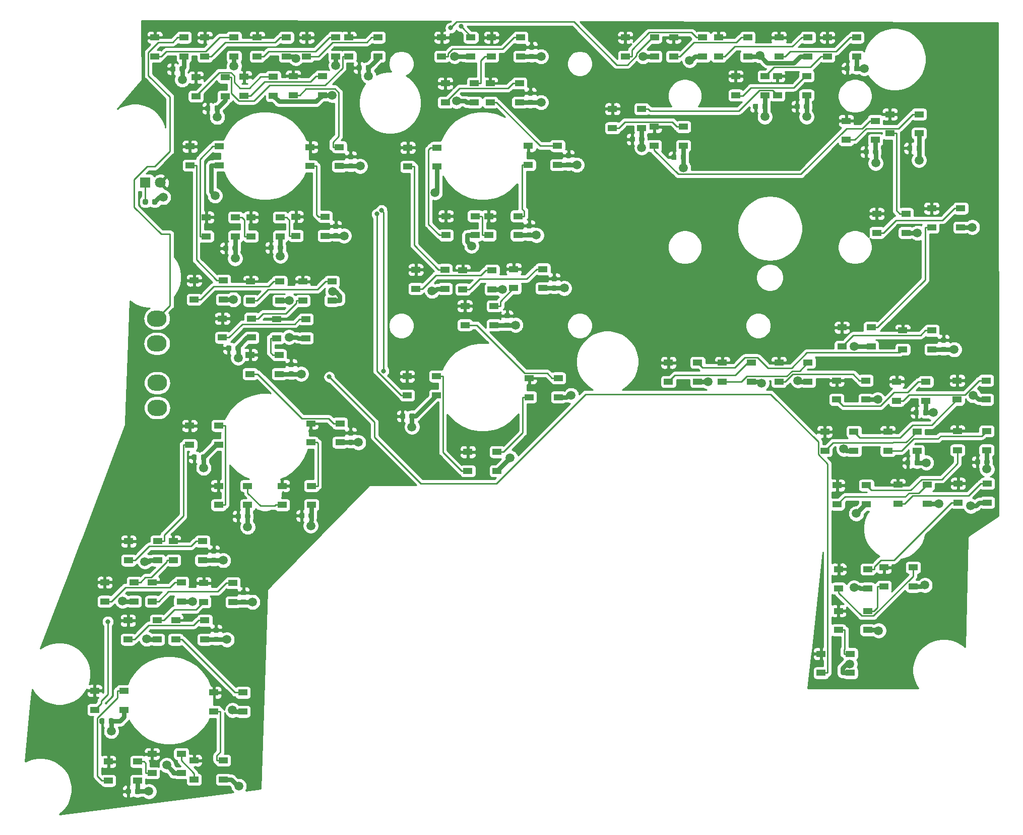
<source format=gbr>
%TF.GenerationSoftware,KiCad,Pcbnew,(5.1.10)-1*%
%TF.CreationDate,2021-11-16T17:36:39+11:00*%
%TF.ProjectId,Select JETT Panel PCB V2,53656c65-6374-4204-9a45-54542050616e,rev?*%
%TF.SameCoordinates,Original*%
%TF.FileFunction,Copper,L1,Top*%
%TF.FilePolarity,Positive*%
%FSLAX46Y46*%
G04 Gerber Fmt 4.6, Leading zero omitted, Abs format (unit mm)*
G04 Created by KiCad (PCBNEW (5.1.10)-1) date 2021-11-16 17:36:39*
%MOMM*%
%LPD*%
G01*
G04 APERTURE LIST*
%TA.AperFunction,ComponentPad*%
%ADD10O,3.300000X2.700000*%
%TD*%
%TA.AperFunction,ComponentPad*%
%ADD11C,1.800000*%
%TD*%
%TA.AperFunction,ComponentPad*%
%ADD12R,1.800000X1.800000*%
%TD*%
%TA.AperFunction,SMDPad,CuDef*%
%ADD13R,1.500000X1.000000*%
%TD*%
%TA.AperFunction,ViaPad*%
%ADD14C,0.800000*%
%TD*%
%TA.AperFunction,ViaPad*%
%ADD15C,1.500000*%
%TD*%
%TA.AperFunction,Conductor*%
%ADD16C,0.250000*%
%TD*%
%TA.AperFunction,Conductor*%
%ADD17C,0.750000*%
%TD*%
%TA.AperFunction,Conductor*%
%ADD18C,0.254000*%
%TD*%
%TA.AperFunction,Conductor*%
%ADD19C,0.100000*%
%TD*%
G04 APERTURE END LIST*
D10*
%TO.P,J2,4*%
%TO.N,/DATAOUT*%
X91000000Y-91600000D03*
%TO.P,J2,3*%
%TO.N,/LEDGND*%
X91000000Y-95800000D03*
%TO.P,J2,2*%
%TO.N,/LED+5V*%
X96500000Y-91600000D03*
%TO.P,J2,1*%
%TA.AperFunction,ComponentPad*%
G36*
G01*
X97899999Y-97150000D02*
X95100001Y-97150000D01*
G75*
G02*
X94850000Y-96899999I0J250001D01*
G01*
X94850000Y-94700001D01*
G75*
G02*
X95100001Y-94450000I250001J0D01*
G01*
X97899999Y-94450000D01*
G75*
G02*
X98150000Y-94700001I0J-250001D01*
G01*
X98150000Y-96899999D01*
G75*
G02*
X97899999Y-97150000I-250001J0D01*
G01*
G37*
%TD.AperFunction*%
%TD*%
%TO.P,J1,4*%
%TO.N,/DATAIN*%
X90950000Y-80800000D03*
%TO.P,J1,3*%
%TO.N,/LEDGND*%
X90950000Y-85000000D03*
%TO.P,J1,2*%
%TO.N,/LED+5V*%
X96450000Y-80800000D03*
%TO.P,J1,1*%
%TA.AperFunction,ComponentPad*%
G36*
G01*
X97849999Y-86350000D02*
X95050001Y-86350000D01*
G75*
G02*
X94800000Y-86099999I0J250001D01*
G01*
X94800000Y-83900001D01*
G75*
G02*
X95050001Y-83650000I250001J0D01*
G01*
X97849999Y-83650000D01*
G75*
G02*
X98100000Y-83900001I0J-250001D01*
G01*
X98100000Y-86099999D01*
G75*
G02*
X97849999Y-86350000I-250001J0D01*
G01*
G37*
%TD.AperFunction*%
%TD*%
%TO.P,R1,2*%
%TO.N,/LEDGND*%
%TA.AperFunction,SMDPad,CuDef*%
G36*
G01*
X90150000Y-61456250D02*
X90150000Y-60943750D01*
G75*
G02*
X90368750Y-60725000I218750J0D01*
G01*
X90806250Y-60725000D01*
G75*
G02*
X91025000Y-60943750I0J-218750D01*
G01*
X91025000Y-61456250D01*
G75*
G02*
X90806250Y-61675000I-218750J0D01*
G01*
X90368750Y-61675000D01*
G75*
G02*
X90150000Y-61456250I0J218750D01*
G01*
G37*
%TD.AperFunction*%
%TO.P,R1,1*%
%TO.N,Net-(D82-Pad1)*%
%TA.AperFunction,SMDPad,CuDef*%
G36*
G01*
X88575000Y-61456250D02*
X88575000Y-60943750D01*
G75*
G02*
X88793750Y-60725000I218750J0D01*
G01*
X89231250Y-60725000D01*
G75*
G02*
X89450000Y-60943750I0J-218750D01*
G01*
X89450000Y-61456250D01*
G75*
G02*
X89231250Y-61675000I-218750J0D01*
G01*
X88793750Y-61675000D01*
G75*
G02*
X88575000Y-61456250I0J218750D01*
G01*
G37*
%TD.AperFunction*%
%TD*%
D11*
%TO.P,D82,2*%
%TO.N,/LED+5V*%
X91500000Y-58000000D03*
D12*
%TO.P,D82,1*%
%TO.N,Net-(D82-Pad1)*%
X88960000Y-58000000D03*
%TD*%
D13*
%TO.P,D81,1*%
%TO.N,/LED+5V*%
X202550000Y-137100000D03*
%TO.P,D81,2*%
%TO.N,/DATAOUT*%
X202550000Y-140300000D03*
%TO.P,D81,4*%
%TO.N,Net-(D80-Pad2)*%
X207450000Y-137100000D03*
%TO.P,D81,3*%
%TO.N,/LEDGND*%
X207450000Y-140300000D03*
%TD*%
%TO.P,D80,1*%
%TO.N,/LED+5V*%
X205450000Y-129900000D03*
%TO.P,D80,2*%
%TO.N,Net-(D80-Pad2)*%
X205450000Y-133100000D03*
%TO.P,D80,4*%
%TO.N,Net-(D79-Pad2)*%
X210350000Y-129900000D03*
%TO.P,D80,3*%
%TO.N,/LEDGND*%
X210350000Y-133100000D03*
%TD*%
%TO.P,D79,1*%
%TO.N,/LED+5V*%
X213100000Y-122600000D03*
%TO.P,D79,2*%
%TO.N,Net-(D79-Pad2)*%
X213100000Y-125800000D03*
%TO.P,D79,4*%
%TO.N,Net-(D78-Pad2)*%
X218000000Y-122600000D03*
%TO.P,D79,3*%
%TO.N,/LEDGND*%
X218000000Y-125800000D03*
%TD*%
%TO.P,D78,1*%
%TO.N,/LED+5V*%
X205500000Y-122900000D03*
%TO.P,D78,2*%
%TO.N,Net-(D78-Pad2)*%
X205500000Y-126100000D03*
%TO.P,D78,4*%
%TO.N,Net-(D77-Pad2)*%
X210400000Y-122900000D03*
%TO.P,D78,3*%
%TO.N,/LEDGND*%
X210400000Y-126100000D03*
%TD*%
%TO.P,D77,1*%
%TO.N,/LED+5V*%
X225550000Y-108500000D03*
%TO.P,D77,2*%
%TO.N,Net-(D77-Pad2)*%
X225550000Y-111700000D03*
%TO.P,D77,4*%
%TO.N,Net-(D76-Pad2)*%
X230450000Y-108500000D03*
%TO.P,D77,3*%
%TO.N,/LEDGND*%
X230450000Y-111700000D03*
%TD*%
%TO.P,D76,1*%
%TO.N,/LED+5V*%
X215450000Y-108700000D03*
%TO.P,D76,2*%
%TO.N,Net-(D76-Pad2)*%
X215450000Y-111900000D03*
%TO.P,D76,4*%
%TO.N,Net-(D75-Pad2)*%
X220350000Y-108700000D03*
%TO.P,D76,3*%
%TO.N,/LEDGND*%
X220350000Y-111900000D03*
%TD*%
%TO.P,D75,1*%
%TO.N,/LED+5V*%
X205250000Y-108800000D03*
%TO.P,D75,2*%
%TO.N,Net-(D75-Pad2)*%
X205250000Y-112000000D03*
%TO.P,D75,4*%
%TO.N,Net-(D74-Pad2)*%
X210150000Y-108800000D03*
%TO.P,D75,3*%
%TO.N,/LEDGND*%
X210150000Y-112000000D03*
%TD*%
%TO.P,D74,1*%
%TO.N,/LED+5V*%
X225450000Y-99700000D03*
%TO.P,D74,2*%
%TO.N,Net-(D74-Pad2)*%
X225450000Y-102900000D03*
%TO.P,D74,4*%
%TO.N,Net-(D73-Pad2)*%
X230350000Y-99700000D03*
%TO.P,D74,3*%
%TO.N,/LEDGND*%
X230350000Y-102900000D03*
%TD*%
%TO.P,D73,1*%
%TO.N,/LED+5V*%
X213750000Y-99800000D03*
%TO.P,D73,2*%
%TO.N,Net-(D73-Pad2)*%
X213750000Y-103000000D03*
%TO.P,D73,4*%
%TO.N,Net-(D72-Pad2)*%
X218650000Y-99800000D03*
%TO.P,D73,3*%
%TO.N,/LEDGND*%
X218650000Y-103000000D03*
%TD*%
%TO.P,D72,1*%
%TO.N,/LED+5V*%
X203150000Y-99800000D03*
%TO.P,D72,2*%
%TO.N,Net-(D72-Pad2)*%
X203150000Y-103000000D03*
%TO.P,D72,4*%
%TO.N,Net-(D71-Pad2)*%
X208050000Y-99800000D03*
%TO.P,D72,3*%
%TO.N,/LEDGND*%
X208050000Y-103000000D03*
%TD*%
%TO.P,D71,1*%
%TO.N,/LED+5V*%
X225400000Y-91200000D03*
%TO.P,D71,2*%
%TO.N,Net-(D71-Pad2)*%
X225400000Y-94400000D03*
%TO.P,D71,4*%
%TO.N,Net-(D70-Pad2)*%
X230300000Y-91200000D03*
%TO.P,D71,3*%
%TO.N,/LEDGND*%
X230300000Y-94400000D03*
%TD*%
%TO.P,D70,1*%
%TO.N,/LED+5V*%
X215250000Y-91400000D03*
%TO.P,D70,2*%
%TO.N,Net-(D70-Pad2)*%
X215250000Y-94600000D03*
%TO.P,D70,4*%
%TO.N,Net-(D69-Pad2)*%
X220150000Y-91400000D03*
%TO.P,D70,3*%
%TO.N,/LEDGND*%
X220150000Y-94600000D03*
%TD*%
%TO.P,D69,1*%
%TO.N,/LED+5V*%
X205150000Y-91200000D03*
%TO.P,D69,2*%
%TO.N,Net-(D69-Pad2)*%
X205150000Y-94400000D03*
%TO.P,D69,4*%
%TO.N,Net-(D68-Pad2)*%
X210050000Y-91200000D03*
%TO.P,D69,3*%
%TO.N,/LEDGND*%
X210050000Y-94400000D03*
%TD*%
%TO.P,D68,1*%
%TO.N,/LED+5V*%
X195450000Y-88200000D03*
%TO.P,D68,2*%
%TO.N,Net-(D68-Pad2)*%
X195450000Y-91400000D03*
%TO.P,D68,4*%
%TO.N,Net-(D67-Pad2)*%
X200350000Y-88200000D03*
%TO.P,D68,3*%
%TO.N,/LEDGND*%
X200350000Y-91400000D03*
%TD*%
%TO.P,D67,1*%
%TO.N,/LED+5V*%
X185950000Y-88200000D03*
%TO.P,D67,2*%
%TO.N,Net-(D67-Pad2)*%
X185950000Y-91400000D03*
%TO.P,D67,4*%
%TO.N,Net-(D66-Pad2)*%
X190850000Y-88200000D03*
%TO.P,D67,3*%
%TO.N,/LEDGND*%
X190850000Y-91400000D03*
%TD*%
%TO.P,D66,1*%
%TO.N,/LED+5V*%
X176900000Y-88200000D03*
%TO.P,D66,2*%
%TO.N,Net-(D66-Pad2)*%
X176900000Y-91400000D03*
%TO.P,D66,4*%
%TO.N,Net-(D65-Pad2)*%
X181800000Y-88200000D03*
%TO.P,D66,3*%
%TO.N,/LEDGND*%
X181800000Y-91400000D03*
%TD*%
%TO.P,D65,1*%
%TO.N,/LED+5V*%
X216250000Y-82800000D03*
%TO.P,D65,2*%
%TO.N,Net-(D65-Pad2)*%
X216250000Y-86000000D03*
%TO.P,D65,4*%
%TO.N,Net-(D64-Pad2)*%
X221150000Y-82800000D03*
%TO.P,D65,3*%
%TO.N,/LEDGND*%
X221150000Y-86000000D03*
%TD*%
%TO.P,D64,1*%
%TO.N,/LED+5V*%
X206050000Y-82300000D03*
%TO.P,D64,2*%
%TO.N,Net-(D64-Pad2)*%
X206050000Y-85500000D03*
%TO.P,D64,4*%
%TO.N,Net-(D63-Pad2)*%
X210950000Y-82300000D03*
%TO.P,D64,3*%
%TO.N,/LEDGND*%
X210950000Y-85500000D03*
%TD*%
%TO.P,D63,1*%
%TO.N,/LED+5V*%
X221100000Y-62300000D03*
%TO.P,D63,2*%
%TO.N,Net-(D63-Pad2)*%
X221100000Y-65500000D03*
%TO.P,D63,4*%
%TO.N,Net-(D62-Pad2)*%
X226000000Y-62300000D03*
%TO.P,D63,3*%
%TO.N,/LEDGND*%
X226000000Y-65500000D03*
%TD*%
%TO.P,D62,1*%
%TO.N,/LED+5V*%
X211900000Y-63200000D03*
%TO.P,D62,2*%
%TO.N,Net-(D62-Pad2)*%
X211900000Y-66400000D03*
%TO.P,D62,4*%
%TO.N,Net-(D61-Pad2)*%
X216800000Y-63200000D03*
%TO.P,D62,3*%
%TO.N,/LEDGND*%
X216800000Y-66400000D03*
%TD*%
%TO.P,D61,1*%
%TO.N,/LED+5V*%
X214100000Y-46500000D03*
%TO.P,D61,2*%
%TO.N,Net-(D61-Pad2)*%
X214100000Y-49700000D03*
%TO.P,D61,4*%
%TO.N,Net-(D60-Pad2)*%
X219000000Y-46500000D03*
%TO.P,D61,3*%
%TO.N,/LEDGND*%
X219000000Y-49700000D03*
%TD*%
%TO.P,D60,1*%
%TO.N,/LED+5V*%
X206750000Y-47600000D03*
%TO.P,D60,2*%
%TO.N,Net-(D60-Pad2)*%
X206750000Y-50800000D03*
%TO.P,D60,4*%
%TO.N,Net-(D59-Pad2)*%
X211650000Y-47600000D03*
%TO.P,D60,3*%
%TO.N,/LEDGND*%
X211650000Y-50800000D03*
%TD*%
%TO.P,D59,1*%
%TO.N,/LED+5V*%
X174500000Y-48600000D03*
%TO.P,D59,2*%
%TO.N,Net-(D59-Pad2)*%
X174500000Y-51800000D03*
%TO.P,D59,4*%
%TO.N,Net-(D58-Pad2)*%
X179400000Y-48600000D03*
%TO.P,D59,3*%
%TO.N,/LEDGND*%
X179400000Y-51800000D03*
%TD*%
%TO.P,D58,1*%
%TO.N,/LED+5V*%
X167500000Y-45600000D03*
%TO.P,D58,2*%
%TO.N,Net-(D58-Pad2)*%
X167500000Y-48800000D03*
%TO.P,D58,4*%
%TO.N,Net-(D57-Pad2)*%
X172400000Y-45600000D03*
%TO.P,D58,3*%
%TO.N,/LEDGND*%
X172400000Y-48800000D03*
%TD*%
%TO.P,D57,1*%
%TO.N,/LED+5V*%
X195200000Y-40100000D03*
%TO.P,D57,2*%
%TO.N,Net-(D57-Pad2)*%
X195200000Y-43300000D03*
%TO.P,D57,4*%
%TO.N,Net-(D56-Pad2)*%
X200100000Y-40100000D03*
%TO.P,D57,3*%
%TO.N,/LEDGND*%
X200100000Y-43300000D03*
%TD*%
%TO.P,D56,1*%
%TO.N,/LED+5V*%
X188200000Y-40100000D03*
%TO.P,D56,2*%
%TO.N,Net-(D56-Pad2)*%
X188200000Y-43300000D03*
%TO.P,D56,4*%
%TO.N,Net-(D55-Pad2)*%
X193100000Y-40100000D03*
%TO.P,D56,3*%
%TO.N,/LEDGND*%
X193100000Y-43300000D03*
%TD*%
%TO.P,D55,1*%
%TO.N,/LED+5V*%
X203600000Y-33600000D03*
%TO.P,D55,2*%
%TO.N,Net-(D55-Pad2)*%
X203600000Y-36800000D03*
%TO.P,D55,4*%
%TO.N,Net-(D54-Pad2)*%
X208500000Y-33600000D03*
%TO.P,D55,3*%
%TO.N,/LEDGND*%
X208500000Y-36800000D03*
%TD*%
%TO.P,D54,1*%
%TO.N,/LED+5V*%
X195450000Y-33600000D03*
%TO.P,D54,2*%
%TO.N,Net-(D54-Pad2)*%
X195450000Y-36800000D03*
%TO.P,D54,4*%
%TO.N,Net-(D53-Pad2)*%
X200350000Y-33600000D03*
%TO.P,D54,3*%
%TO.N,/LEDGND*%
X200350000Y-36800000D03*
%TD*%
%TO.P,D53,1*%
%TO.N,/LED+5V*%
X185300000Y-33600000D03*
%TO.P,D53,2*%
%TO.N,Net-(D53-Pad2)*%
X185300000Y-36800000D03*
%TO.P,D53,4*%
%TO.N,Net-(D52-Pad2)*%
X190200000Y-33600000D03*
%TO.P,D53,3*%
%TO.N,/LEDGND*%
X190200000Y-36800000D03*
%TD*%
%TO.P,D52,1*%
%TO.N,/LED+5V*%
X177750000Y-33600000D03*
%TO.P,D52,2*%
%TO.N,Net-(D52-Pad2)*%
X177750000Y-36800000D03*
%TO.P,D52,4*%
%TO.N,Net-(D51-Pad2)*%
X182650000Y-33600000D03*
%TO.P,D52,3*%
%TO.N,/LEDGND*%
X182650000Y-36800000D03*
%TD*%
%TO.P,D51,1*%
%TO.N,/LED+5V*%
X169650000Y-33600000D03*
%TO.P,D51,2*%
%TO.N,Net-(D51-Pad2)*%
X169650000Y-36800000D03*
%TO.P,D51,4*%
%TO.N,Net-(D50-Pad2)*%
X174550000Y-33600000D03*
%TO.P,D51,3*%
%TO.N,/LEDGND*%
X174550000Y-36800000D03*
%TD*%
%TO.P,D50,1*%
%TO.N,/LED+5V*%
X133000000Y-90500000D03*
%TO.P,D50,2*%
%TO.N,Net-(D50-Pad2)*%
X133000000Y-93700000D03*
%TO.P,D50,4*%
%TO.N,Net-(D49-Pad2)*%
X137900000Y-90500000D03*
%TO.P,D50,3*%
%TO.N,/LEDGND*%
X137900000Y-93700000D03*
%TD*%
%TO.P,D49,1*%
%TO.N,/LED+5V*%
X143200000Y-103200000D03*
%TO.P,D49,2*%
%TO.N,Net-(D49-Pad2)*%
X143200000Y-106400000D03*
%TO.P,D49,4*%
%TO.N,Net-(D48-Pad2)*%
X148100000Y-103200000D03*
%TO.P,D49,3*%
%TO.N,/LEDGND*%
X148100000Y-106400000D03*
%TD*%
%TO.P,D48,1*%
%TO.N,/LED+5V*%
X153500000Y-90800000D03*
%TO.P,D48,2*%
%TO.N,Net-(D48-Pad2)*%
X153500000Y-94000000D03*
%TO.P,D48,4*%
%TO.N,Net-(D47-Pad2)*%
X158400000Y-90800000D03*
%TO.P,D48,3*%
%TO.N,/LEDGND*%
X158400000Y-94000000D03*
%TD*%
%TO.P,D47,1*%
%TO.N,/LED+5V*%
X142700000Y-78700000D03*
%TO.P,D47,2*%
%TO.N,Net-(D47-Pad2)*%
X142700000Y-81900000D03*
%TO.P,D47,4*%
%TO.N,Net-(D46-Pad2)*%
X147600000Y-78700000D03*
%TO.P,D47,3*%
%TO.N,/LEDGND*%
X147600000Y-81900000D03*
%TD*%
%TO.P,D46,1*%
%TO.N,/LED+5V*%
X150900000Y-72500000D03*
%TO.P,D46,2*%
%TO.N,Net-(D46-Pad2)*%
X150900000Y-75700000D03*
%TO.P,D46,4*%
%TO.N,Net-(D45-Pad2)*%
X155800000Y-72500000D03*
%TO.P,D46,3*%
%TO.N,/LEDGND*%
X155800000Y-75700000D03*
%TD*%
%TO.P,D45,1*%
%TO.N,/LED+5V*%
X142350000Y-72700000D03*
%TO.P,D45,2*%
%TO.N,Net-(D45-Pad2)*%
X142350000Y-75900000D03*
%TO.P,D45,4*%
%TO.N,Net-(D44-Pad2)*%
X147250000Y-72700000D03*
%TO.P,D45,3*%
%TO.N,/LEDGND*%
X147250000Y-75900000D03*
%TD*%
%TO.P,D44,1*%
%TO.N,/LED+5V*%
X134450000Y-72600000D03*
%TO.P,D44,2*%
%TO.N,Net-(D44-Pad2)*%
X134450000Y-75800000D03*
%TO.P,D44,4*%
%TO.N,Net-(D43-Pad2)*%
X139350000Y-72600000D03*
%TO.P,D44,3*%
%TO.N,/LEDGND*%
X139350000Y-75800000D03*
%TD*%
%TO.P,D43,1*%
%TO.N,/LED+5V*%
X133100000Y-52100000D03*
%TO.P,D43,2*%
%TO.N,Net-(D43-Pad2)*%
X133100000Y-55300000D03*
%TO.P,D43,4*%
%TO.N,Net-(D42-Pad2)*%
X138000000Y-52100000D03*
%TO.P,D43,3*%
%TO.N,/LEDGND*%
X138000000Y-55300000D03*
%TD*%
%TO.P,D42,1*%
%TO.N,/LED+5V*%
X139500000Y-63600000D03*
%TO.P,D42,2*%
%TO.N,Net-(D42-Pad2)*%
X139500000Y-66800000D03*
%TO.P,D42,4*%
%TO.N,Net-(D41-Pad2)*%
X144400000Y-63600000D03*
%TO.P,D42,3*%
%TO.N,/LEDGND*%
X144400000Y-66800000D03*
%TD*%
%TO.P,D41,1*%
%TO.N,/LED+5V*%
X146700000Y-63600000D03*
%TO.P,D41,2*%
%TO.N,Net-(D41-Pad2)*%
X146700000Y-66800000D03*
%TO.P,D41,4*%
%TO.N,Net-(D40-Pad2)*%
X151600000Y-63600000D03*
%TO.P,D41,3*%
%TO.N,/LEDGND*%
X151600000Y-66800000D03*
%TD*%
%TO.P,D40,1*%
%TO.N,/LED+5V*%
X153350000Y-51800000D03*
%TO.P,D40,2*%
%TO.N,Net-(D40-Pad2)*%
X153350000Y-55000000D03*
%TO.P,D40,4*%
%TO.N,Net-(D39-Pad2)*%
X158250000Y-51800000D03*
%TO.P,D40,3*%
%TO.N,/LEDGND*%
X158250000Y-55000000D03*
%TD*%
%TO.P,D39,1*%
%TO.N,/LED+5V*%
X146950000Y-41300000D03*
%TO.P,D39,2*%
%TO.N,Net-(D39-Pad2)*%
X146950000Y-44500000D03*
%TO.P,D39,4*%
%TO.N,Net-(D38-Pad2)*%
X151850000Y-41300000D03*
%TO.P,D39,3*%
%TO.N,/LEDGND*%
X151850000Y-44500000D03*
%TD*%
%TO.P,D38,1*%
%TO.N,/LED+5V*%
X139400000Y-41300000D03*
%TO.P,D38,2*%
%TO.N,Net-(D38-Pad2)*%
X139400000Y-44500000D03*
%TO.P,D38,4*%
%TO.N,Net-(D37-Pad2)*%
X144300000Y-41300000D03*
%TO.P,D38,3*%
%TO.N,/LEDGND*%
X144300000Y-44500000D03*
%TD*%
%TO.P,D37,1*%
%TO.N,/LED+5V*%
X147150000Y-33600000D03*
%TO.P,D37,2*%
%TO.N,Net-(D37-Pad2)*%
X147150000Y-36800000D03*
%TO.P,D37,4*%
%TO.N,Net-(D36-Pad2)*%
X152050000Y-33600000D03*
%TO.P,D37,3*%
%TO.N,/LEDGND*%
X152050000Y-36800000D03*
%TD*%
%TO.P,D36,1*%
%TO.N,/LED+5V*%
X138800000Y-33600000D03*
%TO.P,D36,2*%
%TO.N,Net-(D36-Pad2)*%
X138800000Y-36800000D03*
%TO.P,D36,4*%
%TO.N,Net-(D35-Pad2)*%
X143700000Y-33600000D03*
%TO.P,D36,3*%
%TO.N,/LEDGND*%
X143700000Y-36800000D03*
%TD*%
%TO.P,D35,1*%
%TO.N,/LED+5V*%
X80500000Y-143300000D03*
%TO.P,D35,2*%
%TO.N,Net-(D35-Pad2)*%
X80500000Y-146500000D03*
%TO.P,D35,4*%
%TO.N,Net-(D34-Pad2)*%
X85400000Y-143300000D03*
%TO.P,D35,3*%
%TO.N,/LEDGND*%
X85400000Y-146500000D03*
%TD*%
%TO.P,D34,1*%
%TO.N,/LED+5V*%
X82800000Y-155200000D03*
%TO.P,D34,2*%
%TO.N,Net-(D34-Pad2)*%
X82800000Y-158400000D03*
%TO.P,D34,4*%
%TO.N,Net-(D33-Pad2)*%
X87700000Y-155200000D03*
%TO.P,D34,3*%
%TO.N,/LEDGND*%
X87700000Y-158400000D03*
%TD*%
%TO.P,D33,1*%
%TO.N,/LED+5V*%
X90150000Y-153900000D03*
%TO.P,D33,2*%
%TO.N,Net-(D33-Pad2)*%
X90150000Y-157100000D03*
%TO.P,D33,4*%
%TO.N,Net-(D32-Pad2)*%
X95050000Y-153900000D03*
%TO.P,D33,3*%
%TO.N,/LEDGND*%
X95050000Y-157100000D03*
%TD*%
%TO.P,D32,1*%
%TO.N,/LED+5V*%
X97200000Y-155000000D03*
%TO.P,D32,2*%
%TO.N,Net-(D32-Pad2)*%
X97200000Y-158200000D03*
%TO.P,D32,4*%
%TO.N,Net-(D31-Pad2)*%
X102100000Y-155000000D03*
%TO.P,D32,3*%
%TO.N,/LEDGND*%
X102100000Y-158200000D03*
%TD*%
%TO.P,D31,1*%
%TO.N,/LED+5V*%
X100500000Y-143600000D03*
%TO.P,D31,2*%
%TO.N,Net-(D31-Pad2)*%
X100500000Y-146800000D03*
%TO.P,D31,4*%
%TO.N,Net-(D30-Pad2)*%
X105400000Y-143600000D03*
%TO.P,D31,3*%
%TO.N,/LEDGND*%
X105400000Y-146800000D03*
%TD*%
%TO.P,D30,1*%
%TO.N,/LED+5V*%
X94100000Y-131500000D03*
%TO.P,D30,2*%
%TO.N,Net-(D30-Pad2)*%
X94100000Y-134700000D03*
%TO.P,D30,4*%
%TO.N,Net-(D29-Pad2)*%
X99000000Y-131500000D03*
%TO.P,D30,3*%
%TO.N,/LEDGND*%
X99000000Y-134700000D03*
%TD*%
%TO.P,D29,1*%
%TO.N,/LED+5V*%
X86100000Y-131500000D03*
%TO.P,D29,2*%
%TO.N,Net-(D29-Pad2)*%
X86100000Y-134700000D03*
%TO.P,D29,4*%
%TO.N,Net-(D28-Pad2)*%
X91000000Y-131500000D03*
%TO.P,D29,3*%
%TO.N,/LEDGND*%
X91000000Y-134700000D03*
%TD*%
%TO.P,D28,1*%
%TO.N,/LED+5V*%
X98800000Y-125200000D03*
%TO.P,D28,2*%
%TO.N,Net-(D28-Pad2)*%
X98800000Y-128400000D03*
%TO.P,D28,4*%
%TO.N,Net-(D27-Pad2)*%
X103700000Y-125200000D03*
%TO.P,D28,3*%
%TO.N,/LEDGND*%
X103700000Y-128400000D03*
%TD*%
%TO.P,D27,1*%
%TO.N,/LED+5V*%
X90150000Y-125100000D03*
%TO.P,D27,2*%
%TO.N,Net-(D27-Pad2)*%
X90150000Y-128300000D03*
%TO.P,D27,4*%
%TO.N,Net-(D26-Pad2)*%
X95050000Y-125100000D03*
%TO.P,D27,3*%
%TO.N,/LEDGND*%
X95050000Y-128300000D03*
%TD*%
%TO.P,D26,1*%
%TO.N,/LED+5V*%
X82200000Y-125100000D03*
%TO.P,D26,2*%
%TO.N,Net-(D26-Pad2)*%
X82200000Y-128300000D03*
%TO.P,D26,4*%
%TO.N,Net-(D25-Pad2)*%
X87100000Y-125100000D03*
%TO.P,D26,3*%
%TO.N,/LEDGND*%
X87100000Y-128300000D03*
%TD*%
%TO.P,D25,1*%
%TO.N,/LED+5V*%
X93700000Y-118200000D03*
%TO.P,D25,2*%
%TO.N,Net-(D25-Pad2)*%
X93700000Y-121400000D03*
%TO.P,D25,4*%
%TO.N,Net-(D24-Pad2)*%
X98600000Y-118200000D03*
%TO.P,D25,3*%
%TO.N,/LEDGND*%
X98600000Y-121400000D03*
%TD*%
%TO.P,D24,1*%
%TO.N,/LED+5V*%
X86200000Y-118200000D03*
%TO.P,D24,2*%
%TO.N,Net-(D24-Pad2)*%
X86200000Y-121400000D03*
%TO.P,D24,4*%
%TO.N,Net-(D23-Pad2)*%
X91100000Y-118200000D03*
%TO.P,D24,3*%
%TO.N,/LEDGND*%
X91100000Y-121400000D03*
%TD*%
%TO.P,D23,1*%
%TO.N,/LED+5V*%
X96450000Y-98800000D03*
%TO.P,D23,2*%
%TO.N,Net-(D23-Pad2)*%
X96450000Y-102000000D03*
%TO.P,D23,4*%
%TO.N,Net-(D22-Pad2)*%
X101350000Y-98800000D03*
%TO.P,D23,3*%
%TO.N,/LEDGND*%
X101350000Y-102000000D03*
%TD*%
%TO.P,D22,1*%
%TO.N,/LED+5V*%
X101300000Y-108900000D03*
%TO.P,D22,2*%
%TO.N,Net-(D22-Pad2)*%
X101300000Y-112100000D03*
%TO.P,D22,4*%
%TO.N,Net-(D21-Pad2)*%
X106200000Y-108900000D03*
%TO.P,D22,3*%
%TO.N,/LEDGND*%
X106200000Y-112100000D03*
%TD*%
%TO.P,D21,1*%
%TO.N,/LED+5V*%
X112000000Y-108900000D03*
%TO.P,D21,2*%
%TO.N,Net-(D21-Pad2)*%
X112000000Y-112100000D03*
%TO.P,D21,4*%
%TO.N,Net-(D20-Pad2)*%
X116900000Y-108900000D03*
%TO.P,D21,3*%
%TO.N,/LEDGND*%
X116900000Y-112100000D03*
%TD*%
%TO.P,D20,1*%
%TO.N,/LED+5V*%
X116800000Y-98400000D03*
%TO.P,D20,2*%
%TO.N,Net-(D20-Pad2)*%
X116800000Y-101600000D03*
%TO.P,D20,4*%
%TO.N,Net-(D19-Pad2)*%
X121700000Y-98400000D03*
%TO.P,D20,3*%
%TO.N,/LEDGND*%
X121700000Y-101600000D03*
%TD*%
%TO.P,D19,1*%
%TO.N,/LED+5V*%
X106600000Y-86900000D03*
%TO.P,D19,2*%
%TO.N,Net-(D19-Pad2)*%
X106600000Y-90100000D03*
%TO.P,D19,4*%
%TO.N,Net-(D18-Pad2)*%
X111500000Y-86900000D03*
%TO.P,D19,3*%
%TO.N,/LEDGND*%
X111500000Y-90100000D03*
%TD*%
%TO.P,D18,1*%
%TO.N,/LED+5V*%
X111100000Y-80900000D03*
%TO.P,D18,2*%
%TO.N,Net-(D18-Pad2)*%
X111100000Y-84100000D03*
%TO.P,D18,4*%
%TO.N,Net-(D17-Pad2)*%
X116000000Y-80900000D03*
%TO.P,D18,3*%
%TO.N,/LEDGND*%
X116000000Y-84100000D03*
%TD*%
%TO.P,D17,1*%
%TO.N,/LED+5V*%
X101950000Y-80800000D03*
%TO.P,D17,2*%
%TO.N,Net-(D17-Pad2)*%
X101950000Y-84000000D03*
%TO.P,D17,4*%
%TO.N,Net-(D16-Pad2)*%
X106850000Y-80800000D03*
%TO.P,D17,3*%
%TO.N,/LEDGND*%
X106850000Y-84000000D03*
%TD*%
%TO.P,D16,1*%
%TO.N,/LED+5V*%
X115450000Y-74600000D03*
%TO.P,D16,2*%
%TO.N,Net-(D16-Pad2)*%
X115450000Y-77800000D03*
%TO.P,D16,4*%
%TO.N,Net-(D15-Pad2)*%
X120350000Y-74600000D03*
%TO.P,D16,3*%
%TO.N,/LEDGND*%
X120350000Y-77800000D03*
%TD*%
%TO.P,D15,1*%
%TO.N,/LED+5V*%
X106700000Y-74600000D03*
%TO.P,D15,2*%
%TO.N,Net-(D15-Pad2)*%
X106700000Y-77800000D03*
%TO.P,D15,4*%
%TO.N,Net-(D14-Pad2)*%
X111600000Y-74600000D03*
%TO.P,D15,3*%
%TO.N,/LEDGND*%
X111600000Y-77800000D03*
%TD*%
%TO.P,D14,1*%
%TO.N,/LED+5V*%
X97200000Y-74400000D03*
%TO.P,D14,2*%
%TO.N,Net-(D14-Pad2)*%
X97200000Y-77600000D03*
%TO.P,D14,4*%
%TO.N,Net-(D13-Pad2)*%
X102100000Y-74400000D03*
%TO.P,D14,3*%
%TO.N,/LEDGND*%
X102100000Y-77600000D03*
%TD*%
%TO.P,D13,1*%
%TO.N,/LED+5V*%
X96500000Y-51900000D03*
%TO.P,D13,2*%
%TO.N,Net-(D13-Pad2)*%
X96500000Y-55100000D03*
%TO.P,D13,4*%
%TO.N,Net-(D12-Pad2)*%
X101400000Y-51900000D03*
%TO.P,D13,3*%
%TO.N,/LEDGND*%
X101400000Y-55100000D03*
%TD*%
%TO.P,D12,1*%
%TO.N,/LED+5V*%
X99250000Y-63800000D03*
%TO.P,D12,2*%
%TO.N,Net-(D12-Pad2)*%
X99250000Y-67000000D03*
%TO.P,D12,4*%
%TO.N,Net-(D11-Pad2)*%
X104150000Y-63800000D03*
%TO.P,D12,3*%
%TO.N,/LEDGND*%
X104150000Y-67000000D03*
%TD*%
%TO.P,D11,1*%
%TO.N,/LED+5V*%
X106750000Y-63800000D03*
%TO.P,D11,2*%
%TO.N,Net-(D11-Pad2)*%
X106750000Y-67000000D03*
%TO.P,D11,4*%
%TO.N,Net-(D10-Pad2)*%
X111650000Y-63800000D03*
%TO.P,D11,3*%
%TO.N,/LEDGND*%
X111650000Y-67000000D03*
%TD*%
%TO.P,D10,1*%
%TO.N,/LED+5V*%
X114300000Y-63700000D03*
%TO.P,D10,2*%
%TO.N,Net-(D10-Pad2)*%
X114300000Y-66900000D03*
%TO.P,D10,4*%
%TO.N,Net-(D10-Pad4)*%
X119200000Y-63700000D03*
%TO.P,D10,3*%
%TO.N,/LEDGND*%
X119200000Y-66900000D03*
%TD*%
%TO.P,D9,1*%
%TO.N,/LED+5V*%
X116700000Y-52000000D03*
%TO.P,D9,2*%
%TO.N,Net-(D10-Pad4)*%
X116700000Y-55200000D03*
%TO.P,D9,4*%
%TO.N,Net-(D8-Pad2)*%
X121600000Y-52000000D03*
%TO.P,D9,3*%
%TO.N,/LEDGND*%
X121600000Y-55200000D03*
%TD*%
%TO.P,D8,1*%
%TO.N,/LED+5V*%
X113850000Y-40100000D03*
%TO.P,D8,2*%
%TO.N,Net-(D8-Pad2)*%
X113850000Y-43300000D03*
%TO.P,D8,4*%
%TO.N,Net-(D7-Pad2)*%
X118750000Y-40100000D03*
%TO.P,D8,3*%
%TO.N,/LEDGND*%
X118750000Y-43300000D03*
%TD*%
%TO.P,D7,1*%
%TO.N,/LED+5V*%
X105600000Y-40200000D03*
%TO.P,D7,2*%
%TO.N,Net-(D7-Pad2)*%
X105600000Y-43400000D03*
%TO.P,D7,4*%
%TO.N,Net-(D6-Pad2)*%
X110500000Y-40200000D03*
%TO.P,D7,3*%
%TO.N,/LEDGND*%
X110500000Y-43400000D03*
%TD*%
%TO.P,D6,1*%
%TO.N,/LED+5V*%
X97500000Y-40300000D03*
%TO.P,D6,2*%
%TO.N,Net-(D6-Pad2)*%
X97500000Y-43500000D03*
%TO.P,D6,4*%
%TO.N,Net-(D5-Pad2)*%
X102400000Y-40300000D03*
%TO.P,D6,3*%
%TO.N,/LEDGND*%
X102400000Y-43500000D03*
%TD*%
%TO.P,D5,1*%
%TO.N,/LED+5V*%
X123200000Y-33600000D03*
%TO.P,D5,2*%
%TO.N,Net-(D5-Pad2)*%
X123200000Y-36800000D03*
%TO.P,D5,4*%
%TO.N,Net-(D4-Pad2)*%
X128100000Y-33600000D03*
%TO.P,D5,3*%
%TO.N,/LEDGND*%
X128100000Y-36800000D03*
%TD*%
%TO.P,D4,1*%
%TO.N,/LED+5V*%
X116100000Y-33600000D03*
%TO.P,D4,2*%
%TO.N,Net-(D4-Pad2)*%
X116100000Y-36800000D03*
%TO.P,D4,4*%
%TO.N,Net-(D3-Pad2)*%
X121000000Y-33600000D03*
%TO.P,D4,3*%
%TO.N,/LEDGND*%
X121000000Y-36800000D03*
%TD*%
%TO.P,D3,1*%
%TO.N,/LED+5V*%
X107800000Y-33600000D03*
%TO.P,D3,2*%
%TO.N,Net-(D3-Pad2)*%
X107800000Y-36800000D03*
%TO.P,D3,4*%
%TO.N,Net-(D2-Pad2)*%
X112700000Y-33600000D03*
%TO.P,D3,3*%
%TO.N,/LEDGND*%
X112700000Y-36800000D03*
%TD*%
%TO.P,D2,1*%
%TO.N,/LED+5V*%
X99000000Y-33600000D03*
%TO.P,D2,2*%
%TO.N,Net-(D2-Pad2)*%
X99000000Y-36800000D03*
%TO.P,D2,4*%
%TO.N,Net-(D1-Pad2)*%
X103900000Y-33600000D03*
%TO.P,D2,3*%
%TO.N,/LEDGND*%
X103900000Y-36800000D03*
%TD*%
%TO.P,D1,1*%
%TO.N,/LED+5V*%
X90600000Y-33600000D03*
%TO.P,D1,2*%
%TO.N,Net-(D1-Pad2)*%
X90600000Y-36800000D03*
%TO.P,D1,4*%
%TO.N,/DATAIN*%
X95500000Y-33600000D03*
%TO.P,D1,3*%
%TO.N,/LEDGND*%
X95500000Y-36800000D03*
%TD*%
%TO.P,C37,2*%
%TO.N,/LEDGND*%
%TA.AperFunction,SMDPad,CuDef*%
G36*
G01*
X229962000Y-105156250D02*
X229962000Y-104643750D01*
G75*
G02*
X230180750Y-104425000I218750J0D01*
G01*
X230618250Y-104425000D01*
G75*
G02*
X230837000Y-104643750I0J-218750D01*
G01*
X230837000Y-105156250D01*
G75*
G02*
X230618250Y-105375000I-218750J0D01*
G01*
X230180750Y-105375000D01*
G75*
G02*
X229962000Y-105156250I0J218750D01*
G01*
G37*
%TD.AperFunction*%
%TO.P,C37,1*%
%TO.N,/LED+5V*%
%TA.AperFunction,SMDPad,CuDef*%
G36*
G01*
X228387000Y-105156250D02*
X228387000Y-104643750D01*
G75*
G02*
X228605750Y-104425000I218750J0D01*
G01*
X229043250Y-104425000D01*
G75*
G02*
X229262000Y-104643750I0J-218750D01*
G01*
X229262000Y-105156250D01*
G75*
G02*
X229043250Y-105375000I-218750J0D01*
G01*
X228605750Y-105375000D01*
G75*
G02*
X228387000Y-105156250I0J218750D01*
G01*
G37*
%TD.AperFunction*%
%TD*%
%TO.P,C36,2*%
%TO.N,/LEDGND*%
%TA.AperFunction,SMDPad,CuDef*%
G36*
G01*
X218238000Y-105256250D02*
X218238000Y-104743750D01*
G75*
G02*
X218456750Y-104525000I218750J0D01*
G01*
X218894250Y-104525000D01*
G75*
G02*
X219113000Y-104743750I0J-218750D01*
G01*
X219113000Y-105256250D01*
G75*
G02*
X218894250Y-105475000I-218750J0D01*
G01*
X218456750Y-105475000D01*
G75*
G02*
X218238000Y-105256250I0J218750D01*
G01*
G37*
%TD.AperFunction*%
%TO.P,C36,1*%
%TO.N,/LED+5V*%
%TA.AperFunction,SMDPad,CuDef*%
G36*
G01*
X216663000Y-105256250D02*
X216663000Y-104743750D01*
G75*
G02*
X216881750Y-104525000I218750J0D01*
G01*
X217319250Y-104525000D01*
G75*
G02*
X217538000Y-104743750I0J-218750D01*
G01*
X217538000Y-105256250D01*
G75*
G02*
X217319250Y-105475000I-218750J0D01*
G01*
X216881750Y-105475000D01*
G75*
G02*
X216663000Y-105256250I0J218750D01*
G01*
G37*
%TD.AperFunction*%
%TD*%
%TO.P,C35,2*%
%TO.N,/LEDGND*%
%TA.AperFunction,SMDPad,CuDef*%
G36*
G01*
X219662000Y-96856250D02*
X219662000Y-96343750D01*
G75*
G02*
X219880750Y-96125000I218750J0D01*
G01*
X220318250Y-96125000D01*
G75*
G02*
X220537000Y-96343750I0J-218750D01*
G01*
X220537000Y-96856250D01*
G75*
G02*
X220318250Y-97075000I-218750J0D01*
G01*
X219880750Y-97075000D01*
G75*
G02*
X219662000Y-96856250I0J218750D01*
G01*
G37*
%TD.AperFunction*%
%TO.P,C35,1*%
%TO.N,/LED+5V*%
%TA.AperFunction,SMDPad,CuDef*%
G36*
G01*
X218087000Y-96856250D02*
X218087000Y-96343750D01*
G75*
G02*
X218305750Y-96125000I218750J0D01*
G01*
X218743250Y-96125000D01*
G75*
G02*
X218962000Y-96343750I0J-218750D01*
G01*
X218962000Y-96856250D01*
G75*
G02*
X218743250Y-97075000I-218750J0D01*
G01*
X218305750Y-97075000D01*
G75*
G02*
X218087000Y-96856250I0J218750D01*
G01*
G37*
%TD.AperFunction*%
%TD*%
%TO.P,C34,2*%
%TO.N,/LEDGND*%
%TA.AperFunction,SMDPad,CuDef*%
G36*
G01*
X222843750Y-85562500D02*
X223356250Y-85562500D01*
G75*
G02*
X223575000Y-85781250I0J-218750D01*
G01*
X223575000Y-86218750D01*
G75*
G02*
X223356250Y-86437500I-218750J0D01*
G01*
X222843750Y-86437500D01*
G75*
G02*
X222625000Y-86218750I0J218750D01*
G01*
X222625000Y-85781250D01*
G75*
G02*
X222843750Y-85562500I218750J0D01*
G01*
G37*
%TD.AperFunction*%
%TO.P,C34,1*%
%TO.N,/LED+5V*%
%TA.AperFunction,SMDPad,CuDef*%
G36*
G01*
X222843750Y-83987500D02*
X223356250Y-83987500D01*
G75*
G02*
X223575000Y-84206250I0J-218750D01*
G01*
X223575000Y-84643750D01*
G75*
G02*
X223356250Y-84862500I-218750J0D01*
G01*
X222843750Y-84862500D01*
G75*
G02*
X222625000Y-84643750I0J218750D01*
G01*
X222625000Y-84206250D01*
G75*
G02*
X222843750Y-83987500I218750J0D01*
G01*
G37*
%TD.AperFunction*%
%TD*%
%TO.P,C33,2*%
%TO.N,/LEDGND*%
%TA.AperFunction,SMDPad,CuDef*%
G36*
G01*
X218562000Y-52456250D02*
X218562000Y-51943750D01*
G75*
G02*
X218780750Y-51725000I218750J0D01*
G01*
X219218250Y-51725000D01*
G75*
G02*
X219437000Y-51943750I0J-218750D01*
G01*
X219437000Y-52456250D01*
G75*
G02*
X219218250Y-52675000I-218750J0D01*
G01*
X218780750Y-52675000D01*
G75*
G02*
X218562000Y-52456250I0J218750D01*
G01*
G37*
%TD.AperFunction*%
%TO.P,C33,1*%
%TO.N,/LED+5V*%
%TA.AperFunction,SMDPad,CuDef*%
G36*
G01*
X216987000Y-52456250D02*
X216987000Y-51943750D01*
G75*
G02*
X217205750Y-51725000I218750J0D01*
G01*
X217643250Y-51725000D01*
G75*
G02*
X217862000Y-51943750I0J-218750D01*
G01*
X217862000Y-52456250D01*
G75*
G02*
X217643250Y-52675000I-218750J0D01*
G01*
X217205750Y-52675000D01*
G75*
G02*
X216987000Y-52456250I0J218750D01*
G01*
G37*
%TD.AperFunction*%
%TD*%
%TO.P,C32,2*%
%TO.N,/LEDGND*%
%TA.AperFunction,SMDPad,CuDef*%
G36*
G01*
X211262000Y-53056250D02*
X211262000Y-52543750D01*
G75*
G02*
X211480750Y-52325000I218750J0D01*
G01*
X211918250Y-52325000D01*
G75*
G02*
X212137000Y-52543750I0J-218750D01*
G01*
X212137000Y-53056250D01*
G75*
G02*
X211918250Y-53275000I-218750J0D01*
G01*
X211480750Y-53275000D01*
G75*
G02*
X211262000Y-53056250I0J218750D01*
G01*
G37*
%TD.AperFunction*%
%TO.P,C32,1*%
%TO.N,/LED+5V*%
%TA.AperFunction,SMDPad,CuDef*%
G36*
G01*
X209687000Y-53056250D02*
X209687000Y-52543750D01*
G75*
G02*
X209905750Y-52325000I218750J0D01*
G01*
X210343250Y-52325000D01*
G75*
G02*
X210562000Y-52543750I0J-218750D01*
G01*
X210562000Y-53056250D01*
G75*
G02*
X210343250Y-53275000I-218750J0D01*
G01*
X209905750Y-53275000D01*
G75*
G02*
X209687000Y-53056250I0J218750D01*
G01*
G37*
%TD.AperFunction*%
%TD*%
%TO.P,C31,2*%
%TO.N,/LEDGND*%
%TA.AperFunction,SMDPad,CuDef*%
G36*
G01*
X192662000Y-45456250D02*
X192662000Y-44943750D01*
G75*
G02*
X192880750Y-44725000I218750J0D01*
G01*
X193318250Y-44725000D01*
G75*
G02*
X193537000Y-44943750I0J-218750D01*
G01*
X193537000Y-45456250D01*
G75*
G02*
X193318250Y-45675000I-218750J0D01*
G01*
X192880750Y-45675000D01*
G75*
G02*
X192662000Y-45456250I0J218750D01*
G01*
G37*
%TD.AperFunction*%
%TO.P,C31,1*%
%TO.N,/LED+5V*%
%TA.AperFunction,SMDPad,CuDef*%
G36*
G01*
X191087000Y-45456250D02*
X191087000Y-44943750D01*
G75*
G02*
X191305750Y-44725000I218750J0D01*
G01*
X191743250Y-44725000D01*
G75*
G02*
X191962000Y-44943750I0J-218750D01*
G01*
X191962000Y-45456250D01*
G75*
G02*
X191743250Y-45675000I-218750J0D01*
G01*
X191305750Y-45675000D01*
G75*
G02*
X191087000Y-45456250I0J218750D01*
G01*
G37*
%TD.AperFunction*%
%TD*%
%TO.P,C30,2*%
%TO.N,/LEDGND*%
%TA.AperFunction,SMDPad,CuDef*%
G36*
G01*
X199662000Y-45456250D02*
X199662000Y-44943750D01*
G75*
G02*
X199880750Y-44725000I218750J0D01*
G01*
X200318250Y-44725000D01*
G75*
G02*
X200537000Y-44943750I0J-218750D01*
G01*
X200537000Y-45456250D01*
G75*
G02*
X200318250Y-45675000I-218750J0D01*
G01*
X199880750Y-45675000D01*
G75*
G02*
X199662000Y-45456250I0J218750D01*
G01*
G37*
%TD.AperFunction*%
%TO.P,C30,1*%
%TO.N,/LED+5V*%
%TA.AperFunction,SMDPad,CuDef*%
G36*
G01*
X198087000Y-45456250D02*
X198087000Y-44943750D01*
G75*
G02*
X198305750Y-44725000I218750J0D01*
G01*
X198743250Y-44725000D01*
G75*
G02*
X198962000Y-44943750I0J-218750D01*
G01*
X198962000Y-45456250D01*
G75*
G02*
X198743250Y-45675000I-218750J0D01*
G01*
X198305750Y-45675000D01*
G75*
G02*
X198087000Y-45456250I0J218750D01*
G01*
G37*
%TD.AperFunction*%
%TD*%
%TO.P,C29,2*%
%TO.N,/LEDGND*%
%TA.AperFunction,SMDPad,CuDef*%
G36*
G01*
X208062000Y-39056250D02*
X208062000Y-38543750D01*
G75*
G02*
X208280750Y-38325000I218750J0D01*
G01*
X208718250Y-38325000D01*
G75*
G02*
X208937000Y-38543750I0J-218750D01*
G01*
X208937000Y-39056250D01*
G75*
G02*
X208718250Y-39275000I-218750J0D01*
G01*
X208280750Y-39275000D01*
G75*
G02*
X208062000Y-39056250I0J218750D01*
G01*
G37*
%TD.AperFunction*%
%TO.P,C29,1*%
%TO.N,/LED+5V*%
%TA.AperFunction,SMDPad,CuDef*%
G36*
G01*
X206487000Y-39056250D02*
X206487000Y-38543750D01*
G75*
G02*
X206705750Y-38325000I218750J0D01*
G01*
X207143250Y-38325000D01*
G75*
G02*
X207362000Y-38543750I0J-218750D01*
G01*
X207362000Y-39056250D01*
G75*
G02*
X207143250Y-39275000I-218750J0D01*
G01*
X206705750Y-39275000D01*
G75*
G02*
X206487000Y-39056250I0J218750D01*
G01*
G37*
%TD.AperFunction*%
%TD*%
%TO.P,C28,2*%
%TO.N,/LEDGND*%
%TA.AperFunction,SMDPad,CuDef*%
G36*
G01*
X171962000Y-50956250D02*
X171962000Y-50443750D01*
G75*
G02*
X172180750Y-50225000I218750J0D01*
G01*
X172618250Y-50225000D01*
G75*
G02*
X172837000Y-50443750I0J-218750D01*
G01*
X172837000Y-50956250D01*
G75*
G02*
X172618250Y-51175000I-218750J0D01*
G01*
X172180750Y-51175000D01*
G75*
G02*
X171962000Y-50956250I0J218750D01*
G01*
G37*
%TD.AperFunction*%
%TO.P,C28,1*%
%TO.N,/LED+5V*%
%TA.AperFunction,SMDPad,CuDef*%
G36*
G01*
X170387000Y-50956250D02*
X170387000Y-50443750D01*
G75*
G02*
X170605750Y-50225000I218750J0D01*
G01*
X171043250Y-50225000D01*
G75*
G02*
X171262000Y-50443750I0J-218750D01*
G01*
X171262000Y-50956250D01*
G75*
G02*
X171043250Y-51175000I-218750J0D01*
G01*
X170605750Y-51175000D01*
G75*
G02*
X170387000Y-50956250I0J218750D01*
G01*
G37*
%TD.AperFunction*%
%TD*%
%TO.P,C27,2*%
%TO.N,/LEDGND*%
%TA.AperFunction,SMDPad,CuDef*%
G36*
G01*
X178950000Y-53956250D02*
X178950000Y-53443750D01*
G75*
G02*
X179168750Y-53225000I218750J0D01*
G01*
X179606250Y-53225000D01*
G75*
G02*
X179825000Y-53443750I0J-218750D01*
G01*
X179825000Y-53956250D01*
G75*
G02*
X179606250Y-54175000I-218750J0D01*
G01*
X179168750Y-54175000D01*
G75*
G02*
X178950000Y-53956250I0J218750D01*
G01*
G37*
%TD.AperFunction*%
%TO.P,C27,1*%
%TO.N,/LED+5V*%
%TA.AperFunction,SMDPad,CuDef*%
G36*
G01*
X177375000Y-53956250D02*
X177375000Y-53443750D01*
G75*
G02*
X177593750Y-53225000I218750J0D01*
G01*
X178031250Y-53225000D01*
G75*
G02*
X178250000Y-53443750I0J-218750D01*
G01*
X178250000Y-53956250D01*
G75*
G02*
X178031250Y-54175000I-218750J0D01*
G01*
X177593750Y-54175000D01*
G75*
G02*
X177375000Y-53956250I0J218750D01*
G01*
G37*
%TD.AperFunction*%
%TD*%
%TO.P,C26,2*%
%TO.N,/LEDGND*%
%TA.AperFunction,SMDPad,CuDef*%
G36*
G01*
X153643750Y-36362500D02*
X154156250Y-36362500D01*
G75*
G02*
X154375000Y-36581250I0J-218750D01*
G01*
X154375000Y-37018750D01*
G75*
G02*
X154156250Y-37237500I-218750J0D01*
G01*
X153643750Y-37237500D01*
G75*
G02*
X153425000Y-37018750I0J218750D01*
G01*
X153425000Y-36581250D01*
G75*
G02*
X153643750Y-36362500I218750J0D01*
G01*
G37*
%TD.AperFunction*%
%TO.P,C26,1*%
%TO.N,/LED+5V*%
%TA.AperFunction,SMDPad,CuDef*%
G36*
G01*
X153643750Y-34787500D02*
X154156250Y-34787500D01*
G75*
G02*
X154375000Y-35006250I0J-218750D01*
G01*
X154375000Y-35443750D01*
G75*
G02*
X154156250Y-35662500I-218750J0D01*
G01*
X153643750Y-35662500D01*
G75*
G02*
X153425000Y-35443750I0J218750D01*
G01*
X153425000Y-35006250D01*
G75*
G02*
X153643750Y-34787500I218750J0D01*
G01*
G37*
%TD.AperFunction*%
%TD*%
%TO.P,C25,2*%
%TO.N,/LEDGND*%
%TA.AperFunction,SMDPad,CuDef*%
G36*
G01*
X153443750Y-44062500D02*
X153956250Y-44062500D01*
G75*
G02*
X154175000Y-44281250I0J-218750D01*
G01*
X154175000Y-44718750D01*
G75*
G02*
X153956250Y-44937500I-218750J0D01*
G01*
X153443750Y-44937500D01*
G75*
G02*
X153225000Y-44718750I0J218750D01*
G01*
X153225000Y-44281250D01*
G75*
G02*
X153443750Y-44062500I218750J0D01*
G01*
G37*
%TD.AperFunction*%
%TO.P,C25,1*%
%TO.N,/LED+5V*%
%TA.AperFunction,SMDPad,CuDef*%
G36*
G01*
X153443750Y-42487500D02*
X153956250Y-42487500D01*
G75*
G02*
X154175000Y-42706250I0J-218750D01*
G01*
X154175000Y-43143750D01*
G75*
G02*
X153956250Y-43362500I-218750J0D01*
G01*
X153443750Y-43362500D01*
G75*
G02*
X153225000Y-43143750I0J218750D01*
G01*
X153225000Y-42706250D01*
G75*
G02*
X153443750Y-42487500I218750J0D01*
G01*
G37*
%TD.AperFunction*%
%TD*%
%TO.P,C24,2*%
%TO.N,/LEDGND*%
%TA.AperFunction,SMDPad,CuDef*%
G36*
G01*
X153243750Y-66362500D02*
X153756250Y-66362500D01*
G75*
G02*
X153975000Y-66581250I0J-218750D01*
G01*
X153975000Y-67018750D01*
G75*
G02*
X153756250Y-67237500I-218750J0D01*
G01*
X153243750Y-67237500D01*
G75*
G02*
X153025000Y-67018750I0J218750D01*
G01*
X153025000Y-66581250D01*
G75*
G02*
X153243750Y-66362500I218750J0D01*
G01*
G37*
%TD.AperFunction*%
%TO.P,C24,1*%
%TO.N,/LED+5V*%
%TA.AperFunction,SMDPad,CuDef*%
G36*
G01*
X153243750Y-64787500D02*
X153756250Y-64787500D01*
G75*
G02*
X153975000Y-65006250I0J-218750D01*
G01*
X153975000Y-65443750D01*
G75*
G02*
X153756250Y-65662500I-218750J0D01*
G01*
X153243750Y-65662500D01*
G75*
G02*
X153025000Y-65443750I0J218750D01*
G01*
X153025000Y-65006250D01*
G75*
G02*
X153243750Y-64787500I218750J0D01*
G01*
G37*
%TD.AperFunction*%
%TD*%
%TO.P,C23,2*%
%TO.N,/LEDGND*%
%TA.AperFunction,SMDPad,CuDef*%
G36*
G01*
X159843750Y-54562500D02*
X160356250Y-54562500D01*
G75*
G02*
X160575000Y-54781250I0J-218750D01*
G01*
X160575000Y-55218750D01*
G75*
G02*
X160356250Y-55437500I-218750J0D01*
G01*
X159843750Y-55437500D01*
G75*
G02*
X159625000Y-55218750I0J218750D01*
G01*
X159625000Y-54781250D01*
G75*
G02*
X159843750Y-54562500I218750J0D01*
G01*
G37*
%TD.AperFunction*%
%TO.P,C23,1*%
%TO.N,/LED+5V*%
%TA.AperFunction,SMDPad,CuDef*%
G36*
G01*
X159843750Y-52987500D02*
X160356250Y-52987500D01*
G75*
G02*
X160575000Y-53206250I0J-218750D01*
G01*
X160575000Y-53643750D01*
G75*
G02*
X160356250Y-53862500I-218750J0D01*
G01*
X159843750Y-53862500D01*
G75*
G02*
X159625000Y-53643750I0J218750D01*
G01*
X159625000Y-53206250D01*
G75*
G02*
X159843750Y-52987500I218750J0D01*
G01*
G37*
%TD.AperFunction*%
%TD*%
%TO.P,C22,2*%
%TO.N,/LEDGND*%
%TA.AperFunction,SMDPad,CuDef*%
G36*
G01*
X157443750Y-75262500D02*
X157956250Y-75262500D01*
G75*
G02*
X158175000Y-75481250I0J-218750D01*
G01*
X158175000Y-75918750D01*
G75*
G02*
X157956250Y-76137500I-218750J0D01*
G01*
X157443750Y-76137500D01*
G75*
G02*
X157225000Y-75918750I0J218750D01*
G01*
X157225000Y-75481250D01*
G75*
G02*
X157443750Y-75262500I218750J0D01*
G01*
G37*
%TD.AperFunction*%
%TO.P,C22,1*%
%TO.N,/LED+5V*%
%TA.AperFunction,SMDPad,CuDef*%
G36*
G01*
X157443750Y-73687500D02*
X157956250Y-73687500D01*
G75*
G02*
X158175000Y-73906250I0J-218750D01*
G01*
X158175000Y-74343750D01*
G75*
G02*
X157956250Y-74562500I-218750J0D01*
G01*
X157443750Y-74562500D01*
G75*
G02*
X157225000Y-74343750I0J218750D01*
G01*
X157225000Y-73906250D01*
G75*
G02*
X157443750Y-73687500I218750J0D01*
G01*
G37*
%TD.AperFunction*%
%TD*%
%TO.P,C21,2*%
%TO.N,/LEDGND*%
%TA.AperFunction,SMDPad,CuDef*%
G36*
G01*
X133362000Y-97456250D02*
X133362000Y-96943750D01*
G75*
G02*
X133580750Y-96725000I218750J0D01*
G01*
X134018250Y-96725000D01*
G75*
G02*
X134237000Y-96943750I0J-218750D01*
G01*
X134237000Y-97456250D01*
G75*
G02*
X134018250Y-97675000I-218750J0D01*
G01*
X133580750Y-97675000D01*
G75*
G02*
X133362000Y-97456250I0J218750D01*
G01*
G37*
%TD.AperFunction*%
%TO.P,C21,1*%
%TO.N,/LED+5V*%
%TA.AperFunction,SMDPad,CuDef*%
G36*
G01*
X131787000Y-97456250D02*
X131787000Y-96943750D01*
G75*
G02*
X132005750Y-96725000I218750J0D01*
G01*
X132443250Y-96725000D01*
G75*
G02*
X132662000Y-96943750I0J-218750D01*
G01*
X132662000Y-97456250D01*
G75*
G02*
X132443250Y-97675000I-218750J0D01*
G01*
X132005750Y-97675000D01*
G75*
G02*
X131787000Y-97456250I0J218750D01*
G01*
G37*
%TD.AperFunction*%
%TD*%
%TO.P,C20,2*%
%TO.N,/LEDGND*%
%TA.AperFunction,SMDPad,CuDef*%
G36*
G01*
X149543750Y-81462500D02*
X150056250Y-81462500D01*
G75*
G02*
X150275000Y-81681250I0J-218750D01*
G01*
X150275000Y-82118750D01*
G75*
G02*
X150056250Y-82337500I-218750J0D01*
G01*
X149543750Y-82337500D01*
G75*
G02*
X149325000Y-82118750I0J218750D01*
G01*
X149325000Y-81681250D01*
G75*
G02*
X149543750Y-81462500I218750J0D01*
G01*
G37*
%TD.AperFunction*%
%TO.P,C20,1*%
%TO.N,/LED+5V*%
%TA.AperFunction,SMDPad,CuDef*%
G36*
G01*
X149543750Y-79887500D02*
X150056250Y-79887500D01*
G75*
G02*
X150275000Y-80106250I0J-218750D01*
G01*
X150275000Y-80543750D01*
G75*
G02*
X150056250Y-80762500I-218750J0D01*
G01*
X149543750Y-80762500D01*
G75*
G02*
X149325000Y-80543750I0J218750D01*
G01*
X149325000Y-80106250D01*
G75*
G02*
X149543750Y-79887500I218750J0D01*
G01*
G37*
%TD.AperFunction*%
%TD*%
%TO.P,C19,2*%
%TO.N,/LEDGND*%
%TA.AperFunction,SMDPad,CuDef*%
G36*
G01*
X87262500Y-160456250D02*
X87262500Y-159943750D01*
G75*
G02*
X87481250Y-159725000I218750J0D01*
G01*
X87918750Y-159725000D01*
G75*
G02*
X88137500Y-159943750I0J-218750D01*
G01*
X88137500Y-160456250D01*
G75*
G02*
X87918750Y-160675000I-218750J0D01*
G01*
X87481250Y-160675000D01*
G75*
G02*
X87262500Y-160456250I0J218750D01*
G01*
G37*
%TD.AperFunction*%
%TO.P,C19,1*%
%TO.N,/LED+5V*%
%TA.AperFunction,SMDPad,CuDef*%
G36*
G01*
X85687500Y-160456250D02*
X85687500Y-159943750D01*
G75*
G02*
X85906250Y-159725000I218750J0D01*
G01*
X86343750Y-159725000D01*
G75*
G02*
X86562500Y-159943750I0J-218750D01*
G01*
X86562500Y-160456250D01*
G75*
G02*
X86343750Y-160675000I-218750J0D01*
G01*
X85906250Y-160675000D01*
G75*
G02*
X85687500Y-160456250I0J218750D01*
G01*
G37*
%TD.AperFunction*%
%TD*%
%TO.P,C18,2*%
%TO.N,/LEDGND*%
%TA.AperFunction,SMDPad,CuDef*%
G36*
G01*
X82850000Y-148656250D02*
X82850000Y-148143750D01*
G75*
G02*
X83068750Y-147925000I218750J0D01*
G01*
X83506250Y-147925000D01*
G75*
G02*
X83725000Y-148143750I0J-218750D01*
G01*
X83725000Y-148656250D01*
G75*
G02*
X83506250Y-148875000I-218750J0D01*
G01*
X83068750Y-148875000D01*
G75*
G02*
X82850000Y-148656250I0J218750D01*
G01*
G37*
%TD.AperFunction*%
%TO.P,C18,1*%
%TO.N,/LED+5V*%
%TA.AperFunction,SMDPad,CuDef*%
G36*
G01*
X81275000Y-148656250D02*
X81275000Y-148143750D01*
G75*
G02*
X81493750Y-147925000I218750J0D01*
G01*
X81931250Y-147925000D01*
G75*
G02*
X82150000Y-148143750I0J-218750D01*
G01*
X82150000Y-148656250D01*
G75*
G02*
X81931250Y-148875000I-218750J0D01*
G01*
X81493750Y-148875000D01*
G75*
G02*
X81275000Y-148656250I0J218750D01*
G01*
G37*
%TD.AperFunction*%
%TD*%
%TO.P,C17,2*%
%TO.N,/LEDGND*%
%TA.AperFunction,SMDPad,CuDef*%
G36*
G01*
X100643750Y-134262000D02*
X101156250Y-134262000D01*
G75*
G02*
X101375000Y-134480750I0J-218750D01*
G01*
X101375000Y-134918250D01*
G75*
G02*
X101156250Y-135137000I-218750J0D01*
G01*
X100643750Y-135137000D01*
G75*
G02*
X100425000Y-134918250I0J218750D01*
G01*
X100425000Y-134480750D01*
G75*
G02*
X100643750Y-134262000I218750J0D01*
G01*
G37*
%TD.AperFunction*%
%TO.P,C17,1*%
%TO.N,/LED+5V*%
%TA.AperFunction,SMDPad,CuDef*%
G36*
G01*
X100643750Y-132687000D02*
X101156250Y-132687000D01*
G75*
G02*
X101375000Y-132905750I0J-218750D01*
G01*
X101375000Y-133343250D01*
G75*
G02*
X101156250Y-133562000I-218750J0D01*
G01*
X100643750Y-133562000D01*
G75*
G02*
X100425000Y-133343250I0J218750D01*
G01*
X100425000Y-132905750D01*
G75*
G02*
X100643750Y-132687000I218750J0D01*
G01*
G37*
%TD.AperFunction*%
%TD*%
%TO.P,C16,2*%
%TO.N,/LEDGND*%
%TA.AperFunction,SMDPad,CuDef*%
G36*
G01*
X105243750Y-127962000D02*
X105756250Y-127962000D01*
G75*
G02*
X105975000Y-128180750I0J-218750D01*
G01*
X105975000Y-128618250D01*
G75*
G02*
X105756250Y-128837000I-218750J0D01*
G01*
X105243750Y-128837000D01*
G75*
G02*
X105025000Y-128618250I0J218750D01*
G01*
X105025000Y-128180750D01*
G75*
G02*
X105243750Y-127962000I218750J0D01*
G01*
G37*
%TD.AperFunction*%
%TO.P,C16,1*%
%TO.N,/LED+5V*%
%TA.AperFunction,SMDPad,CuDef*%
G36*
G01*
X105243750Y-126387000D02*
X105756250Y-126387000D01*
G75*
G02*
X105975000Y-126605750I0J-218750D01*
G01*
X105975000Y-127043250D01*
G75*
G02*
X105756250Y-127262000I-218750J0D01*
G01*
X105243750Y-127262000D01*
G75*
G02*
X105025000Y-127043250I0J218750D01*
G01*
X105025000Y-126605750D01*
G75*
G02*
X105243750Y-126387000I218750J0D01*
G01*
G37*
%TD.AperFunction*%
%TD*%
%TO.P,C15,2*%
%TO.N,/LEDGND*%
%TA.AperFunction,SMDPad,CuDef*%
G36*
G01*
X100243750Y-120962000D02*
X100756250Y-120962000D01*
G75*
G02*
X100975000Y-121180750I0J-218750D01*
G01*
X100975000Y-121618250D01*
G75*
G02*
X100756250Y-121837000I-218750J0D01*
G01*
X100243750Y-121837000D01*
G75*
G02*
X100025000Y-121618250I0J218750D01*
G01*
X100025000Y-121180750D01*
G75*
G02*
X100243750Y-120962000I218750J0D01*
G01*
G37*
%TD.AperFunction*%
%TO.P,C15,1*%
%TO.N,/LED+5V*%
%TA.AperFunction,SMDPad,CuDef*%
G36*
G01*
X100243750Y-119387000D02*
X100756250Y-119387000D01*
G75*
G02*
X100975000Y-119605750I0J-218750D01*
G01*
X100975000Y-120043250D01*
G75*
G02*
X100756250Y-120262000I-218750J0D01*
G01*
X100243750Y-120262000D01*
G75*
G02*
X100025000Y-120043250I0J218750D01*
G01*
X100025000Y-119605750D01*
G75*
G02*
X100243750Y-119387000I218750J0D01*
G01*
G37*
%TD.AperFunction*%
%TD*%
%TO.P,C14,2*%
%TO.N,/LEDGND*%
%TA.AperFunction,SMDPad,CuDef*%
G36*
G01*
X116438000Y-114156250D02*
X116438000Y-113643750D01*
G75*
G02*
X116656750Y-113425000I218750J0D01*
G01*
X117094250Y-113425000D01*
G75*
G02*
X117313000Y-113643750I0J-218750D01*
G01*
X117313000Y-114156250D01*
G75*
G02*
X117094250Y-114375000I-218750J0D01*
G01*
X116656750Y-114375000D01*
G75*
G02*
X116438000Y-114156250I0J218750D01*
G01*
G37*
%TD.AperFunction*%
%TO.P,C14,1*%
%TO.N,/LED+5V*%
%TA.AperFunction,SMDPad,CuDef*%
G36*
G01*
X114863000Y-114156250D02*
X114863000Y-113643750D01*
G75*
G02*
X115081750Y-113425000I218750J0D01*
G01*
X115519250Y-113425000D01*
G75*
G02*
X115738000Y-113643750I0J-218750D01*
G01*
X115738000Y-114156250D01*
G75*
G02*
X115519250Y-114375000I-218750J0D01*
G01*
X115081750Y-114375000D01*
G75*
G02*
X114863000Y-114156250I0J218750D01*
G01*
G37*
%TD.AperFunction*%
%TD*%
%TO.P,C13,2*%
%TO.N,/LEDGND*%
%TA.AperFunction,SMDPad,CuDef*%
G36*
G01*
X105762000Y-114256250D02*
X105762000Y-113743750D01*
G75*
G02*
X105980750Y-113525000I218750J0D01*
G01*
X106418250Y-113525000D01*
G75*
G02*
X106637000Y-113743750I0J-218750D01*
G01*
X106637000Y-114256250D01*
G75*
G02*
X106418250Y-114475000I-218750J0D01*
G01*
X105980750Y-114475000D01*
G75*
G02*
X105762000Y-114256250I0J218750D01*
G01*
G37*
%TD.AperFunction*%
%TO.P,C13,1*%
%TO.N,/LED+5V*%
%TA.AperFunction,SMDPad,CuDef*%
G36*
G01*
X104187000Y-114256250D02*
X104187000Y-113743750D01*
G75*
G02*
X104405750Y-113525000I218750J0D01*
G01*
X104843250Y-113525000D01*
G75*
G02*
X105062000Y-113743750I0J-218750D01*
G01*
X105062000Y-114256250D01*
G75*
G02*
X104843250Y-114475000I-218750J0D01*
G01*
X104405750Y-114475000D01*
G75*
G02*
X104187000Y-114256250I0J218750D01*
G01*
G37*
%TD.AperFunction*%
%TD*%
%TO.P,C12,2*%
%TO.N,/LEDGND*%
%TA.AperFunction,SMDPad,CuDef*%
G36*
G01*
X123243750Y-101162000D02*
X123756250Y-101162000D01*
G75*
G02*
X123975000Y-101380750I0J-218750D01*
G01*
X123975000Y-101818250D01*
G75*
G02*
X123756250Y-102037000I-218750J0D01*
G01*
X123243750Y-102037000D01*
G75*
G02*
X123025000Y-101818250I0J218750D01*
G01*
X123025000Y-101380750D01*
G75*
G02*
X123243750Y-101162000I218750J0D01*
G01*
G37*
%TD.AperFunction*%
%TO.P,C12,1*%
%TO.N,/LED+5V*%
%TA.AperFunction,SMDPad,CuDef*%
G36*
G01*
X123243750Y-99587000D02*
X123756250Y-99587000D01*
G75*
G02*
X123975000Y-99805750I0J-218750D01*
G01*
X123975000Y-100243250D01*
G75*
G02*
X123756250Y-100462000I-218750J0D01*
G01*
X123243750Y-100462000D01*
G75*
G02*
X123025000Y-100243250I0J218750D01*
G01*
X123025000Y-99805750D01*
G75*
G02*
X123243750Y-99587000I218750J0D01*
G01*
G37*
%TD.AperFunction*%
%TD*%
%TO.P,C11,2*%
%TO.N,/LEDGND*%
%TA.AperFunction,SMDPad,CuDef*%
G36*
G01*
X104162000Y-86056250D02*
X104162000Y-85543750D01*
G75*
G02*
X104380750Y-85325000I218750J0D01*
G01*
X104818250Y-85325000D01*
G75*
G02*
X105037000Y-85543750I0J-218750D01*
G01*
X105037000Y-86056250D01*
G75*
G02*
X104818250Y-86275000I-218750J0D01*
G01*
X104380750Y-86275000D01*
G75*
G02*
X104162000Y-86056250I0J218750D01*
G01*
G37*
%TD.AperFunction*%
%TO.P,C11,1*%
%TO.N,/LED+5V*%
%TA.AperFunction,SMDPad,CuDef*%
G36*
G01*
X102587000Y-86056250D02*
X102587000Y-85543750D01*
G75*
G02*
X102805750Y-85325000I218750J0D01*
G01*
X103243250Y-85325000D01*
G75*
G02*
X103462000Y-85543750I0J-218750D01*
G01*
X103462000Y-86056250D01*
G75*
G02*
X103243250Y-86275000I-218750J0D01*
G01*
X102805750Y-86275000D01*
G75*
G02*
X102587000Y-86056250I0J218750D01*
G01*
G37*
%TD.AperFunction*%
%TD*%
%TO.P,C10,2*%
%TO.N,/LEDGND*%
%TA.AperFunction,SMDPad,CuDef*%
G36*
G01*
X113243750Y-89662500D02*
X113756250Y-89662500D01*
G75*
G02*
X113975000Y-89881250I0J-218750D01*
G01*
X113975000Y-90318750D01*
G75*
G02*
X113756250Y-90537500I-218750J0D01*
G01*
X113243750Y-90537500D01*
G75*
G02*
X113025000Y-90318750I0J218750D01*
G01*
X113025000Y-89881250D01*
G75*
G02*
X113243750Y-89662500I218750J0D01*
G01*
G37*
%TD.AperFunction*%
%TO.P,C10,1*%
%TO.N,/LED+5V*%
%TA.AperFunction,SMDPad,CuDef*%
G36*
G01*
X113243750Y-88087500D02*
X113756250Y-88087500D01*
G75*
G02*
X113975000Y-88306250I0J-218750D01*
G01*
X113975000Y-88743750D01*
G75*
G02*
X113756250Y-88962500I-218750J0D01*
G01*
X113243750Y-88962500D01*
G75*
G02*
X113025000Y-88743750I0J218750D01*
G01*
X113025000Y-88306250D01*
G75*
G02*
X113243750Y-88087500I218750J0D01*
G01*
G37*
%TD.AperFunction*%
%TD*%
%TO.P,C9,2*%
%TO.N,/LEDGND*%
%TA.AperFunction,SMDPad,CuDef*%
G36*
G01*
X98350000Y-104356250D02*
X98350000Y-103843750D01*
G75*
G02*
X98568750Y-103625000I218750J0D01*
G01*
X99006250Y-103625000D01*
G75*
G02*
X99225000Y-103843750I0J-218750D01*
G01*
X99225000Y-104356250D01*
G75*
G02*
X99006250Y-104575000I-218750J0D01*
G01*
X98568750Y-104575000D01*
G75*
G02*
X98350000Y-104356250I0J218750D01*
G01*
G37*
%TD.AperFunction*%
%TO.P,C9,1*%
%TO.N,/LED+5V*%
%TA.AperFunction,SMDPad,CuDef*%
G36*
G01*
X96775000Y-104356250D02*
X96775000Y-103843750D01*
G75*
G02*
X96993750Y-103625000I218750J0D01*
G01*
X97431250Y-103625000D01*
G75*
G02*
X97650000Y-103843750I0J-218750D01*
G01*
X97650000Y-104356250D01*
G75*
G02*
X97431250Y-104575000I-218750J0D01*
G01*
X96993750Y-104575000D01*
G75*
G02*
X96775000Y-104356250I0J218750D01*
G01*
G37*
%TD.AperFunction*%
%TD*%
%TO.P,C8,2*%
%TO.N,/LEDGND*%
%TA.AperFunction,SMDPad,CuDef*%
G36*
G01*
X103662000Y-69256250D02*
X103662000Y-68743750D01*
G75*
G02*
X103880750Y-68525000I218750J0D01*
G01*
X104318250Y-68525000D01*
G75*
G02*
X104537000Y-68743750I0J-218750D01*
G01*
X104537000Y-69256250D01*
G75*
G02*
X104318250Y-69475000I-218750J0D01*
G01*
X103880750Y-69475000D01*
G75*
G02*
X103662000Y-69256250I0J218750D01*
G01*
G37*
%TD.AperFunction*%
%TO.P,C8,1*%
%TO.N,/LED+5V*%
%TA.AperFunction,SMDPad,CuDef*%
G36*
G01*
X102087000Y-69256250D02*
X102087000Y-68743750D01*
G75*
G02*
X102305750Y-68525000I218750J0D01*
G01*
X102743250Y-68525000D01*
G75*
G02*
X102962000Y-68743750I0J-218750D01*
G01*
X102962000Y-69256250D01*
G75*
G02*
X102743250Y-69475000I-218750J0D01*
G01*
X102305750Y-69475000D01*
G75*
G02*
X102087000Y-69256250I0J218750D01*
G01*
G37*
%TD.AperFunction*%
%TD*%
%TO.P,C7,2*%
%TO.N,/LEDGND*%
%TA.AperFunction,SMDPad,CuDef*%
G36*
G01*
X111262000Y-69156250D02*
X111262000Y-68643750D01*
G75*
G02*
X111480750Y-68425000I218750J0D01*
G01*
X111918250Y-68425000D01*
G75*
G02*
X112137000Y-68643750I0J-218750D01*
G01*
X112137000Y-69156250D01*
G75*
G02*
X111918250Y-69375000I-218750J0D01*
G01*
X111480750Y-69375000D01*
G75*
G02*
X111262000Y-69156250I0J218750D01*
G01*
G37*
%TD.AperFunction*%
%TO.P,C7,1*%
%TO.N,/LED+5V*%
%TA.AperFunction,SMDPad,CuDef*%
G36*
G01*
X109687000Y-69156250D02*
X109687000Y-68643750D01*
G75*
G02*
X109905750Y-68425000I218750J0D01*
G01*
X110343250Y-68425000D01*
G75*
G02*
X110562000Y-68643750I0J-218750D01*
G01*
X110562000Y-69156250D01*
G75*
G02*
X110343250Y-69375000I-218750J0D01*
G01*
X109905750Y-69375000D01*
G75*
G02*
X109687000Y-69156250I0J218750D01*
G01*
G37*
%TD.AperFunction*%
%TD*%
%TO.P,C6,2*%
%TO.N,/LEDGND*%
%TA.AperFunction,SMDPad,CuDef*%
G36*
G01*
X120743750Y-66462500D02*
X121256250Y-66462500D01*
G75*
G02*
X121475000Y-66681250I0J-218750D01*
G01*
X121475000Y-67118750D01*
G75*
G02*
X121256250Y-67337500I-218750J0D01*
G01*
X120743750Y-67337500D01*
G75*
G02*
X120525000Y-67118750I0J218750D01*
G01*
X120525000Y-66681250D01*
G75*
G02*
X120743750Y-66462500I218750J0D01*
G01*
G37*
%TD.AperFunction*%
%TO.P,C6,1*%
%TO.N,/LED+5V*%
%TA.AperFunction,SMDPad,CuDef*%
G36*
G01*
X120743750Y-64887500D02*
X121256250Y-64887500D01*
G75*
G02*
X121475000Y-65106250I0J-218750D01*
G01*
X121475000Y-65543750D01*
G75*
G02*
X121256250Y-65762500I-218750J0D01*
G01*
X120743750Y-65762500D01*
G75*
G02*
X120525000Y-65543750I0J218750D01*
G01*
X120525000Y-65106250D01*
G75*
G02*
X120743750Y-64887500I218750J0D01*
G01*
G37*
%TD.AperFunction*%
%TD*%
%TO.P,C5,2*%
%TO.N,/LEDGND*%
%TA.AperFunction,SMDPad,CuDef*%
G36*
G01*
X123243750Y-54762500D02*
X123756250Y-54762500D01*
G75*
G02*
X123975000Y-54981250I0J-218750D01*
G01*
X123975000Y-55418750D01*
G75*
G02*
X123756250Y-55637500I-218750J0D01*
G01*
X123243750Y-55637500D01*
G75*
G02*
X123025000Y-55418750I0J218750D01*
G01*
X123025000Y-54981250D01*
G75*
G02*
X123243750Y-54762500I218750J0D01*
G01*
G37*
%TD.AperFunction*%
%TO.P,C5,1*%
%TO.N,/LED+5V*%
%TA.AperFunction,SMDPad,CuDef*%
G36*
G01*
X123243750Y-53187500D02*
X123756250Y-53187500D01*
G75*
G02*
X123975000Y-53406250I0J-218750D01*
G01*
X123975000Y-53843750D01*
G75*
G02*
X123756250Y-54062500I-218750J0D01*
G01*
X123243750Y-54062500D01*
G75*
G02*
X123025000Y-53843750I0J218750D01*
G01*
X123025000Y-53406250D01*
G75*
G02*
X123243750Y-53187500I218750J0D01*
G01*
G37*
%TD.AperFunction*%
%TD*%
%TO.P,C4,2*%
%TO.N,/LEDGND*%
%TA.AperFunction,SMDPad,CuDef*%
G36*
G01*
X126062000Y-38956250D02*
X126062000Y-38443750D01*
G75*
G02*
X126280750Y-38225000I218750J0D01*
G01*
X126718250Y-38225000D01*
G75*
G02*
X126937000Y-38443750I0J-218750D01*
G01*
X126937000Y-38956250D01*
G75*
G02*
X126718250Y-39175000I-218750J0D01*
G01*
X126280750Y-39175000D01*
G75*
G02*
X126062000Y-38956250I0J218750D01*
G01*
G37*
%TD.AperFunction*%
%TO.P,C4,1*%
%TO.N,/LED+5V*%
%TA.AperFunction,SMDPad,CuDef*%
G36*
G01*
X124487000Y-38956250D02*
X124487000Y-38443750D01*
G75*
G02*
X124705750Y-38225000I218750J0D01*
G01*
X125143250Y-38225000D01*
G75*
G02*
X125362000Y-38443750I0J-218750D01*
G01*
X125362000Y-38956250D01*
G75*
G02*
X125143250Y-39175000I-218750J0D01*
G01*
X124705750Y-39175000D01*
G75*
G02*
X124487000Y-38956250I0J218750D01*
G01*
G37*
%TD.AperFunction*%
%TD*%
%TO.P,C3,2*%
%TO.N,/LEDGND*%
%TA.AperFunction,SMDPad,CuDef*%
G36*
G01*
X100638000Y-45756250D02*
X100638000Y-45243750D01*
G75*
G02*
X100856750Y-45025000I218750J0D01*
G01*
X101294250Y-45025000D01*
G75*
G02*
X101513000Y-45243750I0J-218750D01*
G01*
X101513000Y-45756250D01*
G75*
G02*
X101294250Y-45975000I-218750J0D01*
G01*
X100856750Y-45975000D01*
G75*
G02*
X100638000Y-45756250I0J218750D01*
G01*
G37*
%TD.AperFunction*%
%TO.P,C3,1*%
%TO.N,/LED+5V*%
%TA.AperFunction,SMDPad,CuDef*%
G36*
G01*
X99063000Y-45756250D02*
X99063000Y-45243750D01*
G75*
G02*
X99281750Y-45025000I218750J0D01*
G01*
X99719250Y-45025000D01*
G75*
G02*
X99938000Y-45243750I0J-218750D01*
G01*
X99938000Y-45756250D01*
G75*
G02*
X99719250Y-45975000I-218750J0D01*
G01*
X99281750Y-45975000D01*
G75*
G02*
X99063000Y-45756250I0J218750D01*
G01*
G37*
%TD.AperFunction*%
%TD*%
%TO.P,C2,2*%
%TO.N,/LEDGND*%
%TA.AperFunction,SMDPad,CuDef*%
G36*
G01*
X94762500Y-39156250D02*
X94762500Y-38643750D01*
G75*
G02*
X94981250Y-38425000I218750J0D01*
G01*
X95418750Y-38425000D01*
G75*
G02*
X95637500Y-38643750I0J-218750D01*
G01*
X95637500Y-39156250D01*
G75*
G02*
X95418750Y-39375000I-218750J0D01*
G01*
X94981250Y-39375000D01*
G75*
G02*
X94762500Y-39156250I0J218750D01*
G01*
G37*
%TD.AperFunction*%
%TO.P,C2,1*%
%TO.N,/LED+5V*%
%TA.AperFunction,SMDPad,CuDef*%
G36*
G01*
X93187500Y-39156250D02*
X93187500Y-38643750D01*
G75*
G02*
X93406250Y-38425000I218750J0D01*
G01*
X93843750Y-38425000D01*
G75*
G02*
X94062500Y-38643750I0J-218750D01*
G01*
X94062500Y-39156250D01*
G75*
G02*
X93843750Y-39375000I-218750J0D01*
G01*
X93406250Y-39375000D01*
G75*
G02*
X93187500Y-39156250I0J218750D01*
G01*
G37*
%TD.AperFunction*%
%TD*%
D14*
%TO.N,Net-(D35-Pad2)*%
X82700000Y-131700000D03*
X142050000Y-31750000D03*
X129050000Y-89600000D03*
X128700000Y-62636390D03*
%TO.N,Net-(D50-Pad2)*%
X140300000Y-32000000D03*
X127900000Y-63250000D03*
D15*
%TO.N,/LEDGND*%
X92024700Y-60430900D03*
X228088300Y-93711100D03*
X212194500Y-133210700D03*
X207360700Y-138806800D03*
X192564000Y-91637000D03*
X192239000Y-36640900D03*
X137162900Y-76173700D03*
X120476700Y-76264400D03*
X85162800Y-128227400D03*
X218724900Y-66427000D03*
X208072800Y-125994400D03*
X206342300Y-102691900D03*
X198637800Y-91199800D03*
X172619700Y-36793300D03*
X160530200Y-93699700D03*
X141283500Y-44281800D03*
X140968900Y-36760100D03*
X96925000Y-128286400D03*
X180426600Y-37442300D03*
X89229900Y-134593500D03*
X88927000Y-121596500D03*
X219971700Y-125568500D03*
X227698900Y-112265000D03*
X212044500Y-94399700D03*
X183549300Y-91389700D03*
X208068400Y-85457500D03*
X227923900Y-65477000D03*
X149026900Y-75934500D03*
X137674400Y-59630300D03*
X143824600Y-68623100D03*
X92600000Y-155778500D03*
X104714800Y-159315900D03*
X103638700Y-146549000D03*
X113167000Y-83918900D03*
X100728300Y-60173400D03*
X230400000Y-106100000D03*
X220200000Y-105000000D03*
X221400000Y-96600000D03*
X224900000Y-86000000D03*
X219000000Y-54200000D03*
X211700000Y-54700000D03*
X200100000Y-46900000D03*
X193100000Y-46900000D03*
X209800000Y-38800000D03*
X172400000Y-52100000D03*
X179388000Y-55487500D03*
X155500000Y-36800000D03*
X155500000Y-44500000D03*
X161500000Y-55000000D03*
X154700000Y-66800000D03*
X159400000Y-75700000D03*
X151200000Y-81900000D03*
X150300000Y-104200000D03*
X133800000Y-99000000D03*
X89600000Y-160200000D03*
X83287500Y-150088000D03*
X102700000Y-134700000D03*
X107000000Y-128400000D03*
X102100000Y-121400000D03*
X116800000Y-115600000D03*
X106200000Y-115800000D03*
X98787500Y-105888000D03*
X124800000Y-101600000D03*
X104600000Y-87400000D03*
X115200000Y-90100000D03*
X113200000Y-77800000D03*
X103800000Y-77600000D03*
X104100000Y-70700000D03*
X111700000Y-70300000D03*
X122400000Y-66900000D03*
X125100000Y-55200000D03*
X120400000Y-43300000D03*
X103900000Y-38400000D03*
X121000000Y-38300000D03*
X126500000Y-40100000D03*
X101075000Y-46975000D03*
X95200000Y-40700000D03*
X114300000Y-37100000D03*
X208450000Y-113550000D03*
X222350000Y-111900000D03*
%TO.N,/LED+5V*%
X91654600Y-115431500D03*
D14*
%TO.N,/DATAOUT*%
X119900000Y-90600000D03*
%TD*%
D16*
%TO.N,Net-(D1-Pad2)*%
X90600000Y-36800000D02*
X91675300Y-36800000D01*
X91675300Y-36800000D02*
X92500600Y-35974700D01*
X92500600Y-35974700D02*
X99103600Y-35974700D01*
X99103600Y-35974700D02*
X101478300Y-33600000D01*
X101478300Y-33600000D02*
X103900000Y-33600000D01*
%TO.N,Net-(D2-Pad2)*%
X112700000Y-33600000D02*
X111624700Y-33600000D01*
X99000000Y-36800000D02*
X100075300Y-36800000D01*
X100075300Y-36800000D02*
X102450000Y-34425300D01*
X102450000Y-34425300D02*
X110799400Y-34425300D01*
X110799400Y-34425300D02*
X111624700Y-33600000D01*
%TO.N,Net-(D3-Pad2)*%
X121000000Y-33600000D02*
X119924700Y-33600000D01*
X107800000Y-36800000D02*
X108875300Y-36800000D01*
X108875300Y-36800000D02*
X109700600Y-35974700D01*
X109700600Y-35974700D02*
X117550000Y-35974700D01*
X117550000Y-35974700D02*
X119924700Y-33600000D01*
%TO.N,Net-(D4-Pad2)*%
X128100000Y-33600000D02*
X127024700Y-33600000D01*
X116100000Y-36800000D02*
X118071100Y-36800000D01*
X118071100Y-36800000D02*
X120445800Y-34425300D01*
X120445800Y-34425300D02*
X126199400Y-34425300D01*
X126199400Y-34425300D02*
X127024700Y-33600000D01*
%TO.N,Net-(D6-Pad2)*%
X108400000Y-40200000D02*
X106500000Y-42100000D01*
X110500000Y-40200000D02*
X108400000Y-40200000D01*
X97500000Y-43364998D02*
X97500000Y-43500000D01*
X103410001Y-39474999D02*
X101389999Y-39474999D01*
X103925310Y-39990308D02*
X103410001Y-39474999D01*
X103925310Y-41125310D02*
X103925310Y-39990308D01*
X101389999Y-39474999D02*
X97500000Y-43364998D01*
X104900000Y-42100000D02*
X103925310Y-41125310D01*
X106500000Y-42100000D02*
X104900000Y-42100000D01*
%TO.N,Net-(D8-Pad2)*%
X121600000Y-52000000D02*
X120524700Y-52000000D01*
X113850000Y-43300000D02*
X114925300Y-43300000D01*
X114925300Y-43300000D02*
X116000700Y-42224600D01*
X116000700Y-42224600D02*
X120879200Y-42224600D01*
X120879200Y-42224600D02*
X121509900Y-42855300D01*
X121509900Y-42855300D02*
X121509900Y-50189500D01*
X121509900Y-50189500D02*
X120524700Y-51174700D01*
X120524700Y-51174700D02*
X120524700Y-52000000D01*
%TO.N,Net-(D10-Pad4)*%
X119200000Y-63700000D02*
X118124700Y-63700000D01*
X116700000Y-55200000D02*
X117775300Y-55200000D01*
X117775300Y-55200000D02*
X117775300Y-63350600D01*
X117775300Y-63350600D02*
X118124700Y-63700000D01*
%TO.N,Net-(D10-Pad2)*%
X111650000Y-63800000D02*
X112725300Y-63800000D01*
X114300000Y-66900000D02*
X113224700Y-66900000D01*
X113224700Y-66900000D02*
X113224700Y-64299400D01*
X113224700Y-64299400D02*
X112725300Y-63800000D01*
%TO.N,Net-(D11-Pad2)*%
X104150000Y-63800000D02*
X105225300Y-63800000D01*
X106750000Y-67000000D02*
X105674700Y-67000000D01*
X105674700Y-67000000D02*
X105674700Y-64249400D01*
X105674700Y-64249400D02*
X105225300Y-63800000D01*
%TO.N,Net-(D12-Pad2)*%
X101400000Y-51900000D02*
X100324700Y-51900000D01*
X99250000Y-67000000D02*
X98174700Y-67000000D01*
X98174700Y-67000000D02*
X98174700Y-54050000D01*
X98174700Y-54050000D02*
X100324700Y-51900000D01*
%TO.N,Net-(D13-Pad2)*%
X102100000Y-74400000D02*
X101024700Y-74400000D01*
X96500000Y-55100000D02*
X97575300Y-55100000D01*
X97575300Y-55100000D02*
X97575300Y-70950600D01*
X97575300Y-70950600D02*
X101024700Y-74400000D01*
%TO.N,Net-(D14-Pad2)*%
X111600000Y-74600000D02*
X110524700Y-74600000D01*
X97200000Y-77600000D02*
X98275300Y-77600000D01*
X98275300Y-77600000D02*
X100450000Y-75425300D01*
X100450000Y-75425300D02*
X109699400Y-75425300D01*
X109699400Y-75425300D02*
X110524700Y-74600000D01*
%TO.N,Net-(D15-Pad2)*%
X120350000Y-74600000D02*
X119274700Y-74600000D01*
X106700000Y-77800000D02*
X107775300Y-77800000D01*
X107775300Y-77800000D02*
X109659600Y-75915700D01*
X109659600Y-75915700D02*
X117959000Y-75915700D01*
X117959000Y-75915700D02*
X119274700Y-74600000D01*
%TO.N,Net-(D16-Pad2)*%
X106850000Y-80800000D02*
X107925300Y-80800000D01*
X115450000Y-77800000D02*
X114374700Y-77800000D01*
X114374700Y-77800000D02*
X114374700Y-78212600D01*
X114374700Y-78212600D02*
X112612600Y-79974700D01*
X112612600Y-79974700D02*
X108750600Y-79974700D01*
X108750600Y-79974700D02*
X107925300Y-80800000D01*
%TO.N,Net-(D17-Pad2)*%
X116000000Y-80900000D02*
X114924700Y-80900000D01*
X101950000Y-84000000D02*
X103025300Y-84000000D01*
X103025300Y-84000000D02*
X105300000Y-81725300D01*
X105300000Y-81725300D02*
X114099400Y-81725300D01*
X114099400Y-81725300D02*
X114924700Y-80900000D01*
%TO.N,Net-(D18-Pad2)*%
X111100000Y-84100000D02*
X110024700Y-84100000D01*
X111500000Y-86900000D02*
X110424700Y-86900000D01*
X110024700Y-84100000D02*
X110024700Y-86500000D01*
X110024700Y-86500000D02*
X110424700Y-86900000D01*
%TO.N,Net-(D19-Pad2)*%
X121700000Y-98400000D02*
X120624700Y-98400000D01*
X106600000Y-90100000D02*
X107871200Y-90100000D01*
X107871200Y-90100000D02*
X115345900Y-97574700D01*
X115345900Y-97574700D02*
X119799400Y-97574700D01*
X119799400Y-97574700D02*
X120624700Y-98400000D01*
%TO.N,Net-(D21-Pad2)*%
X112000000Y-112100000D02*
X110924700Y-112100000D01*
X110924700Y-112100000D02*
X110769500Y-112255200D01*
X110769500Y-112255200D02*
X108346000Y-112255200D01*
X108346000Y-112255200D02*
X106200000Y-110109200D01*
X106200000Y-110109200D02*
X106200000Y-108900000D01*
%TO.N,Net-(D22-Pad2)*%
X101350000Y-98800000D02*
X102425300Y-98800000D01*
X101300000Y-112100000D02*
X102375300Y-112100000D01*
X102375300Y-112100000D02*
X102425300Y-112050000D01*
X102425300Y-112050000D02*
X102425300Y-98800000D01*
%TO.N,Net-(D23-Pad2)*%
X91100000Y-118200000D02*
X92175300Y-118200000D01*
X96450000Y-102000000D02*
X95374700Y-102000000D01*
X95374700Y-102000000D02*
X95374700Y-113925300D01*
X95374700Y-113925300D02*
X92175300Y-117124700D01*
X92175300Y-117124700D02*
X92175300Y-118200000D01*
%TO.N,Net-(D24-Pad2)*%
X98600000Y-118200000D02*
X97524700Y-118200000D01*
X86200000Y-121400000D02*
X87275300Y-121400000D01*
X87275300Y-121400000D02*
X89650000Y-119025300D01*
X89650000Y-119025300D02*
X96699400Y-119025300D01*
X96699400Y-119025300D02*
X97524700Y-118200000D01*
%TO.N,Net-(D25-Pad2)*%
X87100000Y-125100000D02*
X88175300Y-125100000D01*
X93700000Y-121400000D02*
X92624700Y-121400000D01*
X92624700Y-121400000D02*
X92624700Y-121606400D01*
X92624700Y-121606400D02*
X89956400Y-124274700D01*
X89956400Y-124274700D02*
X89000600Y-124274700D01*
X89000600Y-124274700D02*
X88175300Y-125100000D01*
%TO.N,Net-(D26-Pad2)*%
X95050000Y-125100000D02*
X93974700Y-125100000D01*
X82200000Y-128300000D02*
X83275300Y-128300000D01*
X83275300Y-128300000D02*
X85650000Y-125925300D01*
X85650000Y-125925300D02*
X93149400Y-125925300D01*
X93149400Y-125925300D02*
X93974700Y-125100000D01*
%TO.N,Net-(D27-Pad2)*%
X103700000Y-125200000D02*
X102624700Y-125200000D01*
X90150000Y-128300000D02*
X91225300Y-128300000D01*
X91225300Y-128300000D02*
X92906700Y-126618600D01*
X92906700Y-126618600D02*
X101206100Y-126618600D01*
X101206100Y-126618600D02*
X102624700Y-125200000D01*
%TO.N,Net-(D31-Pad2)*%
X102100000Y-155000000D02*
X101024700Y-155000000D01*
X100500000Y-146800000D02*
X101575300Y-146800000D01*
X101575300Y-146800000D02*
X101575300Y-153624100D01*
X101575300Y-153624100D02*
X101024700Y-154174700D01*
X101024700Y-154174700D02*
X101024700Y-155000000D01*
%TO.N,Net-(D33-Pad2)*%
X87700000Y-155200000D02*
X88775300Y-155200000D01*
X90150000Y-157100000D02*
X89074700Y-157100000D01*
X89074700Y-157100000D02*
X89074700Y-155499400D01*
X89074700Y-155499400D02*
X88775300Y-155200000D01*
%TO.N,Net-(D34-Pad2)*%
X85400000Y-143300000D02*
X84324700Y-143300000D01*
X82800000Y-158400000D02*
X81724700Y-158400000D01*
X81724700Y-158400000D02*
X80943900Y-157619200D01*
X80943900Y-157619200D02*
X80943900Y-147874600D01*
X80943900Y-147874600D02*
X84324700Y-144493800D01*
X84324700Y-144493800D02*
X84324700Y-143300000D01*
%TO.N,Net-(D35-Pad2)*%
X81575001Y-145424999D02*
X81575001Y-145024999D01*
X80500000Y-146500000D02*
X81575001Y-145424999D01*
X81575001Y-145024999D02*
X82700000Y-143900000D01*
X82700000Y-143900000D02*
X82700000Y-131700000D01*
X82700000Y-131700000D02*
X82700000Y-131600000D01*
X143700000Y-33600000D02*
X143700000Y-33400000D01*
X143700000Y-33400000D02*
X142400000Y-32100000D01*
X142400000Y-32100000D02*
X142050000Y-31750000D01*
X129050000Y-62986390D02*
X129050000Y-89600000D01*
X128700000Y-62636390D02*
X129050000Y-62986390D01*
%TO.N,Net-(D36-Pad2)*%
X152050000Y-33600000D02*
X150974700Y-33600000D01*
X138800000Y-36800000D02*
X139875300Y-36800000D01*
X139875300Y-36800000D02*
X139875300Y-36284200D01*
X139875300Y-36284200D02*
X140593500Y-35566000D01*
X140593500Y-35566000D02*
X149008700Y-35566000D01*
X149008700Y-35566000D02*
X150974700Y-33600000D01*
%TO.N,Net-(D37-Pad2)*%
X144300000Y-41300000D02*
X145375300Y-41300000D01*
X147150000Y-36800000D02*
X146074700Y-36800000D01*
X146074700Y-36800000D02*
X145375300Y-37499400D01*
X145375300Y-37499400D02*
X145375300Y-41300000D01*
%TO.N,Net-(D38-Pad2)*%
X151850000Y-41300000D02*
X150774700Y-41300000D01*
X139400000Y-44500000D02*
X141774700Y-42125300D01*
X141774700Y-42125300D02*
X149949400Y-42125300D01*
X149949400Y-42125300D02*
X150774700Y-41300000D01*
%TO.N,Net-(D39-Pad2)*%
X146950000Y-44500000D02*
X148025300Y-44500000D01*
X148025300Y-44500000D02*
X155325300Y-51800000D01*
X155325300Y-51800000D02*
X158250000Y-51800000D01*
%TO.N,Net-(D40-Pad2)*%
X151600000Y-63600000D02*
X152675300Y-63600000D01*
X153350000Y-55000000D02*
X152274700Y-55000000D01*
X152274700Y-55000000D02*
X152274700Y-62374100D01*
X152274700Y-62374100D02*
X152675300Y-62774700D01*
X152675300Y-62774700D02*
X152675300Y-63600000D01*
%TO.N,Net-(D41-Pad2)*%
X144400000Y-63600000D02*
X145475300Y-63600000D01*
X146700000Y-66800000D02*
X145624700Y-66800000D01*
X145624700Y-66800000D02*
X145624700Y-63749400D01*
X145624700Y-63749400D02*
X145475300Y-63600000D01*
%TO.N,Net-(D42-Pad2)*%
X136924700Y-52100000D02*
X136599100Y-52425600D01*
X136599100Y-52425600D02*
X136599100Y-64974400D01*
X136599100Y-64974400D02*
X138424700Y-66800000D01*
X138000000Y-52100000D02*
X136924700Y-52100000D01*
X139500000Y-66800000D02*
X138424700Y-66800000D01*
%TO.N,Net-(D43-Pad2)*%
X139350000Y-72600000D02*
X138274700Y-72600000D01*
X133100000Y-55300000D02*
X134175300Y-55300000D01*
X134175300Y-55300000D02*
X134175300Y-68500600D01*
X134175300Y-68500600D02*
X138274700Y-72600000D01*
%TO.N,Net-(D44-Pad2)*%
X147250000Y-72700000D02*
X146174700Y-72700000D01*
X134450000Y-75800000D02*
X135525300Y-75800000D01*
X135525300Y-75800000D02*
X137800000Y-73525300D01*
X137800000Y-73525300D02*
X145349400Y-73525300D01*
X145349400Y-73525300D02*
X146174700Y-72700000D01*
%TO.N,Net-(D45-Pad2)*%
X155800000Y-72500000D02*
X154724700Y-72500000D01*
X142350000Y-75900000D02*
X143425300Y-75900000D01*
X143425300Y-75900000D02*
X145166000Y-74159300D01*
X145166000Y-74159300D02*
X153065400Y-74159300D01*
X153065400Y-74159300D02*
X154724700Y-72500000D01*
%TO.N,Net-(D46-Pad2)*%
X147600000Y-78700000D02*
X148675300Y-78700000D01*
X150900000Y-75700000D02*
X148675300Y-77924700D01*
X148675300Y-77924700D02*
X148675300Y-78700000D01*
%TO.N,Net-(D48-Pad2)*%
X148100000Y-103200000D02*
X149175300Y-103200000D01*
X153500000Y-94000000D02*
X152424700Y-94000000D01*
X152424700Y-94000000D02*
X152424700Y-99950600D01*
X152424700Y-99950600D02*
X149175300Y-103200000D01*
%TO.N,Net-(D49-Pad2)*%
X137900000Y-90500000D02*
X138975300Y-90500000D01*
X143200000Y-106400000D02*
X142124700Y-106400000D01*
X142124700Y-106400000D02*
X138975300Y-103250600D01*
X138975300Y-103250600D02*
X138975300Y-90500000D01*
%TO.N,Net-(D50-Pad2)*%
X171544699Y-36617011D02*
X171544699Y-36277299D01*
X140300000Y-32000000D02*
X141300000Y-31000000D01*
X174221998Y-33600000D02*
X174550000Y-33600000D01*
X141300000Y-31000000D02*
X161000000Y-31000000D01*
X168200000Y-38200000D02*
X169961710Y-38200000D01*
X161000000Y-31000000D02*
X168200000Y-38200000D01*
X171544699Y-36277299D02*
X174221998Y-33600000D01*
X169961710Y-38200000D02*
X171544699Y-36617011D01*
X132000000Y-93700000D02*
X127900000Y-89600000D01*
X127900000Y-89600000D02*
X127900000Y-63250000D01*
X133000000Y-93700000D02*
X132000000Y-93700000D01*
%TO.N,Net-(D51-Pad2)*%
X182650000Y-33600000D02*
X181574700Y-33600000D01*
X169650000Y-36800000D02*
X170725300Y-36800000D01*
X170725300Y-36800000D02*
X170725300Y-35689200D01*
X170725300Y-35689200D02*
X173639800Y-32774700D01*
X173639800Y-32774700D02*
X180749400Y-32774700D01*
X180749400Y-32774700D02*
X181574700Y-33600000D01*
%TO.N,Net-(D52-Pad2)*%
X190200000Y-33600000D02*
X189124700Y-33600000D01*
X177750000Y-36800000D02*
X178825300Y-36800000D01*
X178825300Y-36800000D02*
X181200000Y-34425300D01*
X181200000Y-34425300D02*
X188299400Y-34425300D01*
X188299400Y-34425300D02*
X189124700Y-33600000D01*
%TO.N,Net-(D53-Pad2)*%
X200350000Y-33600000D02*
X199274700Y-33600000D01*
X185300000Y-36800000D02*
X186375300Y-36800000D01*
X186375300Y-36800000D02*
X188027100Y-35148200D01*
X188027100Y-35148200D02*
X197726500Y-35148200D01*
X197726500Y-35148200D02*
X199274700Y-33600000D01*
%TO.N,Net-(D54-Pad2)*%
X208500000Y-33600000D02*
X207424700Y-33600000D01*
X195450000Y-36800000D02*
X196525300Y-36800000D01*
X196525300Y-36800000D02*
X197350600Y-35974700D01*
X197350600Y-35974700D02*
X205050000Y-35974700D01*
X205050000Y-35974700D02*
X207424700Y-33600000D01*
%TO.N,Net-(D55-Pad2)*%
X203600000Y-36800000D02*
X202524700Y-36800000D01*
X202524700Y-36800000D02*
X200749000Y-38575700D01*
X200749000Y-38575700D02*
X194624300Y-38575700D01*
X194624300Y-38575700D02*
X193100000Y-40100000D01*
%TO.N,Net-(D56-Pad2)*%
X200100000Y-40100000D02*
X199900000Y-40100000D01*
X197975410Y-42024590D02*
X190775410Y-42024590D01*
X199900000Y-40100000D02*
X197975410Y-42024590D01*
X190775410Y-42024590D02*
X189400000Y-43400000D01*
X188300000Y-43400000D02*
X188200000Y-43300000D01*
X189400000Y-43400000D02*
X188300000Y-43400000D01*
%TO.N,Net-(D58-Pad2)*%
X179400000Y-48600000D02*
X178324700Y-48600000D01*
X167500000Y-48800000D02*
X168575300Y-48800000D01*
X168575300Y-48800000D02*
X169600600Y-47774700D01*
X169600600Y-47774700D02*
X177499400Y-47774700D01*
X177499400Y-47774700D02*
X178324700Y-48600000D01*
%TO.N,Net-(D59-Pad2)*%
X210742290Y-47600000D02*
X211650000Y-47600000D01*
X206814998Y-48900000D02*
X209442290Y-48900000D01*
X199152497Y-56562501D02*
X206814998Y-48900000D01*
X209442290Y-48900000D02*
X210742290Y-47600000D01*
X174500000Y-52550000D02*
X178512501Y-56562501D01*
X178512501Y-56562501D02*
X199152497Y-56562501D01*
X174500000Y-51800000D02*
X174500000Y-52550000D01*
%TO.N,Net-(D60-Pad2)*%
X219000000Y-46500000D02*
X217924700Y-46500000D01*
X206750000Y-50800000D02*
X208178700Y-50800000D01*
X208178700Y-50800000D02*
X210104100Y-48874600D01*
X210104100Y-48874600D02*
X215550100Y-48874600D01*
X215550100Y-48874600D02*
X217924700Y-46500000D01*
%TO.N,Net-(D63-Pad2)*%
X210950000Y-82300000D02*
X212025300Y-82300000D01*
X221100000Y-65500000D02*
X220024700Y-65500000D01*
X220024700Y-65500000D02*
X220024700Y-74300600D01*
X220024700Y-74300600D02*
X212025300Y-82300000D01*
%TO.N,Net-(D64-Pad2)*%
X221150000Y-82800000D02*
X220074700Y-82800000D01*
X206050000Y-85500000D02*
X207924700Y-83625300D01*
X207924700Y-83625300D02*
X219249400Y-83625300D01*
X219249400Y-83625300D02*
X220074700Y-82800000D01*
%TO.N,Net-(D65-Pad2)*%
X182625001Y-89025001D02*
X188074999Y-89025001D01*
X181800000Y-88200000D02*
X182625001Y-89025001D01*
X189725001Y-87374999D02*
X191874999Y-87374999D01*
X188074999Y-89025001D02*
X189725001Y-87374999D01*
X215717499Y-86532501D02*
X216250000Y-86000000D01*
X200182497Y-86532501D02*
X215717499Y-86532501D01*
X197614998Y-89100000D02*
X200182497Y-86532501D01*
X193600000Y-89100000D02*
X197614998Y-89100000D01*
X191874999Y-87374999D02*
X193600000Y-89100000D01*
%TO.N,Net-(D66-Pad2)*%
X177985301Y-90314699D02*
X188114699Y-90314699D01*
X176900000Y-91400000D02*
X177985301Y-90314699D01*
X190229398Y-88200000D02*
X190850000Y-88200000D01*
X188114699Y-90314699D02*
X190229398Y-88200000D01*
%TO.N,Net-(D67-Pad2)*%
X189139708Y-91400000D02*
X190039708Y-90500000D01*
X185950000Y-91400000D02*
X189139708Y-91400000D01*
X196788890Y-90500000D02*
X197688890Y-89600000D01*
X190039708Y-90500000D02*
X196788890Y-90500000D01*
X198950000Y-89600000D02*
X200350000Y-88200000D01*
X197688890Y-89600000D02*
X198950000Y-89600000D01*
%TO.N,Net-(D68-Pad2)*%
X208974700Y-91200000D02*
X207899200Y-90124500D01*
X207899200Y-90124500D02*
X197800800Y-90124500D01*
X197800800Y-90124500D02*
X196525300Y-91400000D01*
X210050000Y-91200000D02*
X208974700Y-91200000D01*
X195450000Y-91400000D02*
X196525300Y-91400000D01*
%TO.N,Net-(D69-Pad2)*%
X212540297Y-95474701D02*
X214814998Y-93200000D01*
X205150000Y-94400000D02*
X206224701Y-95474701D01*
X206224701Y-95474701D02*
X212540297Y-95474701D01*
X218888890Y-91400000D02*
X220150000Y-91400000D01*
X217088890Y-93200000D02*
X218888890Y-91400000D01*
X214814998Y-93200000D02*
X217088890Y-93200000D01*
%TO.N,Net-(D70-Pad2)*%
X229224700Y-91200000D02*
X229078700Y-91200000D01*
X229078700Y-91200000D02*
X226704100Y-93574600D01*
X226704100Y-93574600D02*
X217350700Y-93574600D01*
X217350700Y-93574600D02*
X216325300Y-94600000D01*
X230300000Y-91200000D02*
X229224700Y-91200000D01*
X215250000Y-94600000D02*
X216325300Y-94600000D01*
%TO.N,Net-(D71-Pad2)*%
X215814998Y-100800000D02*
X209050000Y-100800000D01*
X209050000Y-100800000D02*
X208050000Y-99800000D01*
X217914998Y-98700000D02*
X215814998Y-100800000D01*
X225400000Y-94400000D02*
X221100000Y-98700000D01*
X221100000Y-98700000D02*
X217914998Y-98700000D01*
%TO.N,Net-(D72-Pad2)*%
X218650000Y-99800000D02*
X216850000Y-101600000D01*
X216850000Y-101600000D02*
X214600000Y-101600000D01*
X204533101Y-101616899D02*
X203150000Y-103000000D01*
X214583101Y-101616899D02*
X204533101Y-101616899D01*
X214600000Y-101600000D02*
X214583101Y-101616899D01*
%TO.N,Net-(D73-Pad2)*%
X229524999Y-100525001D02*
X222625001Y-100525001D01*
X230350000Y-99700000D02*
X229524999Y-100525001D01*
X216086410Y-103000000D02*
X213750000Y-103000000D01*
X218086410Y-101000000D02*
X216086410Y-103000000D01*
X222150002Y-101000000D02*
X218086410Y-101000000D01*
X222625001Y-100525001D02*
X222150002Y-101000000D01*
%TO.N,Net-(D74-Pad2)*%
X210994680Y-109644680D02*
X210150000Y-108800000D01*
X225450000Y-105150000D02*
X222800000Y-107800000D01*
X225450000Y-102900000D02*
X225450000Y-105150000D01*
X222800000Y-107800000D02*
X219414998Y-107800000D01*
X219414998Y-107800000D02*
X217570318Y-109644680D01*
X217570318Y-109644680D02*
X210994680Y-109644680D01*
%TO.N,Net-(D75-Pad2)*%
X220350000Y-108700000D02*
X218955310Y-110094690D01*
X218955310Y-110094690D02*
X217305310Y-110094690D01*
X206538501Y-110711499D02*
X205250000Y-112000000D01*
X216688501Y-110711499D02*
X206538501Y-110711499D01*
X217305310Y-110094690D02*
X216688501Y-110711499D01*
%TO.N,Net-(D77-Pad2)*%
X210400000Y-122900000D02*
X211475300Y-122900000D01*
X225550000Y-111700000D02*
X224474700Y-111700000D01*
X224474700Y-111700000D02*
X214787000Y-121387700D01*
X214787000Y-121387700D02*
X212575000Y-121387700D01*
X212575000Y-121387700D02*
X211475300Y-122487400D01*
X211475300Y-122487400D02*
X211475300Y-122900000D01*
D17*
%TO.N,/LEDGND*%
X100499500Y-121400000D02*
X100500000Y-121399500D01*
X100499500Y-121400000D02*
X102100000Y-121400000D01*
X98600000Y-121400000D02*
X100499500Y-121400000D01*
X92024700Y-60430900D02*
X91356600Y-60430900D01*
X91356600Y-60430900D02*
X90587500Y-61200000D01*
X230399500Y-104899500D02*
X230399500Y-104900000D01*
X230399500Y-104899500D02*
X230400000Y-104900000D01*
X230400000Y-104900000D02*
X230400000Y-106100000D01*
X230350000Y-102900000D02*
X230350000Y-104850000D01*
X230350000Y-104850000D02*
X230399500Y-104899500D01*
X230300000Y-94400000D02*
X228974700Y-94400000D01*
X228088300Y-93711100D02*
X228285800Y-93711100D01*
X228285800Y-93711100D02*
X228974700Y-94400000D01*
X210350000Y-133100000D02*
X211675300Y-133100000D01*
X212194500Y-133210700D02*
X211786000Y-133210700D01*
X211786000Y-133210700D02*
X211675300Y-133100000D01*
X211699500Y-52799500D02*
X211699500Y-52800000D01*
X211699500Y-52799500D02*
X211700000Y-52800000D01*
X211700000Y-52800000D02*
X211700000Y-54700000D01*
X211650000Y-50800000D02*
X211650000Y-52750000D01*
X211650000Y-52750000D02*
X211699500Y-52799500D01*
X207450000Y-140300000D02*
X206124700Y-140300000D01*
X207360700Y-138806800D02*
X206832000Y-138806800D01*
X206832000Y-138806800D02*
X206124700Y-139514100D01*
X206124700Y-139514100D02*
X206124700Y-140300000D01*
X190850000Y-91400000D02*
X192175300Y-91400000D01*
X192564000Y-91637000D02*
X192412300Y-91637000D01*
X192412300Y-91637000D02*
X192175300Y-91400000D01*
X199024700Y-36800000D02*
X197949400Y-37875300D01*
X197949400Y-37875300D02*
X193473400Y-37875300D01*
X193473400Y-37875300D02*
X192239000Y-36640900D01*
X192239000Y-36640900D02*
X192079900Y-36800000D01*
X192079900Y-36800000D02*
X191525300Y-36800000D01*
X139350000Y-75800000D02*
X138024700Y-75800000D01*
X137162900Y-76173700D02*
X137651000Y-76173700D01*
X137651000Y-76173700D02*
X138024700Y-75800000D01*
X120350000Y-77800000D02*
X121675300Y-77800000D01*
X120476700Y-76264400D02*
X120949300Y-76264400D01*
X120949300Y-76264400D02*
X121675300Y-76990400D01*
X121675300Y-76990400D02*
X121675300Y-77800000D01*
X116875500Y-113899500D02*
X116875500Y-113900000D01*
X116900000Y-112100000D02*
X116900000Y-113875000D01*
X116900000Y-113875000D02*
X116875500Y-113899500D01*
X116875500Y-113899500D02*
X116875000Y-113900000D01*
X116875000Y-113900000D02*
X116800000Y-115600000D01*
X111699500Y-68899500D02*
X111699500Y-68900000D01*
X111699500Y-68899500D02*
X111700000Y-68900000D01*
X111700000Y-68900000D02*
X111700000Y-70300000D01*
X111650000Y-67000000D02*
X111650000Y-68850000D01*
X111650000Y-68850000D02*
X111699500Y-68899500D01*
X101075500Y-45499500D02*
X101075500Y-45500000D01*
X102400000Y-43500000D02*
X102400000Y-44175000D01*
X102400000Y-44175000D02*
X101075500Y-45499500D01*
X101075500Y-45499500D02*
X101075000Y-45500000D01*
X101075000Y-45500000D02*
X101075000Y-46975000D01*
X87100000Y-128300000D02*
X85774700Y-128300000D01*
X85162800Y-128227400D02*
X85702100Y-128227400D01*
X85702100Y-128227400D02*
X85774700Y-128300000D01*
X216800000Y-66400000D02*
X218125300Y-66400000D01*
X218724900Y-66427000D02*
X218152300Y-66427000D01*
X218152300Y-66427000D02*
X218125300Y-66400000D01*
X210400000Y-126100000D02*
X209074700Y-126100000D01*
X208072800Y-125994400D02*
X208969100Y-125994400D01*
X208969100Y-125994400D02*
X209074700Y-126100000D01*
X208050000Y-103000000D02*
X206724700Y-103000000D01*
X206342300Y-102691900D02*
X206416600Y-102691900D01*
X206416600Y-102691900D02*
X206724700Y-103000000D01*
X200350000Y-91400000D02*
X199024700Y-91400000D01*
X198637800Y-91199800D02*
X198824500Y-91199800D01*
X198824500Y-91199800D02*
X199024700Y-91400000D01*
X193100000Y-45400000D02*
X193099500Y-45399500D01*
X193099500Y-45399500D02*
X193099500Y-45200000D01*
X193100000Y-45400000D02*
X193100000Y-46900000D01*
X193100000Y-43300000D02*
X193100000Y-45400000D01*
X181324700Y-36800000D02*
X180682500Y-37442200D01*
X180682500Y-37442200D02*
X180426600Y-37442200D01*
X180426600Y-37442200D02*
X180426600Y-37442300D01*
X174550000Y-36800000D02*
X173224700Y-36800000D01*
X172619700Y-36793300D02*
X173218000Y-36793300D01*
X173218000Y-36793300D02*
X173224700Y-36800000D01*
X158400000Y-94000000D02*
X159725300Y-94000000D01*
X160530200Y-93699700D02*
X160025600Y-93699700D01*
X160025600Y-93699700D02*
X159725300Y-94000000D01*
X144300000Y-44500000D02*
X142974700Y-44500000D01*
X141283500Y-44281800D02*
X142756500Y-44281800D01*
X142756500Y-44281800D02*
X142974700Y-44500000D01*
X143700000Y-36800000D02*
X142374700Y-36800000D01*
X140968900Y-36760100D02*
X142334800Y-36760100D01*
X142334800Y-36760100D02*
X142374700Y-36800000D01*
X95050000Y-128300000D02*
X96375300Y-128300000D01*
X96925000Y-128286400D02*
X96388900Y-128286400D01*
X96388900Y-128286400D02*
X96375300Y-128300000D01*
X190200000Y-36800000D02*
X191525300Y-36800000D01*
X200350000Y-36800000D02*
X199024700Y-36800000D01*
X179388000Y-54202100D02*
X179388000Y-53700500D01*
X179388000Y-53700500D02*
X179387500Y-53700000D01*
X179388000Y-54202100D02*
X179388000Y-55487500D01*
X179400000Y-51800000D02*
X179400000Y-53687500D01*
X179400000Y-53687500D02*
X179388000Y-53700000D01*
X179388000Y-53700000D02*
X179388000Y-54202100D01*
X183125300Y-91400000D02*
X183539000Y-91400000D01*
X183539000Y-91400000D02*
X183549300Y-91389700D01*
X182650000Y-36800000D02*
X181324700Y-36800000D01*
X91000000Y-134700000D02*
X89674700Y-134700000D01*
X89229900Y-134593500D02*
X89568200Y-134593500D01*
X89568200Y-134593500D02*
X89674700Y-134700000D01*
X91100000Y-121400000D02*
X89774700Y-121400000D01*
X88927000Y-121596500D02*
X89578200Y-121596500D01*
X89578200Y-121596500D02*
X89774700Y-121400000D01*
X220125000Y-96575000D02*
X220124500Y-96575000D01*
X220124500Y-96575000D02*
X220099500Y-96600000D01*
X220125000Y-96575000D02*
X220100000Y-96600000D01*
X220100000Y-96600000D02*
X221400000Y-96600000D01*
X220150000Y-94600000D02*
X220150000Y-96550000D01*
X220150000Y-96550000D02*
X220125000Y-96575000D01*
X219000000Y-51950000D02*
X218999500Y-51950500D01*
X218999500Y-51950500D02*
X218999500Y-52200000D01*
X219000000Y-51950000D02*
X219000000Y-54200000D01*
X219000000Y-49700000D02*
X219000000Y-51950000D01*
X200100000Y-45100000D02*
X200099500Y-45100500D01*
X200099500Y-45100500D02*
X200099500Y-45200000D01*
X200100000Y-45100000D02*
X200100000Y-46900000D01*
X200100000Y-43300000D02*
X200100000Y-45100000D01*
X208500000Y-37800000D02*
X208499500Y-37800500D01*
X208499500Y-37800500D02*
X208499500Y-38800000D01*
X208500000Y-37800000D02*
X208500000Y-38800000D01*
X208500000Y-38800000D02*
X209800000Y-38800000D01*
X208500000Y-36800000D02*
X208500000Y-37800000D01*
X172400000Y-50450000D02*
X172399500Y-50450500D01*
X172399500Y-50450500D02*
X172399500Y-50700000D01*
X172400000Y-50450000D02*
X172400000Y-52100000D01*
X172400000Y-48800000D02*
X172400000Y-50450000D01*
X134100000Y-97200000D02*
X133800000Y-97200000D01*
X133800000Y-97200000D02*
X133800000Y-99000000D01*
X137900000Y-93700000D02*
X134400000Y-97200000D01*
X134400000Y-97200000D02*
X134100000Y-97200000D01*
X134100000Y-97200000D02*
X133799500Y-97200000D01*
X100899500Y-134700000D02*
X100900000Y-134699500D01*
X100899500Y-134700000D02*
X102700000Y-134700000D01*
X99000000Y-134700000D02*
X100899500Y-134700000D01*
X105499500Y-128400000D02*
X105500000Y-128399500D01*
X105499500Y-128400000D02*
X107000000Y-128400000D01*
X103700000Y-128400000D02*
X105499500Y-128400000D01*
X106200000Y-113950000D02*
X106199500Y-113950500D01*
X106199500Y-113950500D02*
X106199500Y-114000000D01*
X106200000Y-113950000D02*
X106200000Y-115800000D01*
X106200000Y-112100000D02*
X106200000Y-113950000D01*
X123499500Y-101600000D02*
X123500000Y-101599500D01*
X123499500Y-101600000D02*
X124800000Y-101600000D01*
X121700000Y-101600000D02*
X123499500Y-101600000D01*
X104600000Y-86450000D02*
X104599500Y-86449500D01*
X104599500Y-86449500D02*
X104599500Y-85800000D01*
X104600000Y-86450000D02*
X104600000Y-87400000D01*
X106850000Y-84000000D02*
X106100000Y-84000000D01*
X106100000Y-84000000D02*
X104600000Y-85500000D01*
X104600000Y-85500000D02*
X104600000Y-86450000D01*
X104125000Y-68975000D02*
X104124500Y-68975000D01*
X104124500Y-68975000D02*
X104099500Y-69000000D01*
X104125000Y-68975000D02*
X104100000Y-69000000D01*
X104100000Y-69000000D02*
X104100000Y-70700000D01*
X104150000Y-67000000D02*
X104150000Y-68950000D01*
X104150000Y-68950000D02*
X104125000Y-68975000D01*
X127300000Y-37900000D02*
X127299500Y-37900000D01*
X127299500Y-37900000D02*
X126499500Y-38700000D01*
X127300000Y-37900000D02*
X126500000Y-38700000D01*
X126500000Y-38700000D02*
X126500000Y-40100000D01*
X128100000Y-36800000D02*
X128100000Y-37100000D01*
X128100000Y-37100000D02*
X127300000Y-37900000D01*
X218000000Y-125800000D02*
X219325300Y-125800000D01*
X219971700Y-125568500D02*
X219556800Y-125568500D01*
X219556800Y-125568500D02*
X219325300Y-125800000D01*
X230450000Y-111700000D02*
X229124700Y-111700000D01*
X227698900Y-112265000D02*
X228559700Y-112265000D01*
X228559700Y-112265000D02*
X229124700Y-111700000D01*
X210050000Y-94400000D02*
X211375300Y-94400000D01*
X212044500Y-94399700D02*
X211375600Y-94399700D01*
X211375600Y-94399700D02*
X211375300Y-94400000D01*
X181800000Y-91400000D02*
X183125300Y-91400000D01*
X210950000Y-85500000D02*
X209624700Y-85500000D01*
X208068400Y-85457500D02*
X209582200Y-85457500D01*
X209582200Y-85457500D02*
X209624700Y-85500000D01*
X226000000Y-65500000D02*
X227325300Y-65500000D01*
X227923900Y-65477000D02*
X227348300Y-65477000D01*
X227348300Y-65477000D02*
X227325300Y-65500000D01*
X147250000Y-75900000D02*
X148575300Y-75900000D01*
X149026900Y-75934500D02*
X148609800Y-75934500D01*
X148609800Y-75934500D02*
X148575300Y-75900000D01*
X137674400Y-59630300D02*
X138000000Y-59304700D01*
X138000000Y-59304700D02*
X138000000Y-55300000D01*
X144400000Y-66800000D02*
X143074700Y-66800000D01*
X143824600Y-68623100D02*
X143074700Y-67873200D01*
X143074700Y-67873200D02*
X143074700Y-66800000D01*
X95050000Y-157100000D02*
X93724700Y-157100000D01*
X92600000Y-155778500D02*
X93724700Y-156903200D01*
X93724700Y-156903200D02*
X93724700Y-157100000D01*
X102100000Y-158200000D02*
X103425300Y-158200000D01*
X104714800Y-159315900D02*
X104541200Y-159315900D01*
X104541200Y-159315900D02*
X103425300Y-158200000D01*
X105400000Y-146800000D02*
X104074700Y-146800000D01*
X103638700Y-146549000D02*
X103823700Y-146549000D01*
X103823700Y-146549000D02*
X104074700Y-146800000D01*
X116000000Y-84100000D02*
X114674700Y-84100000D01*
X113167000Y-83918900D02*
X114493600Y-83918900D01*
X114493600Y-83918900D02*
X114674700Y-84100000D01*
X101400000Y-55100000D02*
X100074700Y-55100000D01*
X100728300Y-60173400D02*
X100074700Y-59519800D01*
X100074700Y-59519800D02*
X100074700Y-55100000D01*
X218675500Y-105000000D02*
X220200000Y-105000000D01*
X218650000Y-103000000D02*
X218650000Y-104975000D01*
X218650000Y-104975000D02*
X218675000Y-105000000D01*
X218675000Y-105000000D02*
X218675500Y-105000000D01*
X223100000Y-86000000D02*
X224900000Y-86000000D01*
X221150000Y-86000000D02*
X223100000Y-86000000D01*
X153900000Y-36800000D02*
X155500000Y-36800000D01*
X152050000Y-36800000D02*
X153900000Y-36800000D01*
X153700000Y-44500000D02*
X155500000Y-44500000D01*
X151850000Y-44500000D02*
X153700000Y-44500000D01*
X160100000Y-55000000D02*
X161500000Y-55000000D01*
X158250000Y-55000000D02*
X160100000Y-55000000D01*
X153500000Y-66800000D02*
X154700000Y-66800000D01*
X151600000Y-66800000D02*
X153500000Y-66800000D01*
X157700000Y-75700000D02*
X159400000Y-75700000D01*
X155800000Y-75700000D02*
X157700000Y-75700000D01*
X149800000Y-81900000D02*
X151200000Y-81900000D01*
X147600000Y-81900000D02*
X149800000Y-81900000D01*
X87700000Y-160200000D02*
X89600000Y-160200000D01*
X87700000Y-158400000D02*
X87700000Y-160200000D01*
X83287500Y-148400000D02*
X83287500Y-150088000D01*
X85400000Y-146500000D02*
X85400000Y-147750000D01*
X85400000Y-147750000D02*
X84750000Y-148400000D01*
X84750000Y-148400000D02*
X83287500Y-148400000D01*
X116800000Y-115600000D02*
X116875000Y-115525000D01*
X113500000Y-90100000D02*
X115200000Y-90100000D01*
X111500000Y-90100000D02*
X113500000Y-90100000D01*
X104100000Y-70700000D02*
X104100000Y-70800000D01*
X121000000Y-66900000D02*
X122400000Y-66900000D01*
X119200000Y-66900000D02*
X121000000Y-66900000D01*
X123500000Y-55200000D02*
X125100000Y-55200000D01*
X121600000Y-55200000D02*
X123500000Y-55200000D01*
X148100000Y-106400000D02*
X150300000Y-104200000D01*
X98787500Y-104100000D02*
X98787500Y-105888000D01*
X101350000Y-102000000D02*
X100888000Y-102000000D01*
X100888000Y-102000000D02*
X98787500Y-104100000D01*
X111600000Y-77800000D02*
X113200000Y-77800000D01*
X102100000Y-77600000D02*
X103800000Y-77600000D01*
X110500000Y-43400000D02*
X111475000Y-44375000D01*
X111475000Y-44375000D02*
X117675000Y-44375000D01*
X117675000Y-44375000D02*
X118750000Y-43300000D01*
X118750000Y-43300000D02*
X120400000Y-43300000D01*
X103900000Y-36800000D02*
X103900000Y-38400000D01*
X121000000Y-36800000D02*
X121000000Y-38300000D01*
X95200000Y-38900000D02*
X95200000Y-40700000D01*
X95500000Y-36800000D02*
X95500000Y-38600000D01*
X95500000Y-38600000D02*
X95200000Y-38900000D01*
X112700000Y-36800000D02*
X114000000Y-36800000D01*
X114000000Y-36800000D02*
X114300000Y-37100000D01*
X114300000Y-37100000D02*
X114300000Y-37100000D01*
X210150000Y-112000000D02*
X210000000Y-112000000D01*
X210000000Y-112000000D02*
X208450000Y-113550000D01*
X208450000Y-113550000D02*
X208450000Y-113550000D01*
X220350000Y-111900000D02*
X222350000Y-111900000D01*
X222350000Y-111900000D02*
X222350000Y-111900000D01*
D16*
%TO.N,Net-(D82-Pad1)*%
X88960000Y-58000000D02*
X88960000Y-59225300D01*
X88960000Y-59225300D02*
X89012500Y-59277800D01*
X89012500Y-59277800D02*
X89012500Y-61200000D01*
%TO.N,/DATAIN*%
X95500000Y-33600000D02*
X94424700Y-33600000D01*
X94424700Y-33600000D02*
X93599400Y-34425300D01*
X93599400Y-34425300D02*
X91214500Y-34425300D01*
X91214500Y-34425300D02*
X89524600Y-36115200D01*
X89524600Y-36115200D02*
X89524600Y-39991300D01*
X89524600Y-39991300D02*
X93148500Y-43615200D01*
X93148500Y-69930226D02*
X93150000Y-69931726D01*
X93150000Y-78600000D02*
X90950000Y-80800000D01*
X93150000Y-69931726D02*
X93150000Y-78600000D01*
X91648500Y-66598500D02*
X87150000Y-62100000D01*
X90600482Y-55249518D02*
X93148500Y-52701500D01*
X87150000Y-62100000D02*
X87150000Y-57424998D01*
X87150000Y-57424998D02*
X89325480Y-55249518D01*
X89325480Y-55249518D02*
X90600482Y-55249518D01*
X93148500Y-43615200D02*
X93148500Y-52701500D01*
X93148500Y-66598500D02*
X93148500Y-69930226D01*
X93148500Y-66598500D02*
X91648500Y-66598500D01*
%TO.N,Net-(D5-Pad2)*%
X102400000Y-40300000D02*
X103475300Y-40300000D01*
X123200000Y-36800000D02*
X122124700Y-36800000D01*
X122124700Y-36800000D02*
X122124700Y-38719000D01*
X122124700Y-38719000D02*
X119203000Y-41640700D01*
X119203000Y-41640700D02*
X109854200Y-41640700D01*
X109854200Y-41640700D02*
X107269500Y-44225400D01*
X107269500Y-44225400D02*
X104712300Y-44225400D01*
X104712300Y-44225400D02*
X103475300Y-42988400D01*
X103475300Y-42988400D02*
X103475300Y-40300000D01*
%TO.N,Net-(D7-Pad2)*%
X118750000Y-40100000D02*
X117674700Y-40100000D01*
X105600000Y-43400000D02*
X106675300Y-43400000D01*
X106675300Y-43400000D02*
X109049900Y-41025400D01*
X109049900Y-41025400D02*
X116749300Y-41025400D01*
X116749300Y-41025400D02*
X117674700Y-40100000D01*
%TO.N,Net-(D20-Pad2)*%
X116900000Y-108900000D02*
X117975300Y-108900000D01*
X116800000Y-101600000D02*
X117875300Y-101600000D01*
X117875300Y-101600000D02*
X117975300Y-101700000D01*
X117975300Y-101700000D02*
X117975300Y-108900000D01*
%TO.N,Net-(D28-Pad2)*%
X91000000Y-131500000D02*
X92075300Y-131500000D01*
X98800000Y-128400000D02*
X97486600Y-129713400D01*
X97486600Y-129713400D02*
X93861900Y-129713400D01*
X93861900Y-129713400D02*
X92075300Y-131500000D01*
%TO.N,Net-(D29-Pad2)*%
X99000000Y-131500000D02*
X97924700Y-131500000D01*
X86100000Y-134700000D02*
X87175300Y-134700000D01*
X87175300Y-134700000D02*
X89550000Y-132325300D01*
X89550000Y-132325300D02*
X97099400Y-132325300D01*
X97099400Y-132325300D02*
X97924700Y-131500000D01*
%TO.N,Net-(D30-Pad2)*%
X94100000Y-134700000D02*
X95175300Y-134700000D01*
X95175300Y-134700000D02*
X104075300Y-143600000D01*
X104075300Y-143600000D02*
X105400000Y-143600000D01*
%TO.N,Net-(D32-Pad2)*%
X97200000Y-158200000D02*
X97200000Y-157181700D01*
X97200000Y-157181700D02*
X95050000Y-155031700D01*
X95050000Y-155031700D02*
X95050000Y-153900000D01*
%TO.N,Net-(D47-Pad2)*%
X158400000Y-90800000D02*
X157324700Y-90800000D01*
X142700000Y-81900000D02*
X144692700Y-81900000D01*
X144692700Y-81900000D02*
X152767400Y-89974700D01*
X152767400Y-89974700D02*
X156499400Y-89974700D01*
X156499400Y-89974700D02*
X157324700Y-90800000D01*
%TO.N,Net-(D57-Pad2)*%
X172400000Y-45600000D02*
X173475300Y-45600000D01*
X195200000Y-43300000D02*
X194374600Y-42474600D01*
X194374600Y-42474600D02*
X192162100Y-42474600D01*
X192162100Y-42474600D02*
X188714500Y-45922200D01*
X188714500Y-45922200D02*
X173797500Y-45922200D01*
X173797500Y-45922200D02*
X173475300Y-45600000D01*
%TO.N,Net-(D61-Pad2)*%
X216800000Y-63200000D02*
X215724700Y-63200000D01*
X214100000Y-49700000D02*
X215175300Y-49700000D01*
X215175300Y-49700000D02*
X215175300Y-62650600D01*
X215175300Y-62650600D02*
X215724700Y-63200000D01*
%TO.N,Net-(D62-Pad2)*%
X226000000Y-62300000D02*
X224924700Y-62300000D01*
X211900000Y-66400000D02*
X212975300Y-66400000D01*
X212975300Y-66400000D02*
X215093500Y-64281800D01*
X215093500Y-64281800D02*
X222942900Y-64281800D01*
X222942900Y-64281800D02*
X224924700Y-62300000D01*
%TO.N,/DATAOUT*%
X203625300Y-140300000D02*
X203625300Y-105185400D01*
X203625300Y-105185400D02*
X202074700Y-103634800D01*
X202074700Y-103634800D02*
X202074700Y-101513000D01*
X202074700Y-101513000D02*
X194053500Y-93491800D01*
X194053500Y-93491800D02*
X162972200Y-93491800D01*
X162972200Y-93491800D02*
X147950100Y-108513900D01*
X202550000Y-140300000D02*
X203625300Y-140300000D01*
X147950100Y-108513900D02*
X135313900Y-108513900D01*
X135313900Y-108513900D02*
X127500000Y-100700000D01*
X127500000Y-100700000D02*
X127500000Y-98200000D01*
X127500000Y-98200000D02*
X119900000Y-90600000D01*
X119900000Y-90600000D02*
X119900000Y-90600000D01*
%TO.N,Net-(D76-Pad2)*%
X230450000Y-108500000D02*
X229374700Y-108500000D01*
X215450000Y-111900000D02*
X216525300Y-111900000D01*
X216525300Y-111900000D02*
X217880600Y-110544700D01*
X217880600Y-110544700D02*
X227330000Y-110544700D01*
X227330000Y-110544700D02*
X229374700Y-108500000D01*
%TO.N,Net-(D78-Pad2)*%
X209339999Y-130725001D02*
X205500000Y-126885002D01*
X211360001Y-130725001D02*
X209339999Y-130725001D01*
X218000000Y-124085002D02*
X211360001Y-130725001D01*
X205500000Y-126885002D02*
X205500000Y-126100000D01*
X218000000Y-122600000D02*
X218000000Y-124085002D01*
%TO.N,Net-(D79-Pad2)*%
X210350000Y-129900000D02*
X211425300Y-129900000D01*
X213100000Y-125800000D02*
X212024700Y-125800000D01*
X212024700Y-125800000D02*
X212024700Y-129300600D01*
X212024700Y-129300600D02*
X211425300Y-129900000D01*
%TO.N,Net-(D80-Pad2)*%
X207450000Y-137100000D02*
X206374700Y-137100000D01*
X205450000Y-133100000D02*
X206525300Y-133100000D01*
X206525300Y-133100000D02*
X206525300Y-136274700D01*
X206525300Y-136274700D02*
X206374700Y-136425300D01*
X206374700Y-136425300D02*
X206374700Y-137100000D01*
%TD*%
D18*
%TO.N,/LED+5V*%
X140333451Y-30903061D02*
X140263512Y-30973000D01*
X140198849Y-30973000D01*
X140000435Y-31012467D01*
X139813533Y-31089885D01*
X139645326Y-31202277D01*
X139502277Y-31345326D01*
X139389885Y-31513533D01*
X139312467Y-31700435D01*
X139273000Y-31898849D01*
X139273000Y-32101151D01*
X139312467Y-32299565D01*
X139380186Y-32463052D01*
X139085750Y-32465000D01*
X138927000Y-32623750D01*
X138927000Y-33473000D01*
X140026250Y-33473000D01*
X140185000Y-33314250D01*
X140188072Y-33100000D01*
X140180523Y-33023355D01*
X140198849Y-33027000D01*
X140401151Y-33027000D01*
X140599565Y-32987533D01*
X140786467Y-32910115D01*
X140954674Y-32797723D01*
X141097723Y-32654674D01*
X141210115Y-32486467D01*
X141247164Y-32397022D01*
X141252277Y-32404674D01*
X141395326Y-32547723D01*
X141563533Y-32660115D01*
X141750435Y-32737533D01*
X141948849Y-32777000D01*
X142013512Y-32777000D01*
X142321450Y-33084938D01*
X142319967Y-33100000D01*
X142319967Y-34100000D01*
X142332073Y-34222913D01*
X142367925Y-34341103D01*
X142426147Y-34450028D01*
X142504499Y-34545501D01*
X142599972Y-34623853D01*
X142708897Y-34682075D01*
X142827087Y-34717927D01*
X142950000Y-34730033D01*
X144450000Y-34730033D01*
X144572913Y-34717927D01*
X144691103Y-34682075D01*
X144800028Y-34623853D01*
X144895501Y-34545501D01*
X144973853Y-34450028D01*
X145032075Y-34341103D01*
X145067927Y-34222913D01*
X145080033Y-34100000D01*
X145761928Y-34100000D01*
X145774188Y-34224482D01*
X145810498Y-34344180D01*
X145869463Y-34454494D01*
X145948815Y-34551185D01*
X146045506Y-34630537D01*
X146155820Y-34689502D01*
X146275518Y-34725812D01*
X146400000Y-34738072D01*
X146864250Y-34735000D01*
X147023000Y-34576250D01*
X147023000Y-33727000D01*
X147277000Y-33727000D01*
X147277000Y-34576250D01*
X147435750Y-34735000D01*
X147900000Y-34738072D01*
X148024482Y-34725812D01*
X148144180Y-34689502D01*
X148254494Y-34630537D01*
X148351185Y-34551185D01*
X148430537Y-34454494D01*
X148489502Y-34344180D01*
X148525812Y-34224482D01*
X148538072Y-34100000D01*
X148535000Y-33885750D01*
X148376250Y-33727000D01*
X147277000Y-33727000D01*
X147023000Y-33727000D01*
X145923750Y-33727000D01*
X145765000Y-33885750D01*
X145761928Y-34100000D01*
X145080033Y-34100000D01*
X145080033Y-33100000D01*
X145761928Y-33100000D01*
X145765000Y-33314250D01*
X145923750Y-33473000D01*
X147023000Y-33473000D01*
X147023000Y-32623750D01*
X147277000Y-32623750D01*
X147277000Y-33473000D01*
X148376250Y-33473000D01*
X148535000Y-33314250D01*
X148538072Y-33100000D01*
X148525812Y-32975518D01*
X148489502Y-32855820D01*
X148430537Y-32745506D01*
X148351185Y-32648815D01*
X148254494Y-32569463D01*
X148144180Y-32510498D01*
X148024482Y-32474188D01*
X147900000Y-32461928D01*
X147435750Y-32465000D01*
X147277000Y-32623750D01*
X147023000Y-32623750D01*
X146864250Y-32465000D01*
X146400000Y-32461928D01*
X146275518Y-32474188D01*
X146155820Y-32510498D01*
X146045506Y-32569463D01*
X145948815Y-32648815D01*
X145869463Y-32745506D01*
X145810498Y-32855820D01*
X145774188Y-32975518D01*
X145761928Y-33100000D01*
X145080033Y-33100000D01*
X145067927Y-32977087D01*
X145032075Y-32858897D01*
X144973853Y-32749972D01*
X144895501Y-32654499D01*
X144800028Y-32576147D01*
X144691103Y-32517925D01*
X144572913Y-32482073D01*
X144450000Y-32469967D01*
X143833455Y-32469967D01*
X143115488Y-31752000D01*
X160688512Y-31752000D01*
X167642133Y-38705621D01*
X167665683Y-38734317D01*
X167780190Y-38828290D01*
X167910830Y-38898118D01*
X168052582Y-38941119D01*
X168163062Y-38952000D01*
X168163064Y-38952000D01*
X168200000Y-38955638D01*
X168236935Y-38952000D01*
X169924775Y-38952000D01*
X169961710Y-38955638D01*
X169998645Y-38952000D01*
X169998648Y-38952000D01*
X170109128Y-38941119D01*
X170250880Y-38898118D01*
X170381520Y-38828290D01*
X170496027Y-38734317D01*
X170519577Y-38705621D01*
X171552113Y-37673086D01*
X171741913Y-37862886D01*
X171967446Y-38013582D01*
X172218044Y-38117383D01*
X172484077Y-38170300D01*
X172755323Y-38170300D01*
X173021356Y-38117383D01*
X173271954Y-38013582D01*
X173497487Y-37862886D01*
X173506373Y-37854000D01*
X173558897Y-37882075D01*
X173677087Y-37917927D01*
X173800000Y-37930033D01*
X175300000Y-37930033D01*
X175422913Y-37917927D01*
X175541103Y-37882075D01*
X175650028Y-37823853D01*
X175745501Y-37745501D01*
X175823853Y-37650028D01*
X175882075Y-37541103D01*
X175917927Y-37422913D01*
X175930033Y-37300000D01*
X175930033Y-36300000D01*
X175917927Y-36177087D01*
X175882075Y-36058897D01*
X175823853Y-35949972D01*
X175745501Y-35854499D01*
X175650028Y-35776147D01*
X175541103Y-35717925D01*
X175422913Y-35682073D01*
X175300000Y-35669967D01*
X173800000Y-35669967D01*
X173677087Y-35682073D01*
X173558897Y-35717925D01*
X173515105Y-35741332D01*
X173497487Y-35723714D01*
X173296240Y-35589246D01*
X174155453Y-34730033D01*
X175300000Y-34730033D01*
X175422913Y-34717927D01*
X175541103Y-34682075D01*
X175650028Y-34623853D01*
X175745501Y-34545501D01*
X175823853Y-34450028D01*
X175882075Y-34341103D01*
X175917927Y-34222913D01*
X175930033Y-34100000D01*
X176361928Y-34100000D01*
X176374188Y-34224482D01*
X176410498Y-34344180D01*
X176469463Y-34454494D01*
X176548815Y-34551185D01*
X176645506Y-34630537D01*
X176755820Y-34689502D01*
X176875518Y-34725812D01*
X177000000Y-34738072D01*
X177464250Y-34735000D01*
X177623000Y-34576250D01*
X177623000Y-33727000D01*
X177877000Y-33727000D01*
X177877000Y-34576250D01*
X178035750Y-34735000D01*
X178500000Y-34738072D01*
X178624482Y-34725812D01*
X178744180Y-34689502D01*
X178854494Y-34630537D01*
X178951185Y-34551185D01*
X179030537Y-34454494D01*
X179089502Y-34344180D01*
X179125812Y-34224482D01*
X179138072Y-34100000D01*
X179135000Y-33885750D01*
X178976250Y-33727000D01*
X177877000Y-33727000D01*
X177623000Y-33727000D01*
X176523750Y-33727000D01*
X176365000Y-33885750D01*
X176361928Y-34100000D01*
X175930033Y-34100000D01*
X175930033Y-33526700D01*
X180437912Y-33526700D01*
X180740661Y-33829450D01*
X180665683Y-33890983D01*
X180642137Y-33919674D01*
X178808084Y-35753727D01*
X178741103Y-35717925D01*
X178622913Y-35682073D01*
X178500000Y-35669967D01*
X177000000Y-35669967D01*
X176877087Y-35682073D01*
X176758897Y-35717925D01*
X176649972Y-35776147D01*
X176554499Y-35854499D01*
X176476147Y-35949972D01*
X176417925Y-36058897D01*
X176382073Y-36177087D01*
X176369967Y-36300000D01*
X176369967Y-37300000D01*
X176382073Y-37422913D01*
X176417925Y-37541103D01*
X176476147Y-37650028D01*
X176554499Y-37745501D01*
X176649972Y-37823853D01*
X176758897Y-37882075D01*
X176877087Y-37917927D01*
X177000000Y-37930033D01*
X178500000Y-37930033D01*
X178622913Y-37917927D01*
X178741103Y-37882075D01*
X178850028Y-37823853D01*
X178945501Y-37745501D01*
X179023853Y-37650028D01*
X179053070Y-37595367D01*
X179102517Y-37843956D01*
X179206318Y-38094554D01*
X179357014Y-38320087D01*
X179548813Y-38511886D01*
X179774346Y-38662582D01*
X180024944Y-38766383D01*
X180290977Y-38819300D01*
X180562223Y-38819300D01*
X180828256Y-38766383D01*
X181078854Y-38662582D01*
X181304387Y-38511886D01*
X181496186Y-38320087D01*
X181646882Y-38094554D01*
X181726411Y-37902555D01*
X181777087Y-37917927D01*
X181900000Y-37930033D01*
X183400000Y-37930033D01*
X183522913Y-37917927D01*
X183641103Y-37882075D01*
X183750028Y-37823853D01*
X183845501Y-37745501D01*
X183923853Y-37650028D01*
X183975000Y-37554339D01*
X184026147Y-37650028D01*
X184104499Y-37745501D01*
X184199972Y-37823853D01*
X184308897Y-37882075D01*
X184427087Y-37917927D01*
X184550000Y-37930033D01*
X186050000Y-37930033D01*
X186172913Y-37917927D01*
X186291103Y-37882075D01*
X186400028Y-37823853D01*
X186495501Y-37745501D01*
X186573853Y-37650028D01*
X186632075Y-37541103D01*
X186643153Y-37504585D01*
X186664470Y-37498118D01*
X186795110Y-37428290D01*
X186909617Y-37334317D01*
X186933167Y-37305621D01*
X188338589Y-35900200D01*
X188966993Y-35900200D01*
X188926147Y-35949972D01*
X188867925Y-36058897D01*
X188832073Y-36177087D01*
X188819967Y-36300000D01*
X188819967Y-37300000D01*
X188832073Y-37422913D01*
X188867925Y-37541103D01*
X188926147Y-37650028D01*
X189004499Y-37745501D01*
X189099972Y-37823853D01*
X189208897Y-37882075D01*
X189327087Y-37917927D01*
X189450000Y-37930033D01*
X190950000Y-37930033D01*
X191072913Y-37917927D01*
X191191103Y-37882075D01*
X191300028Y-37823853D01*
X191326656Y-37802000D01*
X191498174Y-37802000D01*
X191586746Y-37861182D01*
X191837344Y-37964983D01*
X192103377Y-38017900D01*
X192198958Y-38017900D01*
X192730073Y-38549015D01*
X192761451Y-38587249D01*
X192914025Y-38712464D01*
X193088096Y-38805506D01*
X193219677Y-38845421D01*
X193274469Y-38862042D01*
X193166545Y-38969967D01*
X192350000Y-38969967D01*
X192227087Y-38982073D01*
X192108897Y-39017925D01*
X191999972Y-39076147D01*
X191904499Y-39154499D01*
X191826147Y-39249972D01*
X191767925Y-39358897D01*
X191732073Y-39477087D01*
X191719967Y-39600000D01*
X191719967Y-40600000D01*
X191732073Y-40722913D01*
X191767925Y-40841103D01*
X191826147Y-40950028D01*
X191904499Y-41045501D01*
X191999972Y-41123853D01*
X192108897Y-41182075D01*
X192227087Y-41217927D01*
X192350000Y-41230033D01*
X193850000Y-41230033D01*
X193972913Y-41217927D01*
X194091103Y-41182075D01*
X194141514Y-41155129D01*
X194205820Y-41189502D01*
X194325518Y-41225812D01*
X194450000Y-41238072D01*
X194914250Y-41235000D01*
X195073000Y-41076250D01*
X195073000Y-40227000D01*
X195327000Y-40227000D01*
X195327000Y-41076250D01*
X195485750Y-41235000D01*
X195950000Y-41238072D01*
X196074482Y-41225812D01*
X196194180Y-41189502D01*
X196304494Y-41130537D01*
X196401185Y-41051185D01*
X196480537Y-40954494D01*
X196539502Y-40844180D01*
X196575812Y-40724482D01*
X196588072Y-40600000D01*
X196585000Y-40385750D01*
X196426250Y-40227000D01*
X195327000Y-40227000D01*
X195073000Y-40227000D01*
X195053000Y-40227000D01*
X195053000Y-39973000D01*
X195073000Y-39973000D01*
X195073000Y-39953000D01*
X195327000Y-39953000D01*
X195327000Y-39973000D01*
X196426250Y-39973000D01*
X196585000Y-39814250D01*
X196588072Y-39600000D01*
X196575812Y-39475518D01*
X196539502Y-39355820D01*
X196524471Y-39327700D01*
X198784600Y-39327700D01*
X198767925Y-39358897D01*
X198732073Y-39477087D01*
X198719967Y-39600000D01*
X198719967Y-40216544D01*
X197663922Y-41272590D01*
X190812345Y-41272590D01*
X190775409Y-41268952D01*
X190738474Y-41272590D01*
X190738472Y-41272590D01*
X190627992Y-41283471D01*
X190486240Y-41326472D01*
X190439358Y-41351531D01*
X190355599Y-41396300D01*
X190293312Y-41447418D01*
X190241093Y-41490273D01*
X190217547Y-41518964D01*
X189388093Y-42348419D01*
X189300028Y-42276147D01*
X189191103Y-42217925D01*
X189072913Y-42182073D01*
X188950000Y-42169967D01*
X187450000Y-42169967D01*
X187327087Y-42182073D01*
X187208897Y-42217925D01*
X187099972Y-42276147D01*
X187004499Y-42354499D01*
X186926147Y-42449972D01*
X186867925Y-42558897D01*
X186832073Y-42677087D01*
X186819967Y-42800000D01*
X186819967Y-43800000D01*
X186832073Y-43922913D01*
X186867925Y-44041103D01*
X186926147Y-44150028D01*
X187004499Y-44245501D01*
X187099972Y-44323853D01*
X187208897Y-44382075D01*
X187327087Y-44417927D01*
X187450000Y-44430033D01*
X188950000Y-44430033D01*
X189072913Y-44417927D01*
X189191103Y-44382075D01*
X189191176Y-44382036D01*
X188403012Y-45170200D01*
X181964695Y-45170200D01*
X182211463Y-44800886D01*
X182428992Y-44275724D01*
X182539887Y-43718215D01*
X182539887Y-43149785D01*
X182428992Y-42592276D01*
X182211463Y-42067114D01*
X181895660Y-41594482D01*
X181493718Y-41192540D01*
X181021086Y-40876737D01*
X180495924Y-40659208D01*
X180198265Y-40600000D01*
X186811928Y-40600000D01*
X186824188Y-40724482D01*
X186860498Y-40844180D01*
X186919463Y-40954494D01*
X186998815Y-41051185D01*
X187095506Y-41130537D01*
X187205820Y-41189502D01*
X187325518Y-41225812D01*
X187450000Y-41238072D01*
X187914250Y-41235000D01*
X188073000Y-41076250D01*
X188073000Y-40227000D01*
X188327000Y-40227000D01*
X188327000Y-41076250D01*
X188485750Y-41235000D01*
X188950000Y-41238072D01*
X189074482Y-41225812D01*
X189194180Y-41189502D01*
X189304494Y-41130537D01*
X189401185Y-41051185D01*
X189480537Y-40954494D01*
X189539502Y-40844180D01*
X189575812Y-40724482D01*
X189588072Y-40600000D01*
X189585000Y-40385750D01*
X189426250Y-40227000D01*
X188327000Y-40227000D01*
X188073000Y-40227000D01*
X186973750Y-40227000D01*
X186815000Y-40385750D01*
X186811928Y-40600000D01*
X180198265Y-40600000D01*
X179938415Y-40548313D01*
X179369985Y-40548313D01*
X178812476Y-40659208D01*
X178287314Y-40876737D01*
X177814682Y-41192540D01*
X177412740Y-41594482D01*
X177096937Y-42067114D01*
X176879408Y-42592276D01*
X176768513Y-43149785D01*
X176768513Y-43718215D01*
X176879408Y-44275724D01*
X177096937Y-44800886D01*
X177343705Y-45170200D01*
X174108988Y-45170200D01*
X174033168Y-45094380D01*
X174009617Y-45065683D01*
X173895110Y-44971710D01*
X173764470Y-44901882D01*
X173743153Y-44895415D01*
X173732075Y-44858897D01*
X173673853Y-44749972D01*
X173595501Y-44654499D01*
X173500028Y-44576147D01*
X173391103Y-44517925D01*
X173272913Y-44482073D01*
X173150000Y-44469967D01*
X171650000Y-44469967D01*
X171527087Y-44482073D01*
X171408897Y-44517925D01*
X171299972Y-44576147D01*
X171204499Y-44654499D01*
X171126147Y-44749972D01*
X171067925Y-44858897D01*
X171032073Y-44977087D01*
X171019967Y-45100000D01*
X171019967Y-46100000D01*
X171032073Y-46222913D01*
X171067925Y-46341103D01*
X171126147Y-46450028D01*
X171204499Y-46545501D01*
X171299972Y-46623853D01*
X171408897Y-46682075D01*
X171527087Y-46717927D01*
X171650000Y-46730033D01*
X173150000Y-46730033D01*
X173272913Y-46717927D01*
X173391103Y-46682075D01*
X173500028Y-46623853D01*
X173505911Y-46619025D01*
X173508330Y-46620318D01*
X173650082Y-46663319D01*
X173760562Y-46674200D01*
X173760564Y-46674200D01*
X173797500Y-46677838D01*
X173834435Y-46674200D01*
X188677565Y-46674200D01*
X188714500Y-46677838D01*
X188751435Y-46674200D01*
X188751438Y-46674200D01*
X188861918Y-46663319D01*
X189003670Y-46620318D01*
X189134310Y-46550490D01*
X189248817Y-46456517D01*
X189272367Y-46427821D01*
X190452000Y-45248188D01*
X190452000Y-45327002D01*
X190610748Y-45327002D01*
X190452000Y-45485750D01*
X190448928Y-45675000D01*
X190461188Y-45799482D01*
X190497498Y-45919180D01*
X190556463Y-46029494D01*
X190635815Y-46126185D01*
X190732506Y-46205537D01*
X190842820Y-46264502D01*
X190962518Y-46300812D01*
X191087000Y-46313072D01*
X191238750Y-46310000D01*
X191397500Y-46151250D01*
X191397500Y-45327000D01*
X191377500Y-45327000D01*
X191377500Y-45073000D01*
X191397500Y-45073000D01*
X191397500Y-45053000D01*
X191651500Y-45053000D01*
X191651500Y-45073000D01*
X191671500Y-45073000D01*
X191671500Y-45327000D01*
X191651500Y-45327000D01*
X191651500Y-46151250D01*
X191810250Y-46310000D01*
X191853568Y-46310877D01*
X191775917Y-46498344D01*
X191723000Y-46764377D01*
X191723000Y-47035623D01*
X191775917Y-47301656D01*
X191879718Y-47552254D01*
X192030414Y-47777787D01*
X192222213Y-47969586D01*
X192447746Y-48120282D01*
X192698344Y-48224083D01*
X192964377Y-48277000D01*
X193235623Y-48277000D01*
X193501656Y-48224083D01*
X193752254Y-48120282D01*
X193977787Y-47969586D01*
X194169586Y-47777787D01*
X194320282Y-47552254D01*
X194424083Y-47301656D01*
X194477000Y-47035623D01*
X194477000Y-46764377D01*
X194424083Y-46498344D01*
X194320282Y-46247746D01*
X194169586Y-46022213D01*
X194102000Y-45954627D01*
X194102000Y-45781856D01*
X194102423Y-45781065D01*
X194134597Y-45675000D01*
X197448928Y-45675000D01*
X197461188Y-45799482D01*
X197497498Y-45919180D01*
X197556463Y-46029494D01*
X197635815Y-46126185D01*
X197732506Y-46205537D01*
X197842820Y-46264502D01*
X197962518Y-46300812D01*
X198087000Y-46313072D01*
X198238750Y-46310000D01*
X198397500Y-46151250D01*
X198397500Y-45327000D01*
X197610750Y-45327000D01*
X197452000Y-45485750D01*
X197448928Y-45675000D01*
X194134597Y-45675000D01*
X194150724Y-45621839D01*
X194167033Y-45456250D01*
X194167033Y-44943750D01*
X194150724Y-44778161D01*
X194134598Y-44725000D01*
X197448928Y-44725000D01*
X197452000Y-44914250D01*
X197610750Y-45073000D01*
X198397500Y-45073000D01*
X198397500Y-44248750D01*
X198651500Y-44248750D01*
X198651500Y-45073000D01*
X198671500Y-45073000D01*
X198671500Y-45327000D01*
X198651500Y-45327000D01*
X198651500Y-46151250D01*
X198810250Y-46310000D01*
X198853568Y-46310877D01*
X198775917Y-46498344D01*
X198723000Y-46764377D01*
X198723000Y-47035623D01*
X198775917Y-47301656D01*
X198879718Y-47552254D01*
X199030414Y-47777787D01*
X199222213Y-47969586D01*
X199447746Y-48120282D01*
X199698344Y-48224083D01*
X199964377Y-48277000D01*
X200235623Y-48277000D01*
X200501656Y-48224083D01*
X200752254Y-48120282D01*
X200977787Y-47969586D01*
X201169586Y-47777787D01*
X201320282Y-47552254D01*
X201424083Y-47301656D01*
X201464194Y-47100000D01*
X205361928Y-47100000D01*
X205365000Y-47314250D01*
X205523750Y-47473000D01*
X206623000Y-47473000D01*
X206623000Y-46623750D01*
X206877000Y-46623750D01*
X206877000Y-47473000D01*
X207976250Y-47473000D01*
X208135000Y-47314250D01*
X208138072Y-47100000D01*
X208125812Y-46975518D01*
X208089502Y-46855820D01*
X208030537Y-46745506D01*
X207951185Y-46648815D01*
X207854494Y-46569463D01*
X207744180Y-46510498D01*
X207624482Y-46474188D01*
X207500000Y-46461928D01*
X207035750Y-46465000D01*
X206877000Y-46623750D01*
X206623000Y-46623750D01*
X206464250Y-46465000D01*
X206000000Y-46461928D01*
X205875518Y-46474188D01*
X205755820Y-46510498D01*
X205645506Y-46569463D01*
X205548815Y-46648815D01*
X205469463Y-46745506D01*
X205410498Y-46855820D01*
X205374188Y-46975518D01*
X205361928Y-47100000D01*
X201464194Y-47100000D01*
X201477000Y-47035623D01*
X201477000Y-46764377D01*
X201424083Y-46498344D01*
X201320282Y-46247746D01*
X201169586Y-46022213D01*
X201102000Y-45954627D01*
X201102000Y-45781856D01*
X201102423Y-45781065D01*
X201150724Y-45621839D01*
X201167033Y-45456250D01*
X201167033Y-44943750D01*
X201150724Y-44778161D01*
X201102423Y-44618935D01*
X201102000Y-44618144D01*
X201102000Y-44376250D01*
X201200028Y-44323853D01*
X201295501Y-44245501D01*
X201373853Y-44150028D01*
X201432075Y-44041103D01*
X201467927Y-43922913D01*
X201480033Y-43800000D01*
X201480033Y-43149785D01*
X205343513Y-43149785D01*
X205343513Y-43718215D01*
X205454408Y-44275724D01*
X205671937Y-44800886D01*
X205987740Y-45273518D01*
X206389682Y-45675460D01*
X206862314Y-45991263D01*
X207387476Y-46208792D01*
X207944985Y-46319687D01*
X208513415Y-46319687D01*
X209070924Y-46208792D01*
X209574992Y-46000000D01*
X212711928Y-46000000D01*
X212715000Y-46214250D01*
X212873750Y-46373000D01*
X213973000Y-46373000D01*
X213973000Y-45523750D01*
X214227000Y-45523750D01*
X214227000Y-46373000D01*
X215326250Y-46373000D01*
X215485000Y-46214250D01*
X215488072Y-46000000D01*
X215475812Y-45875518D01*
X215439502Y-45755820D01*
X215380537Y-45645506D01*
X215301185Y-45548815D01*
X215204494Y-45469463D01*
X215094180Y-45410498D01*
X214974482Y-45374188D01*
X214850000Y-45361928D01*
X214385750Y-45365000D01*
X214227000Y-45523750D01*
X213973000Y-45523750D01*
X213814250Y-45365000D01*
X213350000Y-45361928D01*
X213225518Y-45374188D01*
X213105820Y-45410498D01*
X212995506Y-45469463D01*
X212898815Y-45548815D01*
X212819463Y-45645506D01*
X212760498Y-45755820D01*
X212724188Y-45875518D01*
X212711928Y-46000000D01*
X209574992Y-46000000D01*
X209596086Y-45991263D01*
X210068718Y-45675460D01*
X210470660Y-45273518D01*
X210786463Y-44800886D01*
X211003992Y-44275724D01*
X211114887Y-43718215D01*
X211114887Y-43149785D01*
X211003992Y-42592276D01*
X210786463Y-42067114D01*
X210470660Y-41594482D01*
X210068718Y-41192540D01*
X209596086Y-40876737D01*
X209070924Y-40659208D01*
X208513415Y-40548313D01*
X207944985Y-40548313D01*
X207387476Y-40659208D01*
X206862314Y-40876737D01*
X206389682Y-41192540D01*
X205987740Y-41594482D01*
X205671937Y-42067114D01*
X205454408Y-42592276D01*
X205343513Y-43149785D01*
X201480033Y-43149785D01*
X201480033Y-42800000D01*
X201467927Y-42677087D01*
X201432075Y-42558897D01*
X201373853Y-42449972D01*
X201295501Y-42354499D01*
X201200028Y-42276147D01*
X201091103Y-42217925D01*
X200972913Y-42182073D01*
X200850000Y-42169967D01*
X199350000Y-42169967D01*
X199227087Y-42182073D01*
X199108897Y-42217925D01*
X198999972Y-42276147D01*
X198904499Y-42354499D01*
X198826147Y-42449972D01*
X198767925Y-42558897D01*
X198732073Y-42677087D01*
X198719967Y-42800000D01*
X198719967Y-43800000D01*
X198732073Y-43922913D01*
X198767925Y-44041103D01*
X198799700Y-44100550D01*
X198651500Y-44248750D01*
X198397500Y-44248750D01*
X198238750Y-44090000D01*
X198087000Y-44086928D01*
X197962518Y-44099188D01*
X197842820Y-44135498D01*
X197732506Y-44194463D01*
X197635815Y-44273815D01*
X197556463Y-44370506D01*
X197497498Y-44480820D01*
X197461188Y-44600518D01*
X197448928Y-44725000D01*
X194134598Y-44725000D01*
X194102423Y-44618935D01*
X194102000Y-44618144D01*
X194102000Y-44376250D01*
X194150000Y-44350594D01*
X194208897Y-44382075D01*
X194327087Y-44417927D01*
X194450000Y-44430033D01*
X195950000Y-44430033D01*
X196072913Y-44417927D01*
X196191103Y-44382075D01*
X196300028Y-44323853D01*
X196395501Y-44245501D01*
X196473853Y-44150028D01*
X196532075Y-44041103D01*
X196567927Y-43922913D01*
X196580033Y-43800000D01*
X196580033Y-42800000D01*
X196577727Y-42776590D01*
X197938475Y-42776590D01*
X197975410Y-42780228D01*
X198012345Y-42776590D01*
X198012348Y-42776590D01*
X198122828Y-42765709D01*
X198264580Y-42722708D01*
X198395220Y-42652880D01*
X198509727Y-42558907D01*
X198533277Y-42530211D01*
X199833456Y-41230033D01*
X200850000Y-41230033D01*
X200972913Y-41217927D01*
X201091103Y-41182075D01*
X201200028Y-41123853D01*
X201295501Y-41045501D01*
X201373853Y-40950028D01*
X201432075Y-40841103D01*
X201467927Y-40722913D01*
X201480033Y-40600000D01*
X201480033Y-39600000D01*
X201467927Y-39477087D01*
X201432075Y-39358897D01*
X201387231Y-39275000D01*
X205848928Y-39275000D01*
X205861188Y-39399482D01*
X205897498Y-39519180D01*
X205956463Y-39629494D01*
X206035815Y-39726185D01*
X206132506Y-39805537D01*
X206242820Y-39864502D01*
X206362518Y-39900812D01*
X206487000Y-39913072D01*
X206638750Y-39910000D01*
X206797500Y-39751250D01*
X206797500Y-38927000D01*
X206010750Y-38927000D01*
X205852000Y-39085750D01*
X205848928Y-39275000D01*
X201387231Y-39275000D01*
X201373853Y-39249972D01*
X201295501Y-39154499D01*
X201262308Y-39127258D01*
X201283317Y-39110017D01*
X201306867Y-39081321D01*
X202063188Y-38325000D01*
X205848928Y-38325000D01*
X205852000Y-38514250D01*
X206010750Y-38673000D01*
X206797500Y-38673000D01*
X206797500Y-37848750D01*
X207051500Y-37848750D01*
X207051500Y-38673000D01*
X207071500Y-38673000D01*
X207071500Y-38927000D01*
X207051500Y-38927000D01*
X207051500Y-39751250D01*
X207210250Y-39910000D01*
X207362000Y-39913072D01*
X207486482Y-39900812D01*
X207606180Y-39864502D01*
X207716494Y-39805537D01*
X207789376Y-39745725D01*
X207809191Y-39761987D01*
X207955935Y-39840423D01*
X208115161Y-39888724D01*
X208280750Y-39905033D01*
X208718250Y-39905033D01*
X208883839Y-39888724D01*
X208929930Y-39874742D01*
X209147746Y-40020282D01*
X209398344Y-40124083D01*
X209664377Y-40177000D01*
X209935623Y-40177000D01*
X210201656Y-40124083D01*
X210399403Y-40042174D01*
X210797783Y-40638391D01*
X211532805Y-41373413D01*
X212397099Y-41950917D01*
X213357452Y-42348708D01*
X214376957Y-42551500D01*
X215416435Y-42551500D01*
X216435940Y-42348708D01*
X217396293Y-41950917D01*
X218260587Y-41373413D01*
X218995609Y-40638391D01*
X219573113Y-39774097D01*
X219970904Y-38813744D01*
X220173696Y-37794239D01*
X220173696Y-36754761D01*
X219970904Y-35735256D01*
X219573113Y-34774903D01*
X218995609Y-33910609D01*
X218260587Y-33175587D01*
X217396293Y-32598083D01*
X216435940Y-32200292D01*
X215416435Y-31997500D01*
X214376957Y-31997500D01*
X213357452Y-32200292D01*
X212397099Y-32598083D01*
X211532805Y-33175587D01*
X210797783Y-33910609D01*
X210220279Y-34774903D01*
X209822488Y-35735256D01*
X209778171Y-35958051D01*
X209773853Y-35949972D01*
X209695501Y-35854499D01*
X209600028Y-35776147D01*
X209491103Y-35717925D01*
X209372913Y-35682073D01*
X209250000Y-35669967D01*
X207750000Y-35669967D01*
X207627087Y-35682073D01*
X207508897Y-35717925D01*
X207399972Y-35776147D01*
X207304499Y-35854499D01*
X207226147Y-35949972D01*
X207167925Y-36058897D01*
X207132073Y-36177087D01*
X207119967Y-36300000D01*
X207119967Y-37300000D01*
X207132073Y-37422913D01*
X207167925Y-37541103D01*
X207226147Y-37650028D01*
X207258155Y-37689030D01*
X207210250Y-37690000D01*
X207051500Y-37848750D01*
X206797500Y-37848750D01*
X206638750Y-37690000D01*
X206487000Y-37686928D01*
X206362518Y-37699188D01*
X206242820Y-37735498D01*
X206132506Y-37794463D01*
X206035815Y-37873815D01*
X205956463Y-37970506D01*
X205897498Y-38080820D01*
X205861188Y-38200518D01*
X205848928Y-38325000D01*
X202063188Y-38325000D01*
X202541916Y-37846273D01*
X202608897Y-37882075D01*
X202727087Y-37917927D01*
X202850000Y-37930033D01*
X204350000Y-37930033D01*
X204472913Y-37917927D01*
X204591103Y-37882075D01*
X204700028Y-37823853D01*
X204795501Y-37745501D01*
X204873853Y-37650028D01*
X204932075Y-37541103D01*
X204967927Y-37422913D01*
X204980033Y-37300000D01*
X204980033Y-36726700D01*
X205013065Y-36726700D01*
X205050000Y-36730338D01*
X205086935Y-36726700D01*
X205086938Y-36726700D01*
X205197418Y-36715819D01*
X205339170Y-36672818D01*
X205469810Y-36602990D01*
X205584317Y-36509017D01*
X205607867Y-36480321D01*
X207441916Y-34646273D01*
X207508897Y-34682075D01*
X207627087Y-34717927D01*
X207750000Y-34730033D01*
X209250000Y-34730033D01*
X209372913Y-34717927D01*
X209491103Y-34682075D01*
X209600028Y-34623853D01*
X209695501Y-34545501D01*
X209773853Y-34450028D01*
X209832075Y-34341103D01*
X209867927Y-34222913D01*
X209880033Y-34100000D01*
X209880033Y-33100000D01*
X209867927Y-32977087D01*
X209832075Y-32858897D01*
X209773853Y-32749972D01*
X209695501Y-32654499D01*
X209600028Y-32576147D01*
X209491103Y-32517925D01*
X209372913Y-32482073D01*
X209250000Y-32469967D01*
X207750000Y-32469967D01*
X207627087Y-32482073D01*
X207508897Y-32517925D01*
X207399972Y-32576147D01*
X207304499Y-32654499D01*
X207226147Y-32749972D01*
X207167925Y-32858897D01*
X207156847Y-32895415D01*
X207135530Y-32901882D01*
X207004890Y-32971710D01*
X206890383Y-33065683D01*
X206866837Y-33094374D01*
X204738512Y-35222700D01*
X198715488Y-35222700D01*
X199291916Y-34646273D01*
X199358897Y-34682075D01*
X199477087Y-34717927D01*
X199600000Y-34730033D01*
X201100000Y-34730033D01*
X201222913Y-34717927D01*
X201341103Y-34682075D01*
X201450028Y-34623853D01*
X201545501Y-34545501D01*
X201623853Y-34450028D01*
X201682075Y-34341103D01*
X201717927Y-34222913D01*
X201730033Y-34100000D01*
X202211928Y-34100000D01*
X202224188Y-34224482D01*
X202260498Y-34344180D01*
X202319463Y-34454494D01*
X202398815Y-34551185D01*
X202495506Y-34630537D01*
X202605820Y-34689502D01*
X202725518Y-34725812D01*
X202850000Y-34738072D01*
X203314250Y-34735000D01*
X203473000Y-34576250D01*
X203473000Y-33727000D01*
X203727000Y-33727000D01*
X203727000Y-34576250D01*
X203885750Y-34735000D01*
X204350000Y-34738072D01*
X204474482Y-34725812D01*
X204594180Y-34689502D01*
X204704494Y-34630537D01*
X204801185Y-34551185D01*
X204880537Y-34454494D01*
X204939502Y-34344180D01*
X204975812Y-34224482D01*
X204988072Y-34100000D01*
X204985000Y-33885750D01*
X204826250Y-33727000D01*
X203727000Y-33727000D01*
X203473000Y-33727000D01*
X202373750Y-33727000D01*
X202215000Y-33885750D01*
X202211928Y-34100000D01*
X201730033Y-34100000D01*
X201730033Y-33100000D01*
X202211928Y-33100000D01*
X202215000Y-33314250D01*
X202373750Y-33473000D01*
X203473000Y-33473000D01*
X203473000Y-32623750D01*
X203727000Y-32623750D01*
X203727000Y-33473000D01*
X204826250Y-33473000D01*
X204985000Y-33314250D01*
X204988072Y-33100000D01*
X204975812Y-32975518D01*
X204939502Y-32855820D01*
X204880537Y-32745506D01*
X204801185Y-32648815D01*
X204704494Y-32569463D01*
X204594180Y-32510498D01*
X204474482Y-32474188D01*
X204350000Y-32461928D01*
X203885750Y-32465000D01*
X203727000Y-32623750D01*
X203473000Y-32623750D01*
X203314250Y-32465000D01*
X202850000Y-32461928D01*
X202725518Y-32474188D01*
X202605820Y-32510498D01*
X202495506Y-32569463D01*
X202398815Y-32648815D01*
X202319463Y-32745506D01*
X202260498Y-32855820D01*
X202224188Y-32975518D01*
X202211928Y-33100000D01*
X201730033Y-33100000D01*
X201717927Y-32977087D01*
X201682075Y-32858897D01*
X201623853Y-32749972D01*
X201545501Y-32654499D01*
X201450028Y-32576147D01*
X201341103Y-32517925D01*
X201222913Y-32482073D01*
X201100000Y-32469967D01*
X199600000Y-32469967D01*
X199477087Y-32482073D01*
X199358897Y-32517925D01*
X199249972Y-32576147D01*
X199154499Y-32654499D01*
X199076147Y-32749972D01*
X199017925Y-32858897D01*
X199006847Y-32895415D01*
X198985530Y-32901882D01*
X198947673Y-32922117D01*
X198854889Y-32971710D01*
X198769074Y-33042137D01*
X198740383Y-33065683D01*
X198716837Y-33094374D01*
X197415012Y-34396200D01*
X196761696Y-34396200D01*
X196789502Y-34344180D01*
X196825812Y-34224482D01*
X196838072Y-34100000D01*
X196835000Y-33885750D01*
X196676250Y-33727000D01*
X195577000Y-33727000D01*
X195577000Y-33747000D01*
X195323000Y-33747000D01*
X195323000Y-33727000D01*
X194223750Y-33727000D01*
X194065000Y-33885750D01*
X194061928Y-34100000D01*
X194074188Y-34224482D01*
X194110498Y-34344180D01*
X194138304Y-34396200D01*
X191502625Y-34396200D01*
X191532075Y-34341103D01*
X191567927Y-34222913D01*
X191580033Y-34100000D01*
X191580033Y-33100000D01*
X194061928Y-33100000D01*
X194065000Y-33314250D01*
X194223750Y-33473000D01*
X195323000Y-33473000D01*
X195323000Y-32623750D01*
X195577000Y-32623750D01*
X195577000Y-33473000D01*
X196676250Y-33473000D01*
X196835000Y-33314250D01*
X196838072Y-33100000D01*
X196825812Y-32975518D01*
X196789502Y-32855820D01*
X196730537Y-32745506D01*
X196651185Y-32648815D01*
X196554494Y-32569463D01*
X196444180Y-32510498D01*
X196324482Y-32474188D01*
X196200000Y-32461928D01*
X195735750Y-32465000D01*
X195577000Y-32623750D01*
X195323000Y-32623750D01*
X195164250Y-32465000D01*
X194700000Y-32461928D01*
X194575518Y-32474188D01*
X194455820Y-32510498D01*
X194345506Y-32569463D01*
X194248815Y-32648815D01*
X194169463Y-32745506D01*
X194110498Y-32855820D01*
X194074188Y-32975518D01*
X194061928Y-33100000D01*
X191580033Y-33100000D01*
X191567927Y-32977087D01*
X191532075Y-32858897D01*
X191473853Y-32749972D01*
X191395501Y-32654499D01*
X191300028Y-32576147D01*
X191191103Y-32517925D01*
X191072913Y-32482073D01*
X190950000Y-32469967D01*
X189450000Y-32469967D01*
X189327087Y-32482073D01*
X189208897Y-32517925D01*
X189099972Y-32576147D01*
X189004499Y-32654499D01*
X188926147Y-32749972D01*
X188867925Y-32858897D01*
X188856847Y-32895415D01*
X188835530Y-32901882D01*
X188797673Y-32922117D01*
X188704889Y-32971710D01*
X188619074Y-33042137D01*
X188590383Y-33065683D01*
X188566837Y-33094374D01*
X187987912Y-33673300D01*
X185153000Y-33673300D01*
X185153000Y-33473000D01*
X185173000Y-33473000D01*
X185173000Y-32623750D01*
X185427000Y-32623750D01*
X185427000Y-33473000D01*
X186526250Y-33473000D01*
X186685000Y-33314250D01*
X186688072Y-33100000D01*
X186675812Y-32975518D01*
X186639502Y-32855820D01*
X186580537Y-32745506D01*
X186501185Y-32648815D01*
X186404494Y-32569463D01*
X186294180Y-32510498D01*
X186174482Y-32474188D01*
X186050000Y-32461928D01*
X185585750Y-32465000D01*
X185427000Y-32623750D01*
X185173000Y-32623750D01*
X185014250Y-32465000D01*
X184550000Y-32461928D01*
X184425518Y-32474188D01*
X184305820Y-32510498D01*
X184195506Y-32569463D01*
X184098815Y-32648815D01*
X184019463Y-32745506D01*
X183970464Y-32837175D01*
X183923853Y-32749972D01*
X183845501Y-32654499D01*
X183750028Y-32576147D01*
X183641103Y-32517925D01*
X183522913Y-32482073D01*
X183400000Y-32469967D01*
X181900000Y-32469967D01*
X181777087Y-32482073D01*
X181658897Y-32517925D01*
X181591916Y-32553727D01*
X181307267Y-32269079D01*
X181283717Y-32240383D01*
X181169210Y-32146410D01*
X181038570Y-32076582D01*
X180896818Y-32033581D01*
X180786338Y-32022700D01*
X180786335Y-32022700D01*
X180749400Y-32019062D01*
X180712465Y-32022700D01*
X173676735Y-32022700D01*
X173639799Y-32019062D01*
X173602864Y-32022700D01*
X173602862Y-32022700D01*
X173492382Y-32033581D01*
X173350630Y-32076582D01*
X173306818Y-32100000D01*
X173219989Y-32146410D01*
X173154334Y-32200292D01*
X173105483Y-32240383D01*
X173081937Y-32269074D01*
X170969602Y-34381410D01*
X170989502Y-34344180D01*
X171025812Y-34224482D01*
X171038072Y-34100000D01*
X171035000Y-33885750D01*
X170876250Y-33727000D01*
X169777000Y-33727000D01*
X169777000Y-34576250D01*
X169935750Y-34735000D01*
X170400000Y-34738072D01*
X170524482Y-34725812D01*
X170644180Y-34689502D01*
X170681410Y-34669602D01*
X170219675Y-35131337D01*
X170190984Y-35154883D01*
X170167438Y-35183574D01*
X170167437Y-35183575D01*
X170097010Y-35269390D01*
X170027182Y-35400031D01*
X170014941Y-35440384D01*
X169985882Y-35536180D01*
X169984182Y-35541783D01*
X169971556Y-35669967D01*
X168900000Y-35669967D01*
X168777087Y-35682073D01*
X168658897Y-35717925D01*
X168549972Y-35776147D01*
X168454499Y-35854499D01*
X168376147Y-35949972D01*
X168317925Y-36058897D01*
X168282073Y-36177087D01*
X168269967Y-36300000D01*
X168269967Y-37206479D01*
X165163488Y-34100000D01*
X168261928Y-34100000D01*
X168274188Y-34224482D01*
X168310498Y-34344180D01*
X168369463Y-34454494D01*
X168448815Y-34551185D01*
X168545506Y-34630537D01*
X168655820Y-34689502D01*
X168775518Y-34725812D01*
X168900000Y-34738072D01*
X169364250Y-34735000D01*
X169523000Y-34576250D01*
X169523000Y-33727000D01*
X168423750Y-33727000D01*
X168265000Y-33885750D01*
X168261928Y-34100000D01*
X165163488Y-34100000D01*
X164163488Y-33100000D01*
X168261928Y-33100000D01*
X168265000Y-33314250D01*
X168423750Y-33473000D01*
X169523000Y-33473000D01*
X169523000Y-32623750D01*
X169777000Y-32623750D01*
X169777000Y-33473000D01*
X170876250Y-33473000D01*
X171035000Y-33314250D01*
X171038072Y-33100000D01*
X171025812Y-32975518D01*
X170989502Y-32855820D01*
X170930537Y-32745506D01*
X170851185Y-32648815D01*
X170754494Y-32569463D01*
X170644180Y-32510498D01*
X170524482Y-32474188D01*
X170400000Y-32461928D01*
X169935750Y-32465000D01*
X169777000Y-32623750D01*
X169523000Y-32623750D01*
X169364250Y-32465000D01*
X168900000Y-32461928D01*
X168775518Y-32474188D01*
X168655820Y-32510498D01*
X168545506Y-32569463D01*
X168448815Y-32648815D01*
X168369463Y-32745506D01*
X168310498Y-32855820D01*
X168274188Y-32975518D01*
X168261928Y-33100000D01*
X164163488Y-33100000D01*
X162020220Y-30956732D01*
X232190608Y-31130390D01*
X232293511Y-113904062D01*
X227473197Y-117176351D01*
X227453020Y-117186574D01*
X227420176Y-117212345D01*
X227412283Y-117217703D01*
X227395027Y-117232078D01*
X227351978Y-117265856D01*
X227345711Y-117273160D01*
X227338327Y-117279311D01*
X227303974Y-117321803D01*
X227268345Y-117363327D01*
X227263624Y-117371712D01*
X227257581Y-117379187D01*
X227232162Y-117427595D01*
X227205337Y-117475240D01*
X227202346Y-117484375D01*
X227197872Y-117492895D01*
X227182379Y-117545355D01*
X227165371Y-117597296D01*
X227164219Y-117606842D01*
X227161494Y-117616069D01*
X227156533Y-117670535D01*
X227153839Y-117692859D01*
X227153630Y-117702409D01*
X227149844Y-117743971D01*
X227152226Y-117766459D01*
X226753046Y-135978367D01*
X226515585Y-135740906D01*
X225651291Y-135163402D01*
X224690938Y-134765611D01*
X223671433Y-134562819D01*
X222631955Y-134562819D01*
X221612450Y-134765611D01*
X220652097Y-135163402D01*
X219787803Y-135740906D01*
X219052781Y-136475928D01*
X218475277Y-137340222D01*
X218077486Y-138300575D01*
X217874694Y-139320080D01*
X217874694Y-140359558D01*
X218077486Y-141379063D01*
X218475277Y-142339416D01*
X218863644Y-142920647D01*
X200349097Y-142901916D01*
X200935131Y-137600000D01*
X201161928Y-137600000D01*
X201174188Y-137724482D01*
X201210498Y-137844180D01*
X201269463Y-137954494D01*
X201348815Y-138051185D01*
X201445506Y-138130537D01*
X201555820Y-138189502D01*
X201675518Y-138225812D01*
X201800000Y-138238072D01*
X202264250Y-138235000D01*
X202423000Y-138076250D01*
X202423000Y-137227000D01*
X201323750Y-137227000D01*
X201165000Y-137385750D01*
X201161928Y-137600000D01*
X200935131Y-137600000D01*
X201045663Y-136600000D01*
X201161928Y-136600000D01*
X201165000Y-136814250D01*
X201323750Y-136973000D01*
X202423000Y-136973000D01*
X202423000Y-136123750D01*
X202264250Y-135965000D01*
X201800000Y-135961928D01*
X201675518Y-135974188D01*
X201555820Y-136010498D01*
X201445506Y-136069463D01*
X201348815Y-136148815D01*
X201269463Y-136245506D01*
X201210498Y-136355820D01*
X201174188Y-136475518D01*
X201161928Y-136600000D01*
X201045663Y-136600000D01*
X202873301Y-120065193D01*
X202873300Y-135964752D01*
X202835750Y-135965000D01*
X202677000Y-136123750D01*
X202677000Y-136973000D01*
X202697000Y-136973000D01*
X202697000Y-137227000D01*
X202677000Y-137227000D01*
X202677000Y-138076250D01*
X202835750Y-138235000D01*
X202873300Y-138235248D01*
X202873300Y-139169967D01*
X201800000Y-139169967D01*
X201677087Y-139182073D01*
X201558897Y-139217925D01*
X201449972Y-139276147D01*
X201354499Y-139354499D01*
X201276147Y-139449972D01*
X201217925Y-139558897D01*
X201182073Y-139677087D01*
X201169967Y-139800000D01*
X201169967Y-140800000D01*
X201182073Y-140922913D01*
X201217925Y-141041103D01*
X201276147Y-141150028D01*
X201354499Y-141245501D01*
X201449972Y-141323853D01*
X201558897Y-141382075D01*
X201677087Y-141417927D01*
X201800000Y-141430033D01*
X203300000Y-141430033D01*
X203422913Y-141417927D01*
X203541103Y-141382075D01*
X203650028Y-141323853D01*
X203745501Y-141245501D01*
X203823853Y-141150028D01*
X203882075Y-141041103D01*
X203893153Y-141004585D01*
X203914470Y-140998118D01*
X204045110Y-140928290D01*
X204159617Y-140834317D01*
X204253590Y-140719810D01*
X204323418Y-140589170D01*
X204366419Y-140447418D01*
X204380938Y-140300000D01*
X204377300Y-140263062D01*
X204377300Y-134138460D01*
X204458897Y-134182075D01*
X204577087Y-134217927D01*
X204700000Y-134230033D01*
X205773300Y-134230033D01*
X205773301Y-135972724D01*
X205746410Y-136005490D01*
X205708644Y-136076147D01*
X205676582Y-136136131D01*
X205633581Y-136277883D01*
X205625604Y-136358881D01*
X205619062Y-136425300D01*
X205622700Y-136462235D01*
X205622700Y-137063062D01*
X205619062Y-137100000D01*
X205633581Y-137247418D01*
X205676582Y-137389170D01*
X205746410Y-137519810D01*
X205840383Y-137634317D01*
X205954890Y-137728290D01*
X206085530Y-137798118D01*
X206106847Y-137804585D01*
X206117925Y-137841103D01*
X206176147Y-137950028D01*
X206224591Y-138009057D01*
X206120051Y-138094851D01*
X206088672Y-138133086D01*
X205450990Y-138770769D01*
X205412751Y-138802151D01*
X205287536Y-138954725D01*
X205210297Y-139099232D01*
X205194494Y-139128797D01*
X205170330Y-139208456D01*
X205137198Y-139317675D01*
X205122700Y-139464878D01*
X205122700Y-139464884D01*
X205117853Y-139514100D01*
X205122700Y-139563316D01*
X205122700Y-140250777D01*
X205117852Y-140300000D01*
X205137198Y-140496426D01*
X205194494Y-140685304D01*
X205287536Y-140859375D01*
X205412751Y-141011949D01*
X205565325Y-141137164D01*
X205739396Y-141230206D01*
X205928274Y-141287502D01*
X206075477Y-141302000D01*
X206124700Y-141306848D01*
X206173923Y-141302000D01*
X206323344Y-141302000D01*
X206349972Y-141323853D01*
X206458897Y-141382075D01*
X206577087Y-141417927D01*
X206700000Y-141430033D01*
X208200000Y-141430033D01*
X208322913Y-141417927D01*
X208441103Y-141382075D01*
X208550028Y-141323853D01*
X208645501Y-141245501D01*
X208723853Y-141150028D01*
X208782075Y-141041103D01*
X208817927Y-140922913D01*
X208830033Y-140800000D01*
X208830033Y-139800000D01*
X208817927Y-139677087D01*
X208782075Y-139558897D01*
X208723853Y-139449972D01*
X208645501Y-139354499D01*
X208629671Y-139341508D01*
X208684783Y-139208456D01*
X208737700Y-138942423D01*
X208737700Y-138671177D01*
X208684783Y-138405144D01*
X208580982Y-138154546D01*
X208556774Y-138118317D01*
X208645501Y-138045501D01*
X208723853Y-137950028D01*
X208782075Y-137841103D01*
X208817927Y-137722913D01*
X208830033Y-137600000D01*
X208830033Y-136600000D01*
X208817927Y-136477087D01*
X208782075Y-136358897D01*
X208723853Y-136249972D01*
X208645501Y-136154499D01*
X208550028Y-136076147D01*
X208441103Y-136017925D01*
X208322913Y-135982073D01*
X208200000Y-135969967D01*
X207277300Y-135969967D01*
X207277300Y-133136938D01*
X207280938Y-133100000D01*
X207266419Y-132952582D01*
X207223418Y-132810830D01*
X207153590Y-132680190D01*
X207087781Y-132600000D01*
X208969967Y-132600000D01*
X208969967Y-133600000D01*
X208982073Y-133722913D01*
X209017925Y-133841103D01*
X209076147Y-133950028D01*
X209154499Y-134045501D01*
X209249972Y-134123853D01*
X209358897Y-134182075D01*
X209477087Y-134217927D01*
X209600000Y-134230033D01*
X211100000Y-134230033D01*
X211222913Y-134217927D01*
X211247036Y-134210609D01*
X211316713Y-134280286D01*
X211542246Y-134430982D01*
X211792844Y-134534783D01*
X212058877Y-134587700D01*
X212330123Y-134587700D01*
X212596156Y-134534783D01*
X212846754Y-134430982D01*
X213072287Y-134280286D01*
X213264086Y-134088487D01*
X213414782Y-133862954D01*
X213518583Y-133612356D01*
X213571500Y-133346323D01*
X213571500Y-133075077D01*
X213518583Y-132809044D01*
X213414782Y-132558446D01*
X213264086Y-132332913D01*
X213072287Y-132141114D01*
X212846754Y-131990418D01*
X212596156Y-131886617D01*
X212330123Y-131833700D01*
X212058877Y-131833700D01*
X211792844Y-131886617D01*
X211542246Y-131990418D01*
X211429980Y-132065431D01*
X211341103Y-132017925D01*
X211222913Y-131982073D01*
X211100000Y-131969967D01*
X209600000Y-131969967D01*
X209477087Y-131982073D01*
X209358897Y-132017925D01*
X209249972Y-132076147D01*
X209154499Y-132154499D01*
X209076147Y-132249972D01*
X209017925Y-132358897D01*
X208982073Y-132477087D01*
X208969967Y-132600000D01*
X207087781Y-132600000D01*
X207059617Y-132565683D01*
X206945110Y-132471710D01*
X206814470Y-132401882D01*
X206793153Y-132395415D01*
X206782075Y-132358897D01*
X206723853Y-132249972D01*
X206645501Y-132154499D01*
X206550028Y-132076147D01*
X206441103Y-132017925D01*
X206322913Y-131982073D01*
X206200000Y-131969967D01*
X204700000Y-131969967D01*
X204577087Y-131982073D01*
X204458897Y-132017925D01*
X204377300Y-132061540D01*
X204377300Y-130947532D01*
X204455820Y-130989502D01*
X204575518Y-131025812D01*
X204700000Y-131038072D01*
X205164250Y-131035000D01*
X205323000Y-130876250D01*
X205323000Y-130027000D01*
X205577000Y-130027000D01*
X205577000Y-130876250D01*
X205735750Y-131035000D01*
X206200000Y-131038072D01*
X206324482Y-131025812D01*
X206444180Y-130989502D01*
X206554494Y-130930537D01*
X206651185Y-130851185D01*
X206730537Y-130754494D01*
X206789502Y-130644180D01*
X206825812Y-130524482D01*
X206838072Y-130400000D01*
X206835000Y-130185750D01*
X206676250Y-130027000D01*
X205577000Y-130027000D01*
X205323000Y-130027000D01*
X205303000Y-130027000D01*
X205303000Y-129773000D01*
X205323000Y-129773000D01*
X205323000Y-128923750D01*
X205164250Y-128765000D01*
X204700000Y-128761928D01*
X204575518Y-128774188D01*
X204455820Y-128810498D01*
X204377300Y-128852468D01*
X204377300Y-127105247D01*
X204399972Y-127123853D01*
X204508897Y-127182075D01*
X204627087Y-127217927D01*
X204750000Y-127230033D01*
X204831740Y-127230033D01*
X204871710Y-127304812D01*
X204912487Y-127354499D01*
X204965683Y-127419319D01*
X204994379Y-127442869D01*
X206326227Y-128774717D01*
X206324482Y-128774188D01*
X206200000Y-128761928D01*
X205735750Y-128765000D01*
X205577000Y-128923750D01*
X205577000Y-129773000D01*
X206676250Y-129773000D01*
X206835000Y-129614250D01*
X206838072Y-129400000D01*
X206825812Y-129275518D01*
X206825283Y-129273773D01*
X208782132Y-131230622D01*
X208805682Y-131259318D01*
X208920189Y-131353291D01*
X209050829Y-131423119D01*
X209192581Y-131466120D01*
X209303061Y-131477001D01*
X209303063Y-131477001D01*
X209339999Y-131480639D01*
X209376934Y-131477001D01*
X211323066Y-131477001D01*
X211360001Y-131480639D01*
X211396936Y-131477001D01*
X211396939Y-131477001D01*
X211507419Y-131466120D01*
X211649171Y-131423119D01*
X211779811Y-131353291D01*
X211894318Y-131259318D01*
X211917868Y-131230622D01*
X216653835Y-126494655D01*
X216667925Y-126541103D01*
X216726147Y-126650028D01*
X216804499Y-126745501D01*
X216899972Y-126823853D01*
X217008897Y-126882075D01*
X217127087Y-126917927D01*
X217250000Y-126930033D01*
X218750000Y-126930033D01*
X218872913Y-126917927D01*
X218991103Y-126882075D01*
X219100028Y-126823853D01*
X219126656Y-126802000D01*
X219276084Y-126802000D01*
X219325300Y-126806847D01*
X219355806Y-126803843D01*
X219570044Y-126892583D01*
X219836077Y-126945500D01*
X220107323Y-126945500D01*
X220373356Y-126892583D01*
X220623954Y-126788782D01*
X220849487Y-126638086D01*
X221041286Y-126446287D01*
X221191982Y-126220754D01*
X221295783Y-125970156D01*
X221348700Y-125704123D01*
X221348700Y-125432877D01*
X221295783Y-125166844D01*
X221191982Y-124916246D01*
X221041286Y-124690713D01*
X220849487Y-124498914D01*
X220623954Y-124348218D01*
X220373356Y-124244417D01*
X220107323Y-124191500D01*
X219836077Y-124191500D01*
X219570044Y-124244417D01*
X219319446Y-124348218D01*
X219093913Y-124498914D01*
X218902114Y-124690713D01*
X218901993Y-124690894D01*
X218872913Y-124682073D01*
X218750000Y-124669967D01*
X218478523Y-124669967D01*
X218505621Y-124642869D01*
X218534317Y-124619319D01*
X218628290Y-124504812D01*
X218698118Y-124374172D01*
X218741119Y-124232420D01*
X218752000Y-124121940D01*
X218752000Y-124121938D01*
X218755638Y-124085002D01*
X218752000Y-124048067D01*
X218752000Y-123729836D01*
X218872913Y-123717927D01*
X218991103Y-123682075D01*
X219100028Y-123623853D01*
X219195501Y-123545501D01*
X219273853Y-123450028D01*
X219332075Y-123341103D01*
X219367927Y-123222913D01*
X219380033Y-123100000D01*
X219380033Y-122100000D01*
X219367927Y-121977087D01*
X219332075Y-121858897D01*
X219273853Y-121749972D01*
X219195501Y-121654499D01*
X219100028Y-121576147D01*
X218991103Y-121517925D01*
X218872913Y-121482073D01*
X218750000Y-121469967D01*
X217250000Y-121469967D01*
X217127087Y-121482073D01*
X217008897Y-121517925D01*
X216899972Y-121576147D01*
X216804499Y-121654499D01*
X216726147Y-121749972D01*
X216667925Y-121858897D01*
X216632073Y-121977087D01*
X216619967Y-122100000D01*
X216619967Y-123100000D01*
X216632073Y-123222913D01*
X216667925Y-123341103D01*
X216726147Y-123450028D01*
X216804499Y-123545501D01*
X216899972Y-123623853D01*
X217008897Y-123682075D01*
X217127087Y-123717927D01*
X217248001Y-123729836D01*
X217248001Y-123773513D01*
X214376571Y-126644943D01*
X214432075Y-126541103D01*
X214467927Y-126422913D01*
X214480033Y-126300000D01*
X214480033Y-125300000D01*
X214467927Y-125177087D01*
X214432075Y-125058897D01*
X214373853Y-124949972D01*
X214295501Y-124854499D01*
X214200028Y-124776147D01*
X214091103Y-124717925D01*
X213972913Y-124682073D01*
X213850000Y-124669967D01*
X212350000Y-124669967D01*
X212227087Y-124682073D01*
X212108897Y-124717925D01*
X211999972Y-124776147D01*
X211904499Y-124854499D01*
X211826147Y-124949972D01*
X211767925Y-125058897D01*
X211756847Y-125095415D01*
X211735530Y-125101882D01*
X211608182Y-125169951D01*
X211595501Y-125154499D01*
X211500028Y-125076147D01*
X211391103Y-125017925D01*
X211272913Y-124982073D01*
X211150000Y-124969967D01*
X209650000Y-124969967D01*
X209527087Y-124982073D01*
X209408897Y-125017925D01*
X209333945Y-125057988D01*
X209165526Y-125006898D01*
X209018323Y-124992400D01*
X209018316Y-124992400D01*
X209018157Y-124992384D01*
X208950587Y-124924814D01*
X208725054Y-124774118D01*
X208474456Y-124670317D01*
X208208423Y-124617400D01*
X207937177Y-124617400D01*
X207671144Y-124670317D01*
X207420546Y-124774118D01*
X207195013Y-124924814D01*
X207003214Y-125116613D01*
X206852518Y-125342146D01*
X206837784Y-125377717D01*
X206832075Y-125358897D01*
X206773853Y-125249972D01*
X206695501Y-125154499D01*
X206600028Y-125076147D01*
X206491103Y-125017925D01*
X206372913Y-124982073D01*
X206250000Y-124969967D01*
X204750000Y-124969967D01*
X204627087Y-124982073D01*
X204508897Y-125017925D01*
X204399972Y-125076147D01*
X204377300Y-125094753D01*
X204377300Y-123915596D01*
X204395506Y-123930537D01*
X204505820Y-123989502D01*
X204625518Y-124025812D01*
X204750000Y-124038072D01*
X205214250Y-124035000D01*
X205373000Y-123876250D01*
X205373000Y-123027000D01*
X205627000Y-123027000D01*
X205627000Y-123876250D01*
X205785750Y-124035000D01*
X206250000Y-124038072D01*
X206374482Y-124025812D01*
X206494180Y-123989502D01*
X206604494Y-123930537D01*
X206701185Y-123851185D01*
X206780537Y-123754494D01*
X206839502Y-123644180D01*
X206875812Y-123524482D01*
X206888072Y-123400000D01*
X206885000Y-123185750D01*
X206726250Y-123027000D01*
X205627000Y-123027000D01*
X205373000Y-123027000D01*
X205353000Y-123027000D01*
X205353000Y-122773000D01*
X205373000Y-122773000D01*
X205373000Y-121923750D01*
X205627000Y-121923750D01*
X205627000Y-122773000D01*
X206726250Y-122773000D01*
X206885000Y-122614250D01*
X206888072Y-122400000D01*
X206875812Y-122275518D01*
X206839502Y-122155820D01*
X206780537Y-122045506D01*
X206701185Y-121948815D01*
X206604494Y-121869463D01*
X206494180Y-121810498D01*
X206374482Y-121774188D01*
X206250000Y-121761928D01*
X205785750Y-121765000D01*
X205627000Y-121923750D01*
X205373000Y-121923750D01*
X205214250Y-121765000D01*
X204750000Y-121761928D01*
X204625518Y-121774188D01*
X204505820Y-121810498D01*
X204395506Y-121869463D01*
X204377300Y-121884404D01*
X204377300Y-113117948D01*
X204500000Y-113130033D01*
X206000000Y-113130033D01*
X206122913Y-113117927D01*
X206241103Y-113082075D01*
X206350028Y-113023853D01*
X206445501Y-112945501D01*
X206523853Y-112850028D01*
X206582075Y-112741103D01*
X206617927Y-112622913D01*
X206630033Y-112500000D01*
X206630033Y-111683455D01*
X206849989Y-111463499D01*
X208773562Y-111463499D01*
X208769967Y-111500000D01*
X208769967Y-111812991D01*
X208409959Y-112173000D01*
X208314377Y-112173000D01*
X208048344Y-112225917D01*
X207797746Y-112329718D01*
X207572213Y-112480414D01*
X207380414Y-112672213D01*
X207229718Y-112897746D01*
X207125917Y-113148344D01*
X207073000Y-113414377D01*
X207073000Y-113685623D01*
X207125917Y-113951656D01*
X207229718Y-114202254D01*
X207380414Y-114427787D01*
X207572213Y-114619586D01*
X207797746Y-114770282D01*
X208048344Y-114874083D01*
X208314377Y-114927000D01*
X208585623Y-114927000D01*
X208851656Y-114874083D01*
X209102254Y-114770282D01*
X209327787Y-114619586D01*
X209519586Y-114427787D01*
X209670282Y-114202254D01*
X209774083Y-113951656D01*
X209827000Y-113685623D01*
X209827000Y-113590041D01*
X210287009Y-113130033D01*
X210519882Y-113130033D01*
X210220290Y-113578403D01*
X209822499Y-114538756D01*
X209619707Y-115558261D01*
X209619707Y-116597739D01*
X209822499Y-117617244D01*
X210220290Y-118577597D01*
X210797794Y-119441891D01*
X211532816Y-120176913D01*
X212295629Y-120686609D01*
X212285830Y-120689582D01*
X212155190Y-120759410D01*
X212040683Y-120853383D01*
X212017133Y-120882079D01*
X211129245Y-121769967D01*
X209650000Y-121769967D01*
X209527087Y-121782073D01*
X209408897Y-121817925D01*
X209299972Y-121876147D01*
X209204499Y-121954499D01*
X209126147Y-122049972D01*
X209067925Y-122158897D01*
X209032073Y-122277087D01*
X209019967Y-122400000D01*
X209019967Y-123400000D01*
X209032073Y-123522913D01*
X209067925Y-123641103D01*
X209126147Y-123750028D01*
X209204499Y-123845501D01*
X209299972Y-123923853D01*
X209408897Y-123982075D01*
X209527087Y-124017927D01*
X209650000Y-124030033D01*
X211150000Y-124030033D01*
X211272913Y-124017927D01*
X211391103Y-123982075D01*
X211500028Y-123923853D01*
X211595501Y-123845501D01*
X211673853Y-123750028D01*
X211732075Y-123641103D01*
X211743153Y-123604585D01*
X211764470Y-123598118D01*
X211884625Y-123533894D01*
X211898815Y-123551185D01*
X211995506Y-123630537D01*
X212105820Y-123689502D01*
X212225518Y-123725812D01*
X212350000Y-123738072D01*
X212814250Y-123735000D01*
X212973000Y-123576250D01*
X212973000Y-122727000D01*
X213227000Y-122727000D01*
X213227000Y-123576250D01*
X213385750Y-123735000D01*
X213850000Y-123738072D01*
X213974482Y-123725812D01*
X214094180Y-123689502D01*
X214204494Y-123630537D01*
X214301185Y-123551185D01*
X214380537Y-123454494D01*
X214439502Y-123344180D01*
X214475812Y-123224482D01*
X214488072Y-123100000D01*
X214485000Y-122885750D01*
X214326250Y-122727000D01*
X213227000Y-122727000D01*
X212973000Y-122727000D01*
X212953000Y-122727000D01*
X212953000Y-122473000D01*
X212973000Y-122473000D01*
X212973000Y-122453000D01*
X213227000Y-122453000D01*
X213227000Y-122473000D01*
X214326250Y-122473000D01*
X214485000Y-122314250D01*
X214487503Y-122139700D01*
X214750065Y-122139700D01*
X214787000Y-122143338D01*
X214823935Y-122139700D01*
X214823938Y-122139700D01*
X214934418Y-122128819D01*
X215076170Y-122085818D01*
X215206810Y-122015990D01*
X215321317Y-121922017D01*
X215344867Y-121893321D01*
X215999081Y-121239107D01*
X216435951Y-121152208D01*
X217396304Y-120754417D01*
X218260598Y-120176913D01*
X218995620Y-119441891D01*
X219573124Y-118577597D01*
X219970915Y-117617244D01*
X220057814Y-117180374D01*
X224491916Y-112746272D01*
X224558897Y-112782075D01*
X224677087Y-112817927D01*
X224800000Y-112830033D01*
X226300000Y-112830033D01*
X226422913Y-112817927D01*
X226435850Y-112814003D01*
X226478618Y-112917254D01*
X226629314Y-113142787D01*
X226821113Y-113334586D01*
X227046646Y-113485282D01*
X227297244Y-113589083D01*
X227563277Y-113642000D01*
X227834523Y-113642000D01*
X228100556Y-113589083D01*
X228351154Y-113485282D01*
X228576687Y-113334586D01*
X228648135Y-113263138D01*
X228756126Y-113252502D01*
X228945004Y-113195206D01*
X229119075Y-113102164D01*
X229271649Y-112976949D01*
X229303032Y-112938709D01*
X229459487Y-112782254D01*
X229577087Y-112817927D01*
X229700000Y-112830033D01*
X231200000Y-112830033D01*
X231322913Y-112817927D01*
X231441103Y-112782075D01*
X231550028Y-112723853D01*
X231645501Y-112645501D01*
X231723853Y-112550028D01*
X231782075Y-112441103D01*
X231817927Y-112322913D01*
X231830033Y-112200000D01*
X231830033Y-111200000D01*
X231817927Y-111077087D01*
X231782075Y-110958897D01*
X231723853Y-110849972D01*
X231645501Y-110754499D01*
X231550028Y-110676147D01*
X231441103Y-110617925D01*
X231322913Y-110582073D01*
X231200000Y-110569967D01*
X229700000Y-110569967D01*
X229577087Y-110582073D01*
X229458897Y-110617925D01*
X229349972Y-110676147D01*
X229323344Y-110698000D01*
X229173923Y-110698000D01*
X229124700Y-110693152D01*
X228928273Y-110712498D01*
X228845887Y-110737490D01*
X228739396Y-110769794D01*
X228565325Y-110862836D01*
X228412751Y-110988051D01*
X228381368Y-111026291D01*
X228358220Y-111049439D01*
X228351154Y-111044718D01*
X228100556Y-110940917D01*
X228014407Y-110923781D01*
X229391916Y-109546273D01*
X229458897Y-109582075D01*
X229577087Y-109617927D01*
X229700000Y-109630033D01*
X231200000Y-109630033D01*
X231322913Y-109617927D01*
X231441103Y-109582075D01*
X231550028Y-109523853D01*
X231645501Y-109445501D01*
X231723853Y-109350028D01*
X231782075Y-109241103D01*
X231817927Y-109122913D01*
X231830033Y-109000000D01*
X231830033Y-108000000D01*
X231817927Y-107877087D01*
X231782075Y-107758897D01*
X231723853Y-107649972D01*
X231645501Y-107554499D01*
X231550028Y-107476147D01*
X231441103Y-107417925D01*
X231322913Y-107382073D01*
X231200000Y-107369967D01*
X230932304Y-107369967D01*
X231052254Y-107320282D01*
X231277787Y-107169586D01*
X231469586Y-106977787D01*
X231620282Y-106752254D01*
X231724083Y-106501656D01*
X231777000Y-106235623D01*
X231777000Y-105964377D01*
X231724083Y-105698344D01*
X231620282Y-105447746D01*
X231469586Y-105222213D01*
X231461348Y-105213975D01*
X231467033Y-105156250D01*
X231467033Y-104643750D01*
X231450724Y-104478161D01*
X231402423Y-104318935D01*
X231352000Y-104224600D01*
X231352000Y-103976250D01*
X231450028Y-103923853D01*
X231545501Y-103845501D01*
X231623853Y-103750028D01*
X231682075Y-103641103D01*
X231717927Y-103522913D01*
X231730033Y-103400000D01*
X231730033Y-102400000D01*
X231717927Y-102277087D01*
X231682075Y-102158897D01*
X231623853Y-102049972D01*
X231545501Y-101954499D01*
X231450028Y-101876147D01*
X231341103Y-101817925D01*
X231222913Y-101782073D01*
X231100000Y-101769967D01*
X229600000Y-101769967D01*
X229477087Y-101782073D01*
X229358897Y-101817925D01*
X229249972Y-101876147D01*
X229154499Y-101954499D01*
X229076147Y-102049972D01*
X229017925Y-102158897D01*
X228982073Y-102277087D01*
X228969967Y-102400000D01*
X228969967Y-103400000D01*
X228982073Y-103522913D01*
X229017925Y-103641103D01*
X229076147Y-103750028D01*
X229109536Y-103790714D01*
X228951500Y-103948750D01*
X228951500Y-104773000D01*
X228971500Y-104773000D01*
X228971500Y-105027000D01*
X228951500Y-105027000D01*
X228951500Y-105851250D01*
X229029906Y-105929656D01*
X229023000Y-105964377D01*
X229023000Y-106235623D01*
X229075917Y-106501656D01*
X229179718Y-106752254D01*
X229330414Y-106977787D01*
X229522213Y-107169586D01*
X229747746Y-107320282D01*
X229867696Y-107369967D01*
X229700000Y-107369967D01*
X229577087Y-107382073D01*
X229458897Y-107417925D01*
X229349972Y-107476147D01*
X229254499Y-107554499D01*
X229176147Y-107649972D01*
X229117925Y-107758897D01*
X229106847Y-107795415D01*
X229085530Y-107801882D01*
X229044618Y-107823750D01*
X228954889Y-107871710D01*
X228869074Y-107942137D01*
X228840383Y-107965683D01*
X228816837Y-107994374D01*
X227018512Y-109792700D01*
X221306077Y-109792700D01*
X221341103Y-109782075D01*
X221450028Y-109723853D01*
X221545501Y-109645501D01*
X221623853Y-109550028D01*
X221682075Y-109441103D01*
X221717927Y-109322913D01*
X221730033Y-109200000D01*
X221730033Y-109000000D01*
X224161928Y-109000000D01*
X224174188Y-109124482D01*
X224210498Y-109244180D01*
X224269463Y-109354494D01*
X224348815Y-109451185D01*
X224445506Y-109530537D01*
X224555820Y-109589502D01*
X224675518Y-109625812D01*
X224800000Y-109638072D01*
X225264250Y-109635000D01*
X225423000Y-109476250D01*
X225423000Y-108627000D01*
X225677000Y-108627000D01*
X225677000Y-109476250D01*
X225835750Y-109635000D01*
X226300000Y-109638072D01*
X226424482Y-109625812D01*
X226544180Y-109589502D01*
X226654494Y-109530537D01*
X226751185Y-109451185D01*
X226830537Y-109354494D01*
X226889502Y-109244180D01*
X226925812Y-109124482D01*
X226938072Y-109000000D01*
X226935000Y-108785750D01*
X226776250Y-108627000D01*
X225677000Y-108627000D01*
X225423000Y-108627000D01*
X224323750Y-108627000D01*
X224165000Y-108785750D01*
X224161928Y-109000000D01*
X221730033Y-109000000D01*
X221730033Y-108552000D01*
X222763065Y-108552000D01*
X222800000Y-108555638D01*
X222836935Y-108552000D01*
X222836938Y-108552000D01*
X222947418Y-108541119D01*
X223089170Y-108498118D01*
X223219810Y-108428290D01*
X223334317Y-108334317D01*
X223357867Y-108305621D01*
X223663488Y-108000000D01*
X224161928Y-108000000D01*
X224165000Y-108214250D01*
X224323750Y-108373000D01*
X225423000Y-108373000D01*
X225423000Y-107523750D01*
X225677000Y-107523750D01*
X225677000Y-108373000D01*
X226776250Y-108373000D01*
X226935000Y-108214250D01*
X226938072Y-108000000D01*
X226925812Y-107875518D01*
X226889502Y-107755820D01*
X226830537Y-107645506D01*
X226751185Y-107548815D01*
X226654494Y-107469463D01*
X226544180Y-107410498D01*
X226424482Y-107374188D01*
X226300000Y-107361928D01*
X225835750Y-107365000D01*
X225677000Y-107523750D01*
X225423000Y-107523750D01*
X225264250Y-107365000D01*
X224800000Y-107361928D01*
X224675518Y-107374188D01*
X224555820Y-107410498D01*
X224445506Y-107469463D01*
X224348815Y-107548815D01*
X224269463Y-107645506D01*
X224210498Y-107755820D01*
X224174188Y-107875518D01*
X224161928Y-108000000D01*
X223663488Y-108000000D01*
X225955626Y-105707863D01*
X225984317Y-105684317D01*
X226078290Y-105569810D01*
X226148118Y-105439170D01*
X226167584Y-105375000D01*
X227748928Y-105375000D01*
X227761188Y-105499482D01*
X227797498Y-105619180D01*
X227856463Y-105729494D01*
X227935815Y-105826185D01*
X228032506Y-105905537D01*
X228142820Y-105964502D01*
X228262518Y-106000812D01*
X228387000Y-106013072D01*
X228538750Y-106010000D01*
X228697500Y-105851250D01*
X228697500Y-105027000D01*
X227910750Y-105027000D01*
X227752000Y-105185750D01*
X227748928Y-105375000D01*
X226167584Y-105375000D01*
X226191119Y-105297418D01*
X226202000Y-105186938D01*
X226202000Y-105186936D01*
X226205638Y-105150000D01*
X226202000Y-105113065D01*
X226202000Y-104425000D01*
X227748928Y-104425000D01*
X227752000Y-104614250D01*
X227910750Y-104773000D01*
X228697500Y-104773000D01*
X228697500Y-103948750D01*
X228538750Y-103790000D01*
X228387000Y-103786928D01*
X228262518Y-103799188D01*
X228142820Y-103835498D01*
X228032506Y-103894463D01*
X227935815Y-103973815D01*
X227856463Y-104070506D01*
X227797498Y-104180820D01*
X227761188Y-104300518D01*
X227748928Y-104425000D01*
X226202000Y-104425000D01*
X226202000Y-104029836D01*
X226322913Y-104017927D01*
X226441103Y-103982075D01*
X226550028Y-103923853D01*
X226645501Y-103845501D01*
X226723853Y-103750028D01*
X226782075Y-103641103D01*
X226817927Y-103522913D01*
X226830033Y-103400000D01*
X226830033Y-102400000D01*
X226817927Y-102277087D01*
X226782075Y-102158897D01*
X226723853Y-102049972D01*
X226645501Y-101954499D01*
X226550028Y-101876147D01*
X226441103Y-101817925D01*
X226322913Y-101782073D01*
X226200000Y-101769967D01*
X224700000Y-101769967D01*
X224577087Y-101782073D01*
X224458897Y-101817925D01*
X224349972Y-101876147D01*
X224254499Y-101954499D01*
X224176147Y-102049972D01*
X224117925Y-102158897D01*
X224082073Y-102277087D01*
X224069967Y-102400000D01*
X224069967Y-103400000D01*
X224082073Y-103522913D01*
X224117925Y-103641103D01*
X224176147Y-103750028D01*
X224254499Y-103845501D01*
X224349972Y-103923853D01*
X224458897Y-103982075D01*
X224577087Y-104017927D01*
X224698001Y-104029836D01*
X224698001Y-104838510D01*
X222488512Y-107048000D01*
X219451933Y-107048000D01*
X219414997Y-107044362D01*
X219378062Y-107048000D01*
X219378060Y-107048000D01*
X219267580Y-107058881D01*
X219125828Y-107101882D01*
X219106994Y-107111949D01*
X218995187Y-107171710D01*
X218945993Y-107212083D01*
X218880681Y-107265683D01*
X218857135Y-107294374D01*
X217258830Y-108892680D01*
X216741930Y-108892680D01*
X216676250Y-108827000D01*
X215577000Y-108827000D01*
X215577000Y-108847000D01*
X215323000Y-108847000D01*
X215323000Y-108827000D01*
X214223750Y-108827000D01*
X214158070Y-108892680D01*
X211530033Y-108892680D01*
X211530033Y-108300000D01*
X211520184Y-108200000D01*
X214061928Y-108200000D01*
X214065000Y-108414250D01*
X214223750Y-108573000D01*
X215323000Y-108573000D01*
X215323000Y-107723750D01*
X215577000Y-107723750D01*
X215577000Y-108573000D01*
X216676250Y-108573000D01*
X216835000Y-108414250D01*
X216838072Y-108200000D01*
X216825812Y-108075518D01*
X216789502Y-107955820D01*
X216730537Y-107845506D01*
X216651185Y-107748815D01*
X216554494Y-107669463D01*
X216444180Y-107610498D01*
X216324482Y-107574188D01*
X216200000Y-107561928D01*
X215735750Y-107565000D01*
X215577000Y-107723750D01*
X215323000Y-107723750D01*
X215164250Y-107565000D01*
X214700000Y-107561928D01*
X214575518Y-107574188D01*
X214455820Y-107610498D01*
X214345506Y-107669463D01*
X214248815Y-107748815D01*
X214169463Y-107845506D01*
X214110498Y-107955820D01*
X214074188Y-108075518D01*
X214061928Y-108200000D01*
X211520184Y-108200000D01*
X211517927Y-108177087D01*
X211482075Y-108058897D01*
X211423853Y-107949972D01*
X211345501Y-107854499D01*
X211250028Y-107776147D01*
X211141103Y-107717925D01*
X211022913Y-107682073D01*
X210900000Y-107669967D01*
X209400000Y-107669967D01*
X209277087Y-107682073D01*
X209158897Y-107717925D01*
X209049972Y-107776147D01*
X208954499Y-107854499D01*
X208876147Y-107949972D01*
X208817925Y-108058897D01*
X208782073Y-108177087D01*
X208769967Y-108300000D01*
X208769967Y-109300000D01*
X208782073Y-109422913D01*
X208817925Y-109541103D01*
X208876147Y-109650028D01*
X208954499Y-109745501D01*
X209049972Y-109823853D01*
X209158897Y-109882075D01*
X209277087Y-109917927D01*
X209400000Y-109930033D01*
X210216544Y-109930033D01*
X210246010Y-109959499D01*
X206575436Y-109959499D01*
X206538501Y-109955861D01*
X206501565Y-109959499D01*
X206501563Y-109959499D01*
X206391083Y-109970380D01*
X206249331Y-110013381D01*
X206118691Y-110083209D01*
X206004184Y-110177182D01*
X205980634Y-110205878D01*
X205316545Y-110869967D01*
X204500000Y-110869967D01*
X204377300Y-110882052D01*
X204377300Y-109925988D01*
X204500000Y-109938072D01*
X204964250Y-109935000D01*
X205123000Y-109776250D01*
X205123000Y-108927000D01*
X205377000Y-108927000D01*
X205377000Y-109776250D01*
X205535750Y-109935000D01*
X206000000Y-109938072D01*
X206124482Y-109925812D01*
X206244180Y-109889502D01*
X206354494Y-109830537D01*
X206451185Y-109751185D01*
X206530537Y-109654494D01*
X206589502Y-109544180D01*
X206625812Y-109424482D01*
X206638072Y-109300000D01*
X206635000Y-109085750D01*
X206476250Y-108927000D01*
X205377000Y-108927000D01*
X205123000Y-108927000D01*
X205103000Y-108927000D01*
X205103000Y-108673000D01*
X205123000Y-108673000D01*
X205123000Y-107823750D01*
X205377000Y-107823750D01*
X205377000Y-108673000D01*
X206476250Y-108673000D01*
X206635000Y-108514250D01*
X206638072Y-108300000D01*
X206625812Y-108175518D01*
X206589502Y-108055820D01*
X206530537Y-107945506D01*
X206451185Y-107848815D01*
X206354494Y-107769463D01*
X206244180Y-107710498D01*
X206124482Y-107674188D01*
X206000000Y-107661928D01*
X205535750Y-107665000D01*
X205377000Y-107823750D01*
X205123000Y-107823750D01*
X204964250Y-107665000D01*
X204500000Y-107661928D01*
X204377300Y-107674012D01*
X204377300Y-105475000D01*
X216024928Y-105475000D01*
X216037188Y-105599482D01*
X216073498Y-105719180D01*
X216132463Y-105829494D01*
X216211815Y-105926185D01*
X216308506Y-106005537D01*
X216418820Y-106064502D01*
X216538518Y-106100812D01*
X216663000Y-106113072D01*
X216814750Y-106110000D01*
X216973500Y-105951250D01*
X216973500Y-105127000D01*
X216186750Y-105127000D01*
X216028000Y-105285750D01*
X216024928Y-105475000D01*
X204377300Y-105475000D01*
X204377300Y-105222335D01*
X204380938Y-105185400D01*
X204376508Y-105140423D01*
X204366419Y-105037982D01*
X204323418Y-104896230D01*
X204253590Y-104765590D01*
X204159617Y-104651083D01*
X204130921Y-104627533D01*
X204028388Y-104525000D01*
X216024928Y-104525000D01*
X216028000Y-104714250D01*
X216186750Y-104873000D01*
X216973500Y-104873000D01*
X216973500Y-104048750D01*
X216814750Y-103890000D01*
X216663000Y-103886928D01*
X216538518Y-103899188D01*
X216418820Y-103935498D01*
X216308506Y-103994463D01*
X216211815Y-104073815D01*
X216132463Y-104170506D01*
X216073498Y-104280820D01*
X216037188Y-104400518D01*
X216024928Y-104525000D01*
X204028388Y-104525000D01*
X203633421Y-104130033D01*
X203900000Y-104130033D01*
X204022913Y-104117927D01*
X204141103Y-104082075D01*
X204250028Y-104023853D01*
X204345501Y-103945501D01*
X204423853Y-103850028D01*
X204482075Y-103741103D01*
X204517927Y-103622913D01*
X204530033Y-103500000D01*
X204530033Y-102683456D01*
X204844590Y-102368899D01*
X205002572Y-102368899D01*
X204965300Y-102556277D01*
X204965300Y-102827523D01*
X205018217Y-103093556D01*
X205122018Y-103344154D01*
X205272714Y-103569687D01*
X205464513Y-103761486D01*
X205690046Y-103912182D01*
X205940644Y-104015983D01*
X206206677Y-104068900D01*
X206477923Y-104068900D01*
X206743956Y-104015983D01*
X206777714Y-104002000D01*
X206923344Y-104002000D01*
X206949972Y-104023853D01*
X207058897Y-104082075D01*
X207177087Y-104117927D01*
X207300000Y-104130033D01*
X208800000Y-104130033D01*
X208922913Y-104117927D01*
X209041103Y-104082075D01*
X209150028Y-104023853D01*
X209245501Y-103945501D01*
X209323853Y-103850028D01*
X209382075Y-103741103D01*
X209417927Y-103622913D01*
X209430033Y-103500000D01*
X209430033Y-102500000D01*
X209417927Y-102377087D01*
X209415443Y-102368899D01*
X212384557Y-102368899D01*
X212382073Y-102377087D01*
X212369967Y-102500000D01*
X212369967Y-103500000D01*
X212382073Y-103622913D01*
X212417925Y-103741103D01*
X212476147Y-103850028D01*
X212554499Y-103945501D01*
X212649972Y-104023853D01*
X212758897Y-104082075D01*
X212877087Y-104117927D01*
X213000000Y-104130033D01*
X214500000Y-104130033D01*
X214622913Y-104117927D01*
X214741103Y-104082075D01*
X214850028Y-104023853D01*
X214945501Y-103945501D01*
X215023853Y-103850028D01*
X215076250Y-103752000D01*
X216049475Y-103752000D01*
X216086410Y-103755638D01*
X216123345Y-103752000D01*
X216123348Y-103752000D01*
X216233828Y-103741119D01*
X216375580Y-103698118D01*
X216506220Y-103628290D01*
X216620727Y-103534317D01*
X216644277Y-103505621D01*
X217269967Y-102879931D01*
X217269967Y-103500000D01*
X217282073Y-103622913D01*
X217317925Y-103741103D01*
X217376147Y-103850028D01*
X217408580Y-103889548D01*
X217386250Y-103890000D01*
X217227500Y-104048750D01*
X217227500Y-104873000D01*
X217247500Y-104873000D01*
X217247500Y-105127000D01*
X217227500Y-105127000D01*
X217227500Y-105951250D01*
X217386250Y-106110000D01*
X217538000Y-106113072D01*
X217662482Y-106100812D01*
X217782180Y-106064502D01*
X217892494Y-106005537D01*
X217965376Y-105945725D01*
X217985191Y-105961987D01*
X218131935Y-106040423D01*
X218291161Y-106088724D01*
X218456750Y-106105033D01*
X218894250Y-106105033D01*
X219059839Y-106088724D01*
X219219065Y-106040423D01*
X219267279Y-106014652D01*
X219322213Y-106069586D01*
X219547746Y-106220282D01*
X219798344Y-106324083D01*
X220064377Y-106377000D01*
X220335623Y-106377000D01*
X220601656Y-106324083D01*
X220852254Y-106220282D01*
X221077787Y-106069586D01*
X221269586Y-105877787D01*
X221420282Y-105652254D01*
X221524083Y-105401656D01*
X221577000Y-105135623D01*
X221577000Y-104864377D01*
X221524083Y-104598344D01*
X221420282Y-104347746D01*
X221269586Y-104122213D01*
X221077787Y-103930414D01*
X220852254Y-103779718D01*
X220601656Y-103675917D01*
X220335623Y-103623000D01*
X220064377Y-103623000D01*
X220014916Y-103632838D01*
X220017927Y-103622913D01*
X220030033Y-103500000D01*
X220030033Y-102500000D01*
X220017927Y-102377087D01*
X219982075Y-102258897D01*
X219923853Y-102149972D01*
X219845501Y-102054499D01*
X219750028Y-101976147D01*
X219641103Y-101917925D01*
X219522913Y-101882073D01*
X219400000Y-101869967D01*
X218279932Y-101869967D01*
X218397899Y-101752000D01*
X222113067Y-101752000D01*
X222150002Y-101755638D01*
X222186937Y-101752000D01*
X222186940Y-101752000D01*
X222297420Y-101741119D01*
X222439172Y-101698118D01*
X222569812Y-101628290D01*
X222684319Y-101534317D01*
X222707869Y-101505621D01*
X222936489Y-101277001D01*
X229488064Y-101277001D01*
X229524999Y-101280639D01*
X229561934Y-101277001D01*
X229561937Y-101277001D01*
X229672417Y-101266120D01*
X229814169Y-101223119D01*
X229944809Y-101153291D01*
X230059316Y-101059318D01*
X230082866Y-101030622D01*
X230283455Y-100830033D01*
X231100000Y-100830033D01*
X231222913Y-100817927D01*
X231341103Y-100782075D01*
X231450028Y-100723853D01*
X231545501Y-100645501D01*
X231623853Y-100550028D01*
X231682075Y-100441103D01*
X231717927Y-100322913D01*
X231730033Y-100200000D01*
X231730033Y-99200000D01*
X231717927Y-99077087D01*
X231682075Y-98958897D01*
X231623853Y-98849972D01*
X231545501Y-98754499D01*
X231450028Y-98676147D01*
X231341103Y-98617925D01*
X231222913Y-98582073D01*
X231100000Y-98569967D01*
X229600000Y-98569967D01*
X229477087Y-98582073D01*
X229358897Y-98617925D01*
X229249972Y-98676147D01*
X229154499Y-98754499D01*
X229076147Y-98849972D01*
X229017925Y-98958897D01*
X228982073Y-99077087D01*
X228969967Y-99200000D01*
X228969967Y-99773001D01*
X222661936Y-99773001D01*
X222625000Y-99769363D01*
X222588065Y-99773001D01*
X222588063Y-99773001D01*
X222477583Y-99783882D01*
X222335831Y-99826883D01*
X222205190Y-99896711D01*
X222164588Y-99930033D01*
X222090684Y-99990684D01*
X222067134Y-100019380D01*
X221838514Y-100248000D01*
X220030033Y-100248000D01*
X220030033Y-99452000D01*
X221063065Y-99452000D01*
X221100000Y-99455638D01*
X221136935Y-99452000D01*
X221136938Y-99452000D01*
X221247418Y-99441119D01*
X221389170Y-99398118D01*
X221519810Y-99328290D01*
X221634317Y-99234317D01*
X221657867Y-99205621D01*
X221663488Y-99200000D01*
X224061928Y-99200000D01*
X224065000Y-99414250D01*
X224223750Y-99573000D01*
X225323000Y-99573000D01*
X225323000Y-98723750D01*
X225577000Y-98723750D01*
X225577000Y-99573000D01*
X226676250Y-99573000D01*
X226835000Y-99414250D01*
X226838072Y-99200000D01*
X226825812Y-99075518D01*
X226789502Y-98955820D01*
X226730537Y-98845506D01*
X226651185Y-98748815D01*
X226554494Y-98669463D01*
X226444180Y-98610498D01*
X226324482Y-98574188D01*
X226200000Y-98561928D01*
X225735750Y-98565000D01*
X225577000Y-98723750D01*
X225323000Y-98723750D01*
X225164250Y-98565000D01*
X224700000Y-98561928D01*
X224575518Y-98574188D01*
X224455820Y-98610498D01*
X224345506Y-98669463D01*
X224248815Y-98748815D01*
X224169463Y-98845506D01*
X224110498Y-98955820D01*
X224074188Y-99075518D01*
X224061928Y-99200000D01*
X221663488Y-99200000D01*
X225333456Y-95530033D01*
X226150000Y-95530033D01*
X226272913Y-95517927D01*
X226391103Y-95482075D01*
X226500028Y-95423853D01*
X226595501Y-95345501D01*
X226673853Y-95250028D01*
X226732075Y-95141103D01*
X226767927Y-95022913D01*
X226780033Y-94900000D01*
X226780033Y-94322759D01*
X226848414Y-94316025D01*
X226868018Y-94363354D01*
X227018714Y-94588887D01*
X227210513Y-94780686D01*
X227436046Y-94931382D01*
X227686644Y-95035183D01*
X227952677Y-95088100D01*
X228223923Y-95088100D01*
X228240476Y-95084807D01*
X228262751Y-95111949D01*
X228415325Y-95237164D01*
X228490765Y-95277487D01*
X228589396Y-95330206D01*
X228778273Y-95387502D01*
X228974700Y-95406848D01*
X229023923Y-95402000D01*
X229173344Y-95402000D01*
X229199972Y-95423853D01*
X229308897Y-95482075D01*
X229427087Y-95517927D01*
X229550000Y-95530033D01*
X231050000Y-95530033D01*
X231172913Y-95517927D01*
X231291103Y-95482075D01*
X231400028Y-95423853D01*
X231495501Y-95345501D01*
X231573853Y-95250028D01*
X231632075Y-95141103D01*
X231667927Y-95022913D01*
X231680033Y-94900000D01*
X231680033Y-93900000D01*
X231667927Y-93777087D01*
X231632075Y-93658897D01*
X231573853Y-93549972D01*
X231495501Y-93454499D01*
X231400028Y-93376147D01*
X231291103Y-93317925D01*
X231172913Y-93282073D01*
X231050000Y-93269967D01*
X229550000Y-93269967D01*
X229427087Y-93282073D01*
X229403952Y-93289091D01*
X229308582Y-93058846D01*
X229157886Y-92833313D01*
X228966087Y-92641514D01*
X228806983Y-92535205D01*
X229155133Y-92187055D01*
X229199972Y-92223853D01*
X229308897Y-92282075D01*
X229427087Y-92317927D01*
X229550000Y-92330033D01*
X231050000Y-92330033D01*
X231172913Y-92317927D01*
X231291103Y-92282075D01*
X231400028Y-92223853D01*
X231495501Y-92145501D01*
X231573853Y-92050028D01*
X231632075Y-91941103D01*
X231667927Y-91822913D01*
X231680033Y-91700000D01*
X231680033Y-90700000D01*
X231667927Y-90577087D01*
X231632075Y-90458897D01*
X231573853Y-90349972D01*
X231495501Y-90254499D01*
X231400028Y-90176147D01*
X231291103Y-90117925D01*
X231172913Y-90082073D01*
X231050000Y-90069967D01*
X229550000Y-90069967D01*
X229427087Y-90082073D01*
X229308897Y-90117925D01*
X229199972Y-90176147D01*
X229104499Y-90254499D01*
X229026147Y-90349972D01*
X228969970Y-90455071D01*
X228931282Y-90458881D01*
X228789530Y-90501882D01*
X228658890Y-90571710D01*
X228544383Y-90665683D01*
X228520833Y-90694379D01*
X226392612Y-92822600D01*
X218529779Y-92822600D01*
X218983268Y-92369111D01*
X219049972Y-92423853D01*
X219158897Y-92482075D01*
X219277087Y-92517927D01*
X219400000Y-92530033D01*
X220900000Y-92530033D01*
X221022913Y-92517927D01*
X221141103Y-92482075D01*
X221250028Y-92423853D01*
X221345501Y-92345501D01*
X221423853Y-92250028D01*
X221482075Y-92141103D01*
X221517927Y-92022913D01*
X221530033Y-91900000D01*
X221530033Y-91700000D01*
X224011928Y-91700000D01*
X224024188Y-91824482D01*
X224060498Y-91944180D01*
X224119463Y-92054494D01*
X224198815Y-92151185D01*
X224295506Y-92230537D01*
X224405820Y-92289502D01*
X224525518Y-92325812D01*
X224650000Y-92338072D01*
X225114250Y-92335000D01*
X225273000Y-92176250D01*
X225273000Y-91327000D01*
X225527000Y-91327000D01*
X225527000Y-92176250D01*
X225685750Y-92335000D01*
X226150000Y-92338072D01*
X226274482Y-92325812D01*
X226394180Y-92289502D01*
X226504494Y-92230537D01*
X226601185Y-92151185D01*
X226680537Y-92054494D01*
X226739502Y-91944180D01*
X226775812Y-91824482D01*
X226788072Y-91700000D01*
X226785000Y-91485750D01*
X226626250Y-91327000D01*
X225527000Y-91327000D01*
X225273000Y-91327000D01*
X224173750Y-91327000D01*
X224015000Y-91485750D01*
X224011928Y-91700000D01*
X221530033Y-91700000D01*
X221530033Y-90900000D01*
X221517927Y-90777087D01*
X221494544Y-90700000D01*
X224011928Y-90700000D01*
X224015000Y-90914250D01*
X224173750Y-91073000D01*
X225273000Y-91073000D01*
X225273000Y-90223750D01*
X225527000Y-90223750D01*
X225527000Y-91073000D01*
X226626250Y-91073000D01*
X226785000Y-90914250D01*
X226788072Y-90700000D01*
X226775812Y-90575518D01*
X226739502Y-90455820D01*
X226680537Y-90345506D01*
X226601185Y-90248815D01*
X226504494Y-90169463D01*
X226394180Y-90110498D01*
X226274482Y-90074188D01*
X226150000Y-90061928D01*
X225685750Y-90065000D01*
X225527000Y-90223750D01*
X225273000Y-90223750D01*
X225114250Y-90065000D01*
X224650000Y-90061928D01*
X224525518Y-90074188D01*
X224405820Y-90110498D01*
X224295506Y-90169463D01*
X224198815Y-90248815D01*
X224119463Y-90345506D01*
X224060498Y-90455820D01*
X224024188Y-90575518D01*
X224011928Y-90700000D01*
X221494544Y-90700000D01*
X221482075Y-90658897D01*
X221423853Y-90549972D01*
X221345501Y-90454499D01*
X221250028Y-90376147D01*
X221141103Y-90317925D01*
X221022913Y-90282073D01*
X220900000Y-90269967D01*
X219400000Y-90269967D01*
X219277087Y-90282073D01*
X219158897Y-90317925D01*
X219049972Y-90376147D01*
X218954499Y-90454499D01*
X218876147Y-90549972D01*
X218822182Y-90650932D01*
X218741472Y-90658881D01*
X218599720Y-90701882D01*
X218550314Y-90728290D01*
X218469079Y-90771710D01*
X218409842Y-90820325D01*
X218354573Y-90865683D01*
X218331027Y-90894374D01*
X216777402Y-92448000D01*
X216321824Y-92448000D01*
X216354494Y-92430537D01*
X216451185Y-92351185D01*
X216530537Y-92254494D01*
X216589502Y-92144180D01*
X216625812Y-92024482D01*
X216638072Y-91900000D01*
X216635000Y-91685750D01*
X216476250Y-91527000D01*
X215377000Y-91527000D01*
X215377000Y-91547000D01*
X215123000Y-91547000D01*
X215123000Y-91527000D01*
X214023750Y-91527000D01*
X213865000Y-91685750D01*
X213861928Y-91900000D01*
X213874188Y-92024482D01*
X213910498Y-92144180D01*
X213969463Y-92254494D01*
X214048815Y-92351185D01*
X214145506Y-92430537D01*
X214255820Y-92489502D01*
X214375518Y-92525812D01*
X214464636Y-92534589D01*
X214395187Y-92571710D01*
X214330860Y-92624502D01*
X214280681Y-92665683D01*
X214257135Y-92694374D01*
X213240462Y-93711048D01*
X213114086Y-93521913D01*
X212922287Y-93330114D01*
X212696754Y-93179418D01*
X212446156Y-93075617D01*
X212180123Y-93022700D01*
X211908877Y-93022700D01*
X211642844Y-93075617D01*
X211392246Y-93179418D01*
X211166713Y-93330114D01*
X211130903Y-93365924D01*
X211041103Y-93317925D01*
X210922913Y-93282073D01*
X210800000Y-93269967D01*
X209300000Y-93269967D01*
X209177087Y-93282073D01*
X209058897Y-93317925D01*
X208949972Y-93376147D01*
X208854499Y-93454499D01*
X208776147Y-93549972D01*
X208717925Y-93658897D01*
X208682073Y-93777087D01*
X208669967Y-93900000D01*
X208669967Y-94722701D01*
X206536189Y-94722701D01*
X206530033Y-94716545D01*
X206530033Y-93900000D01*
X206517927Y-93777087D01*
X206482075Y-93658897D01*
X206423853Y-93549972D01*
X206345501Y-93454499D01*
X206250028Y-93376147D01*
X206141103Y-93317925D01*
X206022913Y-93282073D01*
X205900000Y-93269967D01*
X204400000Y-93269967D01*
X204277087Y-93282073D01*
X204158897Y-93317925D01*
X204049972Y-93376147D01*
X203954499Y-93454499D01*
X203876147Y-93549972D01*
X203817925Y-93658897D01*
X203782073Y-93777087D01*
X203769967Y-93900000D01*
X203769967Y-94900000D01*
X203782073Y-95022913D01*
X203817925Y-95141103D01*
X203876147Y-95250028D01*
X203954499Y-95345501D01*
X204049972Y-95423853D01*
X204158897Y-95482075D01*
X204277087Y-95517927D01*
X204400000Y-95530033D01*
X205216545Y-95530033D01*
X205666834Y-95980322D01*
X205690384Y-96009018D01*
X205804891Y-96102991D01*
X205935531Y-96172819D01*
X206077283Y-96215820D01*
X206187763Y-96226701D01*
X206187765Y-96226701D01*
X206224701Y-96230339D01*
X206261636Y-96226701D01*
X212503362Y-96226701D01*
X212540297Y-96230339D01*
X212577232Y-96226701D01*
X212577235Y-96226701D01*
X212687715Y-96215820D01*
X212829467Y-96172819D01*
X212918930Y-96125000D01*
X217448928Y-96125000D01*
X217452000Y-96314250D01*
X217610750Y-96473000D01*
X218397500Y-96473000D01*
X218397500Y-95648750D01*
X218238750Y-95490000D01*
X218087000Y-95486928D01*
X217962518Y-95499188D01*
X217842820Y-95535498D01*
X217732506Y-95594463D01*
X217635815Y-95673815D01*
X217556463Y-95770506D01*
X217497498Y-95880820D01*
X217461188Y-96000518D01*
X217448928Y-96125000D01*
X212918930Y-96125000D01*
X212960107Y-96102991D01*
X213074614Y-96009018D01*
X213098164Y-95980322D01*
X213879697Y-95198789D01*
X213882073Y-95222913D01*
X213917925Y-95341103D01*
X213976147Y-95450028D01*
X214054499Y-95545501D01*
X214149972Y-95623853D01*
X214258897Y-95682075D01*
X214377087Y-95717927D01*
X214500000Y-95730033D01*
X216000000Y-95730033D01*
X216122913Y-95717927D01*
X216241103Y-95682075D01*
X216350028Y-95623853D01*
X216445501Y-95545501D01*
X216523853Y-95450028D01*
X216582075Y-95341103D01*
X216593153Y-95304585D01*
X216614470Y-95298118D01*
X216745110Y-95228290D01*
X216859617Y-95134317D01*
X216883167Y-95105621D01*
X217662188Y-94326600D01*
X218769967Y-94326600D01*
X218769967Y-95100000D01*
X218782073Y-95222913D01*
X218817925Y-95341103D01*
X218876147Y-95450028D01*
X218907338Y-95488035D01*
X218810250Y-95490000D01*
X218651500Y-95648750D01*
X218651500Y-96473000D01*
X218671500Y-96473000D01*
X218671500Y-96727000D01*
X218651500Y-96727000D01*
X218651500Y-97551250D01*
X218810250Y-97710000D01*
X218962000Y-97713072D01*
X219086482Y-97700812D01*
X219206180Y-97664502D01*
X219316494Y-97605537D01*
X219389376Y-97545725D01*
X219409191Y-97561987D01*
X219555935Y-97640423D01*
X219715161Y-97688724D01*
X219880750Y-97705033D01*
X220318250Y-97705033D01*
X220483839Y-97688724D01*
X220529930Y-97674742D01*
X220747746Y-97820282D01*
X220866882Y-97869630D01*
X220788512Y-97948000D01*
X217951933Y-97948000D01*
X217914997Y-97944362D01*
X217878062Y-97948000D01*
X217878060Y-97948000D01*
X217767580Y-97958881D01*
X217625828Y-98001882D01*
X217595232Y-98018236D01*
X217495187Y-98071710D01*
X217423910Y-98130206D01*
X217380681Y-98165683D01*
X217357135Y-98194374D01*
X215503510Y-100048000D01*
X215097250Y-100048000D01*
X214976250Y-99927000D01*
X213877000Y-99927000D01*
X213877000Y-99947000D01*
X213623000Y-99947000D01*
X213623000Y-99927000D01*
X212523750Y-99927000D01*
X212402750Y-100048000D01*
X209430033Y-100048000D01*
X209430033Y-99300000D01*
X212361928Y-99300000D01*
X212365000Y-99514250D01*
X212523750Y-99673000D01*
X213623000Y-99673000D01*
X213623000Y-98823750D01*
X213877000Y-98823750D01*
X213877000Y-99673000D01*
X214976250Y-99673000D01*
X215135000Y-99514250D01*
X215138072Y-99300000D01*
X215125812Y-99175518D01*
X215089502Y-99055820D01*
X215030537Y-98945506D01*
X214951185Y-98848815D01*
X214854494Y-98769463D01*
X214744180Y-98710498D01*
X214624482Y-98674188D01*
X214500000Y-98661928D01*
X214035750Y-98665000D01*
X213877000Y-98823750D01*
X213623000Y-98823750D01*
X213464250Y-98665000D01*
X213000000Y-98661928D01*
X212875518Y-98674188D01*
X212755820Y-98710498D01*
X212645506Y-98769463D01*
X212548815Y-98848815D01*
X212469463Y-98945506D01*
X212410498Y-99055820D01*
X212374188Y-99175518D01*
X212361928Y-99300000D01*
X209430033Y-99300000D01*
X209417927Y-99177087D01*
X209382075Y-99058897D01*
X209323853Y-98949972D01*
X209245501Y-98854499D01*
X209150028Y-98776147D01*
X209041103Y-98717925D01*
X208922913Y-98682073D01*
X208800000Y-98669967D01*
X207300000Y-98669967D01*
X207177087Y-98682073D01*
X207058897Y-98717925D01*
X206949972Y-98776147D01*
X206854499Y-98854499D01*
X206776147Y-98949972D01*
X206717925Y-99058897D01*
X206682073Y-99177087D01*
X206669967Y-99300000D01*
X206669967Y-100300000D01*
X206682073Y-100422913D01*
X206717925Y-100541103D01*
X206776147Y-100650028D01*
X206854499Y-100745501D01*
X206949972Y-100823853D01*
X207026763Y-100864899D01*
X204570036Y-100864899D01*
X204533100Y-100861261D01*
X204496165Y-100864899D01*
X204496163Y-100864899D01*
X204385683Y-100875780D01*
X204243931Y-100918781D01*
X204190355Y-100947418D01*
X204113290Y-100988609D01*
X204036655Y-101051502D01*
X203998784Y-101082582D01*
X203975238Y-101111273D01*
X203216545Y-101869967D01*
X202826700Y-101869967D01*
X202826700Y-101549935D01*
X202830338Y-101513000D01*
X202826052Y-101469481D01*
X202815819Y-101365582D01*
X202772818Y-101223830D01*
X202702990Y-101093190D01*
X202683827Y-101069840D01*
X202632563Y-101007374D01*
X202609017Y-100978683D01*
X202580326Y-100955137D01*
X202562188Y-100936999D01*
X202864250Y-100935000D01*
X203023000Y-100776250D01*
X203023000Y-99927000D01*
X203277000Y-99927000D01*
X203277000Y-100776250D01*
X203435750Y-100935000D01*
X203900000Y-100938072D01*
X204024482Y-100925812D01*
X204144180Y-100889502D01*
X204254494Y-100830537D01*
X204351185Y-100751185D01*
X204430537Y-100654494D01*
X204489502Y-100544180D01*
X204525812Y-100424482D01*
X204538072Y-100300000D01*
X204535000Y-100085750D01*
X204376250Y-99927000D01*
X203277000Y-99927000D01*
X203023000Y-99927000D01*
X201923750Y-99927000D01*
X201765000Y-100085750D01*
X201764236Y-100139047D01*
X200925189Y-99300000D01*
X201761928Y-99300000D01*
X201765000Y-99514250D01*
X201923750Y-99673000D01*
X203023000Y-99673000D01*
X203023000Y-98823750D01*
X203277000Y-98823750D01*
X203277000Y-99673000D01*
X204376250Y-99673000D01*
X204535000Y-99514250D01*
X204538072Y-99300000D01*
X204525812Y-99175518D01*
X204489502Y-99055820D01*
X204430537Y-98945506D01*
X204351185Y-98848815D01*
X204254494Y-98769463D01*
X204144180Y-98710498D01*
X204024482Y-98674188D01*
X203900000Y-98661928D01*
X203435750Y-98665000D01*
X203277000Y-98823750D01*
X203023000Y-98823750D01*
X202864250Y-98665000D01*
X202400000Y-98661928D01*
X202275518Y-98674188D01*
X202155820Y-98710498D01*
X202045506Y-98769463D01*
X201948815Y-98848815D01*
X201869463Y-98945506D01*
X201810498Y-99055820D01*
X201774188Y-99175518D01*
X201761928Y-99300000D01*
X200925189Y-99300000D01*
X198700189Y-97075000D01*
X217448928Y-97075000D01*
X217461188Y-97199482D01*
X217497498Y-97319180D01*
X217556463Y-97429494D01*
X217635815Y-97526185D01*
X217732506Y-97605537D01*
X217842820Y-97664502D01*
X217962518Y-97700812D01*
X218087000Y-97713072D01*
X218238750Y-97710000D01*
X218397500Y-97551250D01*
X218397500Y-96727000D01*
X217610750Y-96727000D01*
X217452000Y-96885750D01*
X217448928Y-97075000D01*
X198700189Y-97075000D01*
X194611367Y-92986179D01*
X194587817Y-92957483D01*
X194473310Y-92863510D01*
X194342670Y-92793682D01*
X194200918Y-92750681D01*
X194090438Y-92739800D01*
X194090435Y-92739800D01*
X194053500Y-92736162D01*
X194016565Y-92739800D01*
X193392079Y-92739800D01*
X193441787Y-92706586D01*
X193633586Y-92514787D01*
X193784282Y-92289254D01*
X193888083Y-92038656D01*
X193941000Y-91772623D01*
X193941000Y-91501377D01*
X193891396Y-91252000D01*
X194069967Y-91252000D01*
X194069967Y-91900000D01*
X194082073Y-92022913D01*
X194117925Y-92141103D01*
X194176147Y-92250028D01*
X194254499Y-92345501D01*
X194349972Y-92423853D01*
X194458897Y-92482075D01*
X194577087Y-92517927D01*
X194700000Y-92530033D01*
X196200000Y-92530033D01*
X196322913Y-92517927D01*
X196441103Y-92482075D01*
X196550028Y-92423853D01*
X196645501Y-92345501D01*
X196723853Y-92250028D01*
X196782075Y-92141103D01*
X196793153Y-92104585D01*
X196814470Y-92098118D01*
X196945110Y-92028290D01*
X197059617Y-91934317D01*
X197083167Y-91905621D01*
X197335278Y-91653510D01*
X197417518Y-91852054D01*
X197568214Y-92077587D01*
X197760013Y-92269386D01*
X197985546Y-92420082D01*
X198236144Y-92523883D01*
X198502177Y-92576800D01*
X198773423Y-92576800D01*
X199039456Y-92523883D01*
X199263497Y-92431082D01*
X199358897Y-92482075D01*
X199477087Y-92517927D01*
X199600000Y-92530033D01*
X201100000Y-92530033D01*
X201222913Y-92517927D01*
X201341103Y-92482075D01*
X201450028Y-92423853D01*
X201545501Y-92345501D01*
X201623853Y-92250028D01*
X201682075Y-92141103D01*
X201717927Y-92022913D01*
X201730033Y-91900000D01*
X201730033Y-91700000D01*
X203761928Y-91700000D01*
X203774188Y-91824482D01*
X203810498Y-91944180D01*
X203869463Y-92054494D01*
X203948815Y-92151185D01*
X204045506Y-92230537D01*
X204155820Y-92289502D01*
X204275518Y-92325812D01*
X204400000Y-92338072D01*
X204864250Y-92335000D01*
X205023000Y-92176250D01*
X205023000Y-91327000D01*
X205277000Y-91327000D01*
X205277000Y-92176250D01*
X205435750Y-92335000D01*
X205900000Y-92338072D01*
X206024482Y-92325812D01*
X206144180Y-92289502D01*
X206254494Y-92230537D01*
X206351185Y-92151185D01*
X206430537Y-92054494D01*
X206489502Y-91944180D01*
X206525812Y-91824482D01*
X206538072Y-91700000D01*
X206535000Y-91485750D01*
X206376250Y-91327000D01*
X205277000Y-91327000D01*
X205023000Y-91327000D01*
X203923750Y-91327000D01*
X203765000Y-91485750D01*
X203761928Y-91700000D01*
X201730033Y-91700000D01*
X201730033Y-90900000D01*
X201727718Y-90876500D01*
X203764459Y-90876500D01*
X203765000Y-90914250D01*
X203923750Y-91073000D01*
X205023000Y-91073000D01*
X205023000Y-91053000D01*
X205277000Y-91053000D01*
X205277000Y-91073000D01*
X206376250Y-91073000D01*
X206535000Y-90914250D01*
X206535541Y-90876500D01*
X207587712Y-90876500D01*
X208416833Y-91705621D01*
X208440383Y-91734317D01*
X208554890Y-91828290D01*
X208685530Y-91898118D01*
X208706847Y-91904585D01*
X208717925Y-91941103D01*
X208776147Y-92050028D01*
X208854499Y-92145501D01*
X208949972Y-92223853D01*
X209058897Y-92282075D01*
X209177087Y-92317927D01*
X209300000Y-92330033D01*
X210800000Y-92330033D01*
X210922913Y-92317927D01*
X211041103Y-92282075D01*
X211150028Y-92223853D01*
X211245501Y-92145501D01*
X211323853Y-92050028D01*
X211382075Y-91941103D01*
X211417927Y-91822913D01*
X211430033Y-91700000D01*
X211430033Y-90900000D01*
X213861928Y-90900000D01*
X213865000Y-91114250D01*
X214023750Y-91273000D01*
X215123000Y-91273000D01*
X215123000Y-90423750D01*
X215377000Y-90423750D01*
X215377000Y-91273000D01*
X216476250Y-91273000D01*
X216635000Y-91114250D01*
X216638072Y-90900000D01*
X216625812Y-90775518D01*
X216589502Y-90655820D01*
X216530537Y-90545506D01*
X216451185Y-90448815D01*
X216354494Y-90369463D01*
X216244180Y-90310498D01*
X216124482Y-90274188D01*
X216000000Y-90261928D01*
X215535750Y-90265000D01*
X215377000Y-90423750D01*
X215123000Y-90423750D01*
X214964250Y-90265000D01*
X214500000Y-90261928D01*
X214375518Y-90274188D01*
X214255820Y-90310498D01*
X214145506Y-90369463D01*
X214048815Y-90448815D01*
X213969463Y-90545506D01*
X213910498Y-90655820D01*
X213874188Y-90775518D01*
X213861928Y-90900000D01*
X211430033Y-90900000D01*
X211430033Y-90700000D01*
X211417927Y-90577087D01*
X211382075Y-90458897D01*
X211323853Y-90349972D01*
X211245501Y-90254499D01*
X211150028Y-90176147D01*
X211041103Y-90117925D01*
X210922913Y-90082073D01*
X210800000Y-90069967D01*
X209300000Y-90069967D01*
X209177087Y-90082073D01*
X209058897Y-90117925D01*
X208991916Y-90153728D01*
X208457067Y-89618879D01*
X208433517Y-89590183D01*
X208319010Y-89496210D01*
X208188370Y-89426382D01*
X208046618Y-89383381D01*
X207936138Y-89372500D01*
X207936135Y-89372500D01*
X207899200Y-89368862D01*
X207862265Y-89372500D01*
X200240989Y-89372500D01*
X200283456Y-89330033D01*
X201100000Y-89330033D01*
X201222913Y-89317927D01*
X201341103Y-89282075D01*
X201450028Y-89223853D01*
X201545501Y-89145501D01*
X201623853Y-89050028D01*
X201682075Y-88941103D01*
X201717927Y-88822913D01*
X201730033Y-88700000D01*
X201730033Y-87700000D01*
X201717927Y-87577087D01*
X201682075Y-87458897D01*
X201623853Y-87349972D01*
X201570123Y-87284501D01*
X215680564Y-87284501D01*
X215717499Y-87288139D01*
X215754434Y-87284501D01*
X215754437Y-87284501D01*
X215864917Y-87273620D01*
X216006669Y-87230619D01*
X216137309Y-87160791D01*
X216174788Y-87130033D01*
X217000000Y-87130033D01*
X217122913Y-87117927D01*
X217241103Y-87082075D01*
X217350028Y-87023853D01*
X217445501Y-86945501D01*
X217523853Y-86850028D01*
X217582075Y-86741103D01*
X217617927Y-86622913D01*
X217630033Y-86500000D01*
X217630033Y-85500000D01*
X219769967Y-85500000D01*
X219769967Y-86500000D01*
X219782073Y-86622913D01*
X219817925Y-86741103D01*
X219876147Y-86850028D01*
X219954499Y-86945501D01*
X220049972Y-87023853D01*
X220158897Y-87082075D01*
X220277087Y-87117927D01*
X220400000Y-87130033D01*
X221900000Y-87130033D01*
X222022913Y-87117927D01*
X222141103Y-87082075D01*
X222250028Y-87023853D01*
X222276656Y-87002000D01*
X222517208Y-87002000D01*
X222518935Y-87002923D01*
X222678161Y-87051224D01*
X222843750Y-87067533D01*
X223356250Y-87067533D01*
X223521839Y-87051224D01*
X223681065Y-87002923D01*
X223682792Y-87002000D01*
X223954627Y-87002000D01*
X224022213Y-87069586D01*
X224247746Y-87220282D01*
X224498344Y-87324083D01*
X224764377Y-87377000D01*
X225035623Y-87377000D01*
X225301656Y-87324083D01*
X225552254Y-87220282D01*
X225777787Y-87069586D01*
X225969586Y-86877787D01*
X226120282Y-86652254D01*
X226224083Y-86401656D01*
X226277000Y-86135623D01*
X226277000Y-85864377D01*
X226224083Y-85598344D01*
X226120282Y-85347746D01*
X225969586Y-85122213D01*
X225777787Y-84930414D01*
X225552254Y-84779718D01*
X225301656Y-84675917D01*
X225035623Y-84623000D01*
X224764377Y-84623000D01*
X224498344Y-84675917D01*
X224247746Y-84779718D01*
X224211881Y-84803682D01*
X224210000Y-84710750D01*
X224051250Y-84552000D01*
X223227000Y-84552000D01*
X223227000Y-84572000D01*
X222973000Y-84572000D01*
X222973000Y-84552000D01*
X222148750Y-84552000D01*
X221990000Y-84710750D01*
X221986928Y-84862500D01*
X221988522Y-84878686D01*
X221900000Y-84869967D01*
X220400000Y-84869967D01*
X220277087Y-84882073D01*
X220158897Y-84917925D01*
X220049972Y-84976147D01*
X219954499Y-85054499D01*
X219876147Y-85149972D01*
X219817925Y-85258897D01*
X219782073Y-85377087D01*
X219769967Y-85500000D01*
X217630033Y-85500000D01*
X217617927Y-85377087D01*
X217582075Y-85258897D01*
X217523853Y-85149972D01*
X217445501Y-85054499D01*
X217350028Y-84976147D01*
X217241103Y-84917925D01*
X217122913Y-84882073D01*
X217000000Y-84869967D01*
X215500000Y-84869967D01*
X215377087Y-84882073D01*
X215258897Y-84917925D01*
X215149972Y-84976147D01*
X215054499Y-85054499D01*
X214976147Y-85149972D01*
X214917925Y-85258897D01*
X214882073Y-85377087D01*
X214869967Y-85500000D01*
X214869967Y-85780501D01*
X212330033Y-85780501D01*
X212330033Y-85000000D01*
X212317927Y-84877087D01*
X212282075Y-84758897D01*
X212223853Y-84649972D01*
X212145501Y-84554499D01*
X212050028Y-84476147D01*
X211941103Y-84417925D01*
X211822913Y-84382073D01*
X211774452Y-84377300D01*
X219212465Y-84377300D01*
X219249400Y-84380938D01*
X219286335Y-84377300D01*
X219286338Y-84377300D01*
X219396818Y-84366419D01*
X219538570Y-84323418D01*
X219669210Y-84253590D01*
X219783717Y-84159617D01*
X219807267Y-84130921D01*
X220091916Y-83846273D01*
X220158897Y-83882075D01*
X220277087Y-83917927D01*
X220400000Y-83930033D01*
X221900000Y-83930033D01*
X221993495Y-83920824D01*
X221986928Y-83987500D01*
X221990000Y-84139250D01*
X222148750Y-84298000D01*
X222973000Y-84298000D01*
X222973000Y-83511250D01*
X223227000Y-83511250D01*
X223227000Y-84298000D01*
X224051250Y-84298000D01*
X224210000Y-84139250D01*
X224213072Y-83987500D01*
X224200812Y-83863018D01*
X224164502Y-83743320D01*
X224105537Y-83633006D01*
X224026185Y-83536315D01*
X223929494Y-83456963D01*
X223819180Y-83397998D01*
X223699482Y-83361688D01*
X223575000Y-83349428D01*
X223385750Y-83352500D01*
X223227000Y-83511250D01*
X222973000Y-83511250D01*
X222814250Y-83352500D01*
X222625000Y-83349428D01*
X222524187Y-83359357D01*
X222530033Y-83300000D01*
X222530033Y-82300000D01*
X222517927Y-82177087D01*
X222482075Y-82058897D01*
X222423853Y-81949972D01*
X222345501Y-81854499D01*
X222250028Y-81776147D01*
X222141103Y-81717925D01*
X222022913Y-81682073D01*
X221900000Y-81669967D01*
X220400000Y-81669967D01*
X220277087Y-81682073D01*
X220158897Y-81717925D01*
X220049972Y-81776147D01*
X219954499Y-81854499D01*
X219876147Y-81949972D01*
X219817925Y-82058897D01*
X219806847Y-82095415D01*
X219785530Y-82101882D01*
X219753972Y-82118750D01*
X219654889Y-82171710D01*
X219614674Y-82204714D01*
X219540383Y-82265683D01*
X219516837Y-82294374D01*
X218937912Y-82873300D01*
X212512116Y-82873300D01*
X212559617Y-82834317D01*
X212583167Y-82805621D01*
X213088788Y-82300000D01*
X214861928Y-82300000D01*
X214865000Y-82514250D01*
X215023750Y-82673000D01*
X216123000Y-82673000D01*
X216123000Y-81823750D01*
X216377000Y-81823750D01*
X216377000Y-82673000D01*
X217476250Y-82673000D01*
X217635000Y-82514250D01*
X217638072Y-82300000D01*
X217625812Y-82175518D01*
X217589502Y-82055820D01*
X217530537Y-81945506D01*
X217451185Y-81848815D01*
X217354494Y-81769463D01*
X217244180Y-81710498D01*
X217124482Y-81674188D01*
X217000000Y-81661928D01*
X216535750Y-81665000D01*
X216377000Y-81823750D01*
X216123000Y-81823750D01*
X215964250Y-81665000D01*
X215500000Y-81661928D01*
X215375518Y-81674188D01*
X215255820Y-81710498D01*
X215145506Y-81769463D01*
X215048815Y-81848815D01*
X214969463Y-81945506D01*
X214910498Y-82055820D01*
X214874188Y-82175518D01*
X214861928Y-82300000D01*
X213088788Y-82300000D01*
X220530326Y-74858463D01*
X220559017Y-74834917D01*
X220652990Y-74720410D01*
X220722818Y-74589770D01*
X220765819Y-74448018D01*
X220776700Y-74337538D01*
X220776700Y-74337536D01*
X220780338Y-74300600D01*
X220776700Y-74263665D01*
X220776700Y-66630033D01*
X221850000Y-66630033D01*
X221972913Y-66617927D01*
X222091103Y-66582075D01*
X222200028Y-66523853D01*
X222295501Y-66445501D01*
X222373853Y-66350028D01*
X222432075Y-66241103D01*
X222467927Y-66122913D01*
X222480033Y-66000000D01*
X222480033Y-65033800D01*
X222905965Y-65033800D01*
X222942900Y-65037438D01*
X222979835Y-65033800D01*
X222979838Y-65033800D01*
X223090318Y-65022919D01*
X223165870Y-65000000D01*
X224619967Y-65000000D01*
X224619967Y-66000000D01*
X224632073Y-66122913D01*
X224667925Y-66241103D01*
X224726147Y-66350028D01*
X224804499Y-66445501D01*
X224899972Y-66523853D01*
X225008897Y-66582075D01*
X225127087Y-66617927D01*
X225250000Y-66630033D01*
X226750000Y-66630033D01*
X226872913Y-66617927D01*
X226991103Y-66582075D01*
X227051173Y-66549967D01*
X227271646Y-66697282D01*
X227522244Y-66801083D01*
X227788277Y-66854000D01*
X228059523Y-66854000D01*
X228325556Y-66801083D01*
X228576154Y-66697282D01*
X228801687Y-66546586D01*
X228993486Y-66354787D01*
X229144182Y-66129254D01*
X229247983Y-65878656D01*
X229300900Y-65612623D01*
X229300900Y-65341377D01*
X229247983Y-65075344D01*
X229144182Y-64824746D01*
X228993486Y-64599213D01*
X228801687Y-64407414D01*
X228576154Y-64256718D01*
X228325556Y-64152917D01*
X228059523Y-64100000D01*
X227788277Y-64100000D01*
X227522244Y-64152917D01*
X227271646Y-64256718D01*
X227046113Y-64407414D01*
X227020102Y-64433425D01*
X226991103Y-64417925D01*
X226872913Y-64382073D01*
X226750000Y-64369967D01*
X225250000Y-64369967D01*
X225127087Y-64382073D01*
X225008897Y-64417925D01*
X224899972Y-64476147D01*
X224804499Y-64554499D01*
X224726147Y-64649972D01*
X224667925Y-64758897D01*
X224632073Y-64877087D01*
X224619967Y-65000000D01*
X223165870Y-65000000D01*
X223232070Y-64979918D01*
X223362710Y-64910090D01*
X223477217Y-64816117D01*
X223500767Y-64787421D01*
X224941916Y-63346273D01*
X225008897Y-63382075D01*
X225127087Y-63417927D01*
X225250000Y-63430033D01*
X226750000Y-63430033D01*
X226872913Y-63417927D01*
X226991103Y-63382075D01*
X227100028Y-63323853D01*
X227195501Y-63245501D01*
X227273853Y-63150028D01*
X227332075Y-63041103D01*
X227367927Y-62922913D01*
X227380033Y-62800000D01*
X227380033Y-61800000D01*
X227367927Y-61677087D01*
X227332075Y-61558897D01*
X227273853Y-61449972D01*
X227195501Y-61354499D01*
X227100028Y-61276147D01*
X226991103Y-61217925D01*
X226872913Y-61182073D01*
X226750000Y-61169967D01*
X225250000Y-61169967D01*
X225127087Y-61182073D01*
X225008897Y-61217925D01*
X224899972Y-61276147D01*
X224804499Y-61354499D01*
X224726147Y-61449972D01*
X224667925Y-61558897D01*
X224656847Y-61595415D01*
X224635530Y-61601882D01*
X224577346Y-61632982D01*
X224504889Y-61671710D01*
X224438402Y-61726275D01*
X224390383Y-61765683D01*
X224366837Y-61794374D01*
X222631412Y-63529800D01*
X218180033Y-63529800D01*
X218180033Y-62800000D01*
X219711928Y-62800000D01*
X219724188Y-62924482D01*
X219760498Y-63044180D01*
X219819463Y-63154494D01*
X219898815Y-63251185D01*
X219995506Y-63330537D01*
X220105820Y-63389502D01*
X220225518Y-63425812D01*
X220350000Y-63438072D01*
X220814250Y-63435000D01*
X220973000Y-63276250D01*
X220973000Y-62427000D01*
X221227000Y-62427000D01*
X221227000Y-63276250D01*
X221385750Y-63435000D01*
X221850000Y-63438072D01*
X221974482Y-63425812D01*
X222094180Y-63389502D01*
X222204494Y-63330537D01*
X222301185Y-63251185D01*
X222380537Y-63154494D01*
X222439502Y-63044180D01*
X222475812Y-62924482D01*
X222488072Y-62800000D01*
X222485000Y-62585750D01*
X222326250Y-62427000D01*
X221227000Y-62427000D01*
X220973000Y-62427000D01*
X219873750Y-62427000D01*
X219715000Y-62585750D01*
X219711928Y-62800000D01*
X218180033Y-62800000D01*
X218180033Y-62700000D01*
X218167927Y-62577087D01*
X218132075Y-62458897D01*
X218073853Y-62349972D01*
X217995501Y-62254499D01*
X217900028Y-62176147D01*
X217791103Y-62117925D01*
X217672913Y-62082073D01*
X217550000Y-62069967D01*
X216050000Y-62069967D01*
X215927300Y-62082052D01*
X215927300Y-61800000D01*
X219711928Y-61800000D01*
X219715000Y-62014250D01*
X219873750Y-62173000D01*
X220973000Y-62173000D01*
X220973000Y-61323750D01*
X221227000Y-61323750D01*
X221227000Y-62173000D01*
X222326250Y-62173000D01*
X222485000Y-62014250D01*
X222488072Y-61800000D01*
X222475812Y-61675518D01*
X222439502Y-61555820D01*
X222380537Y-61445506D01*
X222301185Y-61348815D01*
X222204494Y-61269463D01*
X222094180Y-61210498D01*
X221974482Y-61174188D01*
X221850000Y-61161928D01*
X221385750Y-61165000D01*
X221227000Y-61323750D01*
X220973000Y-61323750D01*
X220814250Y-61165000D01*
X220350000Y-61161928D01*
X220225518Y-61174188D01*
X220105820Y-61210498D01*
X219995506Y-61269463D01*
X219898815Y-61348815D01*
X219819463Y-61445506D01*
X219760498Y-61555820D01*
X219724188Y-61675518D01*
X219711928Y-61800000D01*
X215927300Y-61800000D01*
X215927300Y-52675000D01*
X216348928Y-52675000D01*
X216361188Y-52799482D01*
X216397498Y-52919180D01*
X216456463Y-53029494D01*
X216535815Y-53126185D01*
X216632506Y-53205537D01*
X216742820Y-53264502D01*
X216862518Y-53300812D01*
X216987000Y-53313072D01*
X217138750Y-53310000D01*
X217297500Y-53151250D01*
X217297500Y-52327000D01*
X216510750Y-52327000D01*
X216352000Y-52485750D01*
X216348928Y-52675000D01*
X215927300Y-52675000D01*
X215927300Y-51725000D01*
X216348928Y-51725000D01*
X216352000Y-51914250D01*
X216510750Y-52073000D01*
X217297500Y-52073000D01*
X217297500Y-51248750D01*
X217551500Y-51248750D01*
X217551500Y-52073000D01*
X217571500Y-52073000D01*
X217571500Y-52327000D01*
X217551500Y-52327000D01*
X217551500Y-53151250D01*
X217710250Y-53310000D01*
X217862000Y-53313072D01*
X217948028Y-53304599D01*
X217930414Y-53322213D01*
X217779718Y-53547746D01*
X217675917Y-53798344D01*
X217623000Y-54064377D01*
X217623000Y-54335623D01*
X217675917Y-54601656D01*
X217779718Y-54852254D01*
X217930414Y-55077787D01*
X218122213Y-55269586D01*
X218347746Y-55420282D01*
X218598344Y-55524083D01*
X218864377Y-55577000D01*
X219135623Y-55577000D01*
X219401656Y-55524083D01*
X219652254Y-55420282D01*
X219877787Y-55269586D01*
X220069586Y-55077787D01*
X220220282Y-54852254D01*
X220324083Y-54601656D01*
X220377000Y-54335623D01*
X220377000Y-54064377D01*
X220324083Y-53798344D01*
X220220282Y-53547746D01*
X220069586Y-53322213D01*
X220002000Y-53254627D01*
X220002000Y-52781856D01*
X220002423Y-52781065D01*
X220050724Y-52621839D01*
X220067033Y-52456250D01*
X220067033Y-51943750D01*
X220050724Y-51778161D01*
X220002423Y-51618935D01*
X220002000Y-51618144D01*
X220002000Y-50776250D01*
X220100028Y-50723853D01*
X220195501Y-50645501D01*
X220273853Y-50550028D01*
X220332075Y-50441103D01*
X220367927Y-50322913D01*
X220380033Y-50200000D01*
X220380033Y-49200000D01*
X220367927Y-49077087D01*
X220332075Y-48958897D01*
X220273853Y-48849972D01*
X220195501Y-48754499D01*
X220100028Y-48676147D01*
X219991103Y-48617925D01*
X219872913Y-48582073D01*
X219750000Y-48569967D01*
X218250000Y-48569967D01*
X218127087Y-48582073D01*
X218008897Y-48617925D01*
X217899972Y-48676147D01*
X217804499Y-48754499D01*
X217726147Y-48849972D01*
X217667925Y-48958897D01*
X217632073Y-49077087D01*
X217619967Y-49200000D01*
X217619967Y-50200000D01*
X217632073Y-50322913D01*
X217667925Y-50441103D01*
X217726147Y-50550028D01*
X217804499Y-50645501D01*
X217899972Y-50723853D01*
X217998000Y-50776251D01*
X217998001Y-51102682D01*
X217986482Y-51099188D01*
X217862000Y-51086928D01*
X217710250Y-51090000D01*
X217551500Y-51248750D01*
X217297500Y-51248750D01*
X217138750Y-51090000D01*
X216987000Y-51086928D01*
X216862518Y-51099188D01*
X216742820Y-51135498D01*
X216632506Y-51194463D01*
X216535815Y-51273815D01*
X216456463Y-51370506D01*
X216397498Y-51480820D01*
X216361188Y-51600518D01*
X216348928Y-51725000D01*
X215927300Y-51725000D01*
X215927300Y-49736938D01*
X215930938Y-49700000D01*
X215916419Y-49552582D01*
X215910911Y-49534425D01*
X215969910Y-49502890D01*
X216084417Y-49408917D01*
X216107967Y-49380221D01*
X217941916Y-47546272D01*
X218008897Y-47582075D01*
X218127087Y-47617927D01*
X218250000Y-47630033D01*
X219750000Y-47630033D01*
X219872913Y-47617927D01*
X219991103Y-47582075D01*
X220100028Y-47523853D01*
X220195501Y-47445501D01*
X220273853Y-47350028D01*
X220332075Y-47241103D01*
X220367927Y-47122913D01*
X220380033Y-47000000D01*
X220380033Y-46000000D01*
X220367927Y-45877087D01*
X220332075Y-45758897D01*
X220273853Y-45649972D01*
X220195501Y-45554499D01*
X220100028Y-45476147D01*
X219991103Y-45417925D01*
X219872913Y-45382073D01*
X219750000Y-45369967D01*
X218250000Y-45369967D01*
X218127087Y-45382073D01*
X218008897Y-45417925D01*
X217899972Y-45476147D01*
X217804499Y-45554499D01*
X217726147Y-45649972D01*
X217667925Y-45758897D01*
X217656847Y-45795415D01*
X217635530Y-45801882D01*
X217504890Y-45871710D01*
X217390383Y-45965683D01*
X217366833Y-45994379D01*
X215238612Y-48122600D01*
X213027807Y-48122600D01*
X213030033Y-48100000D01*
X213030033Y-47548992D01*
X213105820Y-47589502D01*
X213225518Y-47625812D01*
X213350000Y-47638072D01*
X213814250Y-47635000D01*
X213973000Y-47476250D01*
X213973000Y-46627000D01*
X214227000Y-46627000D01*
X214227000Y-47476250D01*
X214385750Y-47635000D01*
X214850000Y-47638072D01*
X214974482Y-47625812D01*
X215094180Y-47589502D01*
X215204494Y-47530537D01*
X215301185Y-47451185D01*
X215380537Y-47354494D01*
X215439502Y-47244180D01*
X215475812Y-47124482D01*
X215488072Y-47000000D01*
X215485000Y-46785750D01*
X215326250Y-46627000D01*
X214227000Y-46627000D01*
X213973000Y-46627000D01*
X212873750Y-46627000D01*
X212845839Y-46654911D01*
X212845501Y-46654499D01*
X212750028Y-46576147D01*
X212641103Y-46517925D01*
X212522913Y-46482073D01*
X212400000Y-46469967D01*
X210900000Y-46469967D01*
X210777087Y-46482073D01*
X210658897Y-46517925D01*
X210549972Y-46576147D01*
X210454499Y-46654499D01*
X210376147Y-46749972D01*
X210317925Y-46858897D01*
X210282073Y-46977087D01*
X210279096Y-47007314D01*
X210207973Y-47065683D01*
X210184423Y-47094379D01*
X209130802Y-48148000D01*
X208133345Y-48148000D01*
X208138072Y-48100000D01*
X208135000Y-47885750D01*
X207976250Y-47727000D01*
X206877000Y-47727000D01*
X206877000Y-47747000D01*
X206623000Y-47747000D01*
X206623000Y-47727000D01*
X205523750Y-47727000D01*
X205365000Y-47885750D01*
X205361928Y-48100000D01*
X205374188Y-48224482D01*
X205410498Y-48344180D01*
X205469463Y-48454494D01*
X205548815Y-48551185D01*
X205645506Y-48630537D01*
X205755820Y-48689502D01*
X205875518Y-48725812D01*
X205921198Y-48730311D01*
X198841009Y-55810501D01*
X180727728Y-55810501D01*
X180765000Y-55623123D01*
X180765000Y-55351877D01*
X180712083Y-55085844D01*
X180608282Y-54835246D01*
X180457586Y-54609713D01*
X180390000Y-54542127D01*
X180390000Y-54281856D01*
X180390423Y-54281065D01*
X180438724Y-54121839D01*
X180455033Y-53956250D01*
X180455033Y-53443750D01*
X180438724Y-53278161D01*
X180402000Y-53157099D01*
X180402000Y-52876250D01*
X180500028Y-52823853D01*
X180595501Y-52745501D01*
X180673853Y-52650028D01*
X180732075Y-52541103D01*
X180767927Y-52422913D01*
X180780033Y-52300000D01*
X180780033Y-51300000D01*
X180767927Y-51177087D01*
X180732075Y-51058897D01*
X180673853Y-50949972D01*
X180595501Y-50854499D01*
X180500028Y-50776147D01*
X180391103Y-50717925D01*
X180272913Y-50682073D01*
X180150000Y-50669967D01*
X178650000Y-50669967D01*
X178527087Y-50682073D01*
X178408897Y-50717925D01*
X178299972Y-50776147D01*
X178204499Y-50854499D01*
X178126147Y-50949972D01*
X178067925Y-51058897D01*
X178032073Y-51177087D01*
X178019967Y-51300000D01*
X178019967Y-52300000D01*
X178032073Y-52422913D01*
X178067925Y-52541103D01*
X178095520Y-52592730D01*
X177939500Y-52748750D01*
X177939500Y-53573000D01*
X177959500Y-53573000D01*
X177959500Y-53827000D01*
X177939500Y-53827000D01*
X177939500Y-53847000D01*
X177685500Y-53847000D01*
X177685500Y-53827000D01*
X176898750Y-53827000D01*
X176869619Y-53856131D01*
X176238488Y-53225000D01*
X176736928Y-53225000D01*
X176740000Y-53414250D01*
X176898750Y-53573000D01*
X177685500Y-53573000D01*
X177685500Y-52748750D01*
X177526750Y-52590000D01*
X177375000Y-52586928D01*
X177250518Y-52599188D01*
X177130820Y-52635498D01*
X177020506Y-52694463D01*
X176923815Y-52773815D01*
X176844463Y-52870506D01*
X176785498Y-52980820D01*
X176749188Y-53100518D01*
X176736928Y-53225000D01*
X176238488Y-53225000D01*
X175724118Y-52710630D01*
X175773853Y-52650028D01*
X175832075Y-52541103D01*
X175867927Y-52422913D01*
X175880033Y-52300000D01*
X175880033Y-51300000D01*
X175867927Y-51177087D01*
X175832075Y-51058897D01*
X175773853Y-50949972D01*
X175695501Y-50854499D01*
X175600028Y-50776147D01*
X175491103Y-50717925D01*
X175372913Y-50682073D01*
X175250000Y-50669967D01*
X173750000Y-50669967D01*
X173627087Y-50682073D01*
X173508897Y-50717925D01*
X173467033Y-50740302D01*
X173467033Y-50443750D01*
X173450724Y-50278161D01*
X173402423Y-5
... [636106 chars truncated]
</source>
